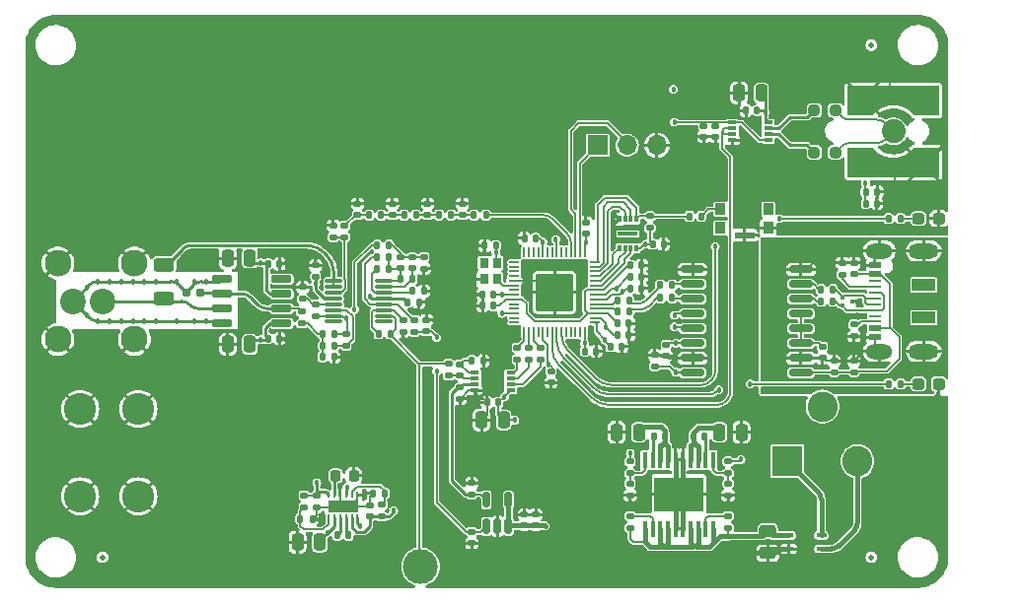
<source format=gtl>
G04 #@! TF.GenerationSoftware,KiCad,Pcbnew,7.0.6-7.0.6~ubuntu20.04.1*
G04 #@! TF.CreationDate,2024-01-10T11:24:14-08:00*
G04 #@! TF.ProjectId,harp_lick_detector_capactive,68617270-5f6c-4696-936b-5f6465746563,rev?*
G04 #@! TF.SameCoordinates,PX640a5a0PY7088980*
G04 #@! TF.FileFunction,Copper,L1,Top*
G04 #@! TF.FilePolarity,Positive*
%FSLAX46Y46*%
G04 Gerber Fmt 4.6, Leading zero omitted, Abs format (unit mm)*
G04 Created by KiCad (PCBNEW 7.0.6-7.0.6~ubuntu20.04.1) date 2024-01-10 11:24:14*
%MOMM*%
%LPD*%
G01*
G04 APERTURE LIST*
G04 Aperture macros list*
%AMRoundRect*
0 Rectangle with rounded corners*
0 $1 Rounding radius*
0 $2 $3 $4 $5 $6 $7 $8 $9 X,Y pos of 4 corners*
0 Add a 4 corners polygon primitive as box body*
4,1,4,$2,$3,$4,$5,$6,$7,$8,$9,$2,$3,0*
0 Add four circle primitives for the rounded corners*
1,1,$1+$1,$2,$3*
1,1,$1+$1,$4,$5*
1,1,$1+$1,$6,$7*
1,1,$1+$1,$8,$9*
0 Add four rect primitives between the rounded corners*
20,1,$1+$1,$2,$3,$4,$5,0*
20,1,$1+$1,$4,$5,$6,$7,0*
20,1,$1+$1,$6,$7,$8,$9,0*
20,1,$1+$1,$8,$9,$2,$3,0*%
%AMFreePoly0*
4,1,40,6.515355,1.015355,6.530000,0.980000,6.530000,-1.460000,6.515355,-1.495355,6.480000,-1.510000,4.370000,-1.510000,4.367882,-1.509122,4.365698,-1.509814,4.350485,-1.501916,4.334645,-1.495355,4.333768,-1.493237,4.331734,-1.492182,4.233315,-1.375157,4.010127,-1.166713,3.760982,-0.990847,3.490207,-0.850543,3.202844,-0.748414,2.904254,-0.686367,2.599999,-0.665555,2.295745,-0.686367,
1.997154,-0.748415,1.709792,-0.850543,1.439022,-0.990844,1.189872,-1.166713,0.966684,-1.375157,0.868266,-1.492182,0.866231,-1.493237,0.865355,-1.495355,0.849514,-1.501916,0.834302,-1.509814,0.832117,-1.509122,0.830000,-1.510000,-1.280000,-1.510000,-1.315355,-1.495355,-1.330000,-1.460000,-1.330000,0.980000,-1.315355,1.015355,-1.280000,1.030000,6.480000,1.030000,6.515355,1.015355,
6.515355,1.015355,$1*%
G04 Aperture macros list end*
G04 #@! TA.AperFunction,ComponentPad*
%ADD10C,2.200000*%
G04 #@! TD*
G04 #@! TA.AperFunction,ComponentPad*
%ADD11C,2.300000*%
G04 #@! TD*
G04 #@! TA.AperFunction,SMDPad,CuDef*
%ADD12RoundRect,0.140000X-0.140000X-0.170000X0.140000X-0.170000X0.140000X0.170000X-0.140000X0.170000X0*%
G04 #@! TD*
G04 #@! TA.AperFunction,SMDPad,CuDef*
%ADD13RoundRect,0.135000X0.185000X-0.135000X0.185000X0.135000X-0.185000X0.135000X-0.185000X-0.135000X0*%
G04 #@! TD*
G04 #@! TA.AperFunction,SMDPad,CuDef*
%ADD14RoundRect,0.237500X0.287500X0.237500X-0.287500X0.237500X-0.287500X-0.237500X0.287500X-0.237500X0*%
G04 #@! TD*
G04 #@! TA.AperFunction,SMDPad,CuDef*
%ADD15RoundRect,0.140000X0.140000X0.170000X-0.140000X0.170000X-0.140000X-0.170000X0.140000X-0.170000X0*%
G04 #@! TD*
G04 #@! TA.AperFunction,ComponentPad*
%ADD16R,2.600000X2.600000*%
G04 #@! TD*
G04 #@! TA.AperFunction,ComponentPad*
%ADD17C,2.600000*%
G04 #@! TD*
G04 #@! TA.AperFunction,SMDPad,CuDef*
%ADD18RoundRect,0.140000X0.170000X-0.140000X0.170000X0.140000X-0.170000X0.140000X-0.170000X-0.140000X0*%
G04 #@! TD*
G04 #@! TA.AperFunction,SMDPad,CuDef*
%ADD19RoundRect,0.140000X-0.170000X0.140000X-0.170000X-0.140000X0.170000X-0.140000X0.170000X0.140000X0*%
G04 #@! TD*
G04 #@! TA.AperFunction,SMDPad,CuDef*
%ADD20RoundRect,0.250000X-0.475000X0.250000X-0.475000X-0.250000X0.475000X-0.250000X0.475000X0.250000X0*%
G04 #@! TD*
G04 #@! TA.AperFunction,SMDPad,CuDef*
%ADD21RoundRect,0.135000X0.135000X0.185000X-0.135000X0.185000X-0.135000X-0.185000X0.135000X-0.185000X0*%
G04 #@! TD*
G04 #@! TA.AperFunction,SMDPad,CuDef*
%ADD22RoundRect,0.135000X-0.185000X0.135000X-0.185000X-0.135000X0.185000X-0.135000X0.185000X0.135000X0*%
G04 #@! TD*
G04 #@! TA.AperFunction,SMDPad,CuDef*
%ADD23RoundRect,0.135000X-0.135000X-0.185000X0.135000X-0.185000X0.135000X0.185000X-0.135000X0.185000X0*%
G04 #@! TD*
G04 #@! TA.AperFunction,SMDPad,CuDef*
%ADD24R,0.300000X0.300000*%
G04 #@! TD*
G04 #@! TA.AperFunction,SMDPad,CuDef*
%ADD25RoundRect,0.250000X-0.625000X0.312500X-0.625000X-0.312500X0.625000X-0.312500X0.625000X0.312500X0*%
G04 #@! TD*
G04 #@! TA.AperFunction,SMDPad,CuDef*
%ADD26R,0.250000X0.500000*%
G04 #@! TD*
G04 #@! TA.AperFunction,ComponentPad*
%ADD27C,0.600000*%
G04 #@! TD*
G04 #@! TA.AperFunction,SMDPad,CuDef*
%ADD28R,2.650000X1.000000*%
G04 #@! TD*
G04 #@! TA.AperFunction,SMDPad,CuDef*
%ADD29RoundRect,0.250000X-0.250000X-0.475000X0.250000X-0.475000X0.250000X0.475000X-0.250000X0.475000X0*%
G04 #@! TD*
G04 #@! TA.AperFunction,SMDPad,CuDef*
%ADD30RoundRect,0.250000X0.250000X0.475000X-0.250000X0.475000X-0.250000X-0.475000X0.250000X-0.475000X0*%
G04 #@! TD*
G04 #@! TA.AperFunction,SMDPad,CuDef*
%ADD31RoundRect,0.150000X-0.725000X-0.150000X0.725000X-0.150000X0.725000X0.150000X-0.725000X0.150000X0*%
G04 #@! TD*
G04 #@! TA.AperFunction,SMDPad,CuDef*
%ADD32R,0.800000X0.300000*%
G04 #@! TD*
G04 #@! TA.AperFunction,SMDPad,CuDef*
%ADD33RoundRect,0.050000X-0.050000X0.387500X-0.050000X-0.387500X0.050000X-0.387500X0.050000X0.387500X0*%
G04 #@! TD*
G04 #@! TA.AperFunction,SMDPad,CuDef*
%ADD34RoundRect,0.050000X-0.387500X0.050000X-0.387500X-0.050000X0.387500X-0.050000X0.387500X0.050000X0*%
G04 #@! TD*
G04 #@! TA.AperFunction,SMDPad,CuDef*
%ADD35RoundRect,0.144000X-1.456000X1.456000X-1.456000X-1.456000X1.456000X-1.456000X1.456000X1.456000X0*%
G04 #@! TD*
G04 #@! TA.AperFunction,SMDPad,CuDef*
%ADD36RoundRect,0.237500X-0.250000X-0.237500X0.250000X-0.237500X0.250000X0.237500X-0.250000X0.237500X0*%
G04 #@! TD*
G04 #@! TA.AperFunction,SMDPad,CuDef*
%ADD37R,2.000000X1.000000*%
G04 #@! TD*
G04 #@! TA.AperFunction,SMDPad,CuDef*
%ADD38R,1.000000X0.520000*%
G04 #@! TD*
G04 #@! TA.AperFunction,SMDPad,CuDef*
%ADD39R,1.000000X0.270000*%
G04 #@! TD*
G04 #@! TA.AperFunction,ComponentPad*
%ADD40O,2.300000X1.300000*%
G04 #@! TD*
G04 #@! TA.AperFunction,ComponentPad*
%ADD41O,2.600000X1.300000*%
G04 #@! TD*
G04 #@! TA.AperFunction,SMDPad,CuDef*
%ADD42R,0.900000X1.000000*%
G04 #@! TD*
G04 #@! TA.AperFunction,SMDPad,CuDef*
%ADD43R,1.700000X0.550000*%
G04 #@! TD*
G04 #@! TA.AperFunction,SMDPad,CuDef*
%ADD44RoundRect,0.075000X-0.650000X-0.075000X0.650000X-0.075000X0.650000X0.075000X-0.650000X0.075000X0*%
G04 #@! TD*
G04 #@! TA.AperFunction,SMDPad,CuDef*
%ADD45R,0.800000X0.900000*%
G04 #@! TD*
G04 #@! TA.AperFunction,SMDPad,CuDef*
%ADD46RoundRect,0.147500X-0.172500X0.147500X-0.172500X-0.147500X0.172500X-0.147500X0.172500X0.147500X0*%
G04 #@! TD*
G04 #@! TA.AperFunction,SMDPad,CuDef*
%ADD47C,0.500000*%
G04 #@! TD*
G04 #@! TA.AperFunction,SMDPad,CuDef*
%ADD48RoundRect,0.150000X0.875000X0.150000X-0.875000X0.150000X-0.875000X-0.150000X0.875000X-0.150000X0*%
G04 #@! TD*
G04 #@! TA.AperFunction,SMDPad,CuDef*
%ADD49C,2.050000*%
G04 #@! TD*
G04 #@! TA.AperFunction,SMDPad,CuDef*
%ADD50FreePoly0,180.000000*%
G04 #@! TD*
G04 #@! TA.AperFunction,SMDPad,CuDef*
%ADD51FreePoly0,0.000000*%
G04 #@! TD*
G04 #@! TA.AperFunction,SMDPad,CuDef*
%ADD52RoundRect,0.147500X0.147500X0.172500X-0.147500X0.172500X-0.147500X-0.172500X0.147500X-0.172500X0*%
G04 #@! TD*
G04 #@! TA.AperFunction,SMDPad,CuDef*
%ADD53R,0.450000X1.450000*%
G04 #@! TD*
G04 #@! TA.AperFunction,SMDPad,CuDef*
%ADD54R,4.200000X3.000000*%
G04 #@! TD*
G04 #@! TA.AperFunction,SMDPad,CuDef*
%ADD55RoundRect,0.160000X-0.197500X-0.160000X0.197500X-0.160000X0.197500X0.160000X-0.197500X0.160000X0*%
G04 #@! TD*
G04 #@! TA.AperFunction,ComponentPad*
%ADD56C,2.750000*%
G04 #@! TD*
G04 #@! TA.AperFunction,SMDPad,CuDef*
%ADD57RoundRect,0.225000X-0.225000X-0.250000X0.225000X-0.250000X0.225000X0.250000X-0.225000X0.250000X0*%
G04 #@! TD*
G04 #@! TA.AperFunction,ComponentPad*
%ADD58R,1.700000X1.700000*%
G04 #@! TD*
G04 #@! TA.AperFunction,ComponentPad*
%ADD59O,1.700000X1.700000*%
G04 #@! TD*
G04 #@! TA.AperFunction,SMDPad,CuDef*
%ADD60R,0.300000X0.600000*%
G04 #@! TD*
G04 #@! TA.AperFunction,SMDPad,CuDef*
%ADD61R,1.700000X0.300000*%
G04 #@! TD*
G04 #@! TA.AperFunction,SMDPad,CuDef*
%ADD62RoundRect,0.100000X0.350000X0.100000X-0.350000X0.100000X-0.350000X-0.100000X0.350000X-0.100000X0*%
G04 #@! TD*
G04 #@! TA.AperFunction,SMDPad,CuDef*
%ADD63RoundRect,0.150000X0.150000X-0.512500X0.150000X0.512500X-0.150000X0.512500X-0.150000X-0.512500X0*%
G04 #@! TD*
G04 #@! TA.AperFunction,ComponentPad*
%ADD64C,3.000000*%
G04 #@! TD*
G04 #@! TA.AperFunction,ViaPad*
%ADD65C,0.457200*%
G04 #@! TD*
G04 #@! TA.AperFunction,Conductor*
%ADD66C,0.152400*%
G04 #@! TD*
G04 #@! TA.AperFunction,Conductor*
%ADD67C,0.400000*%
G04 #@! TD*
G04 #@! TA.AperFunction,Conductor*
%ADD68C,0.250000*%
G04 #@! TD*
G04 #@! TA.AperFunction,Conductor*
%ADD69C,0.254000*%
G04 #@! TD*
G04 #@! TA.AperFunction,Conductor*
%ADD70C,0.200000*%
G04 #@! TD*
G04 APERTURE END LIST*
D10*
G04 #@! TO.P,J3,1,In*
G04 #@! TO.N,/Lick Detection Analog Front End/triax_core*
X7000000Y25000000D03*
G04 #@! TO.P,J3,2,Guard*
G04 #@! TO.N,/Lick Detection Analog Front End/triax_inner_shield*
X4460000Y25000000D03*
D11*
G04 #@! TO.P,J3,3,Shield*
G04 #@! TO.N,GND*
X3190000Y21723400D03*
X9743200Y21723400D03*
X3190000Y28276600D03*
X9743200Y28276600D03*
G04 #@! TD*
D12*
G04 #@! TO.P,C6,1*
G04 #@! TO.N,GND*
X39620000Y24600000D03*
G04 #@! TO.P,C6,2*
G04 #@! TO.N,+1V1*
X40580000Y24600000D03*
G04 #@! TD*
G04 #@! TO.P,C30,1*
G04 #@! TO.N,Net-(C30-Pad1)*
X25920000Y22200000D03*
G04 #@! TO.P,C30,2*
G04 #@! TO.N,Net-(C30-Pad2)*
X26880000Y22200000D03*
G04 #@! TD*
D13*
G04 #@! TO.P,R28,1*
G04 #@! TO.N,Net-(U13-SDO)*
X43600000Y19990000D03*
G04 #@! TO.P,R28,2*
G04 #@! TO.N,/Harp Core RP2040 + Isolated USB/PIO_POCI*
X43600000Y21010000D03*
G04 #@! TD*
G04 #@! TO.P,R24,1*
G04 #@! TO.N,GND*
X34600000Y27790000D03*
G04 #@! TO.P,R24,2*
G04 #@! TO.N,Net-(C33-Pad1)*
X34600000Y28810000D03*
G04 #@! TD*
D14*
G04 #@! TO.P,D1,1,K*
G04 #@! TO.N,GND*
X78775000Y17900000D03*
G04 #@! TO.P,D1,2,A*
G04 #@! TO.N,Net-(D1-A)*
X77025000Y17900000D03*
G04 #@! TD*
D12*
G04 #@! TO.P,C21,1*
G04 #@! TO.N,-2V5*
X21220000Y21800000D03*
G04 #@! TO.P,C21,2*
G04 #@! TO.N,GND*
X22180000Y21800000D03*
G04 #@! TD*
D15*
G04 #@! TO.P,C19,1*
G04 #@! TO.N,GND*
X49380000Y20700000D03*
G04 #@! TO.P,C19,2*
G04 #@! TO.N,+3V3*
X48420000Y20700000D03*
G04 #@! TD*
D13*
G04 #@! TO.P,R40,1*
G04 #@! TO.N,GND*
X60700000Y8327500D03*
G04 #@! TO.P,R40,2*
G04 #@! TO.N,Net-(U12-ADJ1)*
X60700000Y9347500D03*
G04 #@! TD*
G04 #@! TO.P,R44,1*
G04 #@! TO.N,Net-(U13-~{CS})*
X42600000Y19990000D03*
G04 #@! TO.P,R44,2*
G04 #@! TO.N,/Harp Core RP2040 + Isolated USB/PIO_CS*
X42600000Y21010000D03*
G04 #@! TD*
D12*
G04 #@! TO.P,C9,1*
G04 #@! TO.N,+1V1*
X51220000Y23100000D03*
G04 #@! TO.P,C9,2*
G04 #@! TO.N,GND*
X52180000Y23100000D03*
G04 #@! TD*
D16*
G04 #@! TO.P,J6,1*
G04 #@! TO.N,+12V*
X65800000Y11250000D03*
D17*
G04 #@! TO.P,J6,2*
G04 #@! TO.N,GND2*
X71800000Y11250000D03*
G04 #@! TO.P,J6,3*
G04 #@! TO.N,unconnected-(J6-Pad3)*
X68800000Y15950000D03*
G04 #@! TD*
D18*
G04 #@! TO.P,C27,1*
G04 #@! TO.N,+5V*
X44200000Y5720000D03*
G04 #@! TO.P,C27,2*
G04 #@! TO.N,GND*
X44200000Y6680000D03*
G04 #@! TD*
D19*
G04 #@! TO.P,C38,1*
G04 #@! TO.N,GND*
X34800000Y23380000D03*
G04 #@! TO.P,C38,2*
G04 #@! TO.N,VREF_1V25*
X34800000Y22420000D03*
G04 #@! TD*
D20*
G04 #@! TO.P,C45,1*
G04 #@! TO.N,IN1*
X64100000Y5250000D03*
G04 #@! TO.P,C45,2*
G04 #@! TO.N,GND*
X64100000Y3350000D03*
G04 #@! TD*
D21*
G04 #@! TO.P,R26,1*
G04 #@! TO.N,Net-(U6D--)*
X33610000Y26900000D03*
G04 #@! TO.P,R26,2*
G04 #@! TO.N,Net-(C33-Pad2)*
X32590000Y26900000D03*
G04 #@! TD*
D22*
G04 #@! TO.P,R38,1*
G04 #@! TO.N,+5V*
X60700000Y11247500D03*
G04 #@! TO.P,R38,2*
G04 #@! TO.N,Net-(U12-ADJ1)*
X60700000Y10227500D03*
G04 #@! TD*
G04 #@! TO.P,R21,1*
G04 #@! TO.N,Net-(U6C-+)*
X33800000Y23410000D03*
G04 #@! TO.P,R21,2*
G04 #@! TO.N,VREF_1V25*
X33800000Y22390000D03*
G04 #@! TD*
D12*
G04 #@! TO.P,C13,1*
G04 #@! TO.N,GND*
X43220000Y30400000D03*
G04 #@! TO.P,C13,2*
G04 #@! TO.N,+3V3*
X44180000Y30400000D03*
G04 #@! TD*
D23*
G04 #@! TO.P,R11,1*
G04 #@! TO.N,Net-(U4-USB_DM)*
X51190000Y24100000D03*
G04 #@! TO.P,R11,2*
G04 #@! TO.N,/Harp Core RP2040 + Isolated USB/DD-*
X52210000Y24100000D03*
G04 #@! TD*
D12*
G04 #@! TO.P,C8,1*
G04 #@! TO.N,+3V3*
X72520000Y33400000D03*
G04 #@! TO.P,C8,2*
G04 #@! TO.N,GND*
X73480000Y33400000D03*
G04 #@! TD*
D24*
G04 #@! TO.P,U2,1,D+*
G04 #@! TO.N,/Harp Core RP2040 + Isolated USB/D+*
X70475000Y25350000D03*
G04 #@! TO.P,U2,2,D-*
G04 #@! TO.N,/Harp Core RP2040 + Isolated USB/D-*
X70475000Y24650000D03*
G04 #@! TO.P,U2,3,GND*
G04 #@! TO.N,GND1*
X71325000Y25000000D03*
G04 #@! TD*
D15*
G04 #@! TO.P,C41,1*
G04 #@! TO.N,Net-(U11-C+)*
X28130000Y4900000D03*
G04 #@! TO.P,C41,2*
G04 #@! TO.N,Net-(U11-C-)*
X27170000Y4900000D03*
G04 #@! TD*
D13*
G04 #@! TO.P,R29,1*
G04 #@! TO.N,Net-(U13-SCLK)*
X44600000Y19990000D03*
G04 #@! TO.P,R29,2*
G04 #@! TO.N,/Harp Core RP2040 + Isolated USB/PIO_SCK*
X44600000Y21010000D03*
G04 #@! TD*
D22*
G04 #@! TO.P,R39,1*
G04 #@! TO.N,+3V3*
X52300000Y11247500D03*
G04 #@! TO.P,R39,2*
G04 #@! TO.N,Net-(U12-ADJ2)*
X52300000Y10227500D03*
G04 #@! TD*
D25*
G04 #@! TO.P,R14,1*
G04 #@! TO.N,/100KHz Sine Wave/VSINE*
X12300000Y28150000D03*
G04 #@! TO.P,R14,2*
G04 #@! TO.N,/Lick Detection Analog Front End/triax_core*
X12300000Y25225000D03*
G04 #@! TD*
D19*
G04 #@! TO.P,C28,1*
G04 #@! TO.N,GND*
X38700000Y9380000D03*
G04 #@! TO.P,C28,2*
G04 #@! TO.N,VREF_2V5*
X38700000Y8420000D03*
G04 #@! TD*
D18*
G04 #@! TO.P,C56,1*
G04 #@! TO.N,VBUS*
X71500000Y18920000D03*
G04 #@! TO.P,C56,2*
G04 #@! TO.N,GND1*
X71500000Y19880000D03*
G04 #@! TD*
D26*
G04 #@! TO.P,U11,1,PGOOD*
G04 #@! TO.N,GND*
X28900000Y8350000D03*
G04 #@! TO.P,U11,2,FB+*
G04 #@! TO.N,Net-(U11-FB+)*
X28400000Y8350000D03*
G04 #@! TO.P,U11,3,VIN*
G04 #@! TO.N,+5V*
X27900000Y8350000D03*
G04 #@! TO.P,U11,4,GND*
G04 #@! TO.N,GND*
X27400000Y8350000D03*
G04 #@! TO.P,U11,5,CP*
G04 #@! TO.N,Net-(U11-CP)*
X26900000Y8350000D03*
G04 #@! TO.P,U11,6,OUT-*
G04 #@! TO.N,-2V5*
X26400000Y8350000D03*
G04 #@! TO.P,U11,7,FB-*
G04 #@! TO.N,Net-(U11-FB-)*
X26400000Y6450000D03*
G04 #@! TO.P,U11,8,EN-*
G04 #@! TO.N,+5V*
X26900000Y6450000D03*
G04 #@! TO.P,U11,9,C-*
G04 #@! TO.N,Net-(U11-C-)*
X27400000Y6450000D03*
G04 #@! TO.P,U11,10,C+*
G04 #@! TO.N,Net-(U11-C+)*
X27900000Y6450000D03*
G04 #@! TO.P,U11,11,OUT+*
G04 #@! TO.N,+2V5*
X28400000Y6450000D03*
G04 #@! TO.P,U11,12,EN+*
G04 #@! TO.N,+5V*
X28900000Y6450000D03*
D27*
G04 #@! TO.P,U11,13,PAD*
G04 #@! TO.N,GND*
X28650000Y7400000D03*
X27650000Y7400000D03*
D28*
X27650000Y7400000D03*
D27*
X26650000Y7400000D03*
G04 #@! TD*
D29*
G04 #@! TO.P,C22,1*
G04 #@! TO.N,GND*
X17750000Y28700000D03*
G04 #@! TO.P,C22,2*
G04 #@! TO.N,+2V5*
X19650000Y28700000D03*
G04 #@! TD*
D30*
G04 #@! TO.P,C40,1*
G04 #@! TO.N,+5V*
X25650000Y4300000D03*
G04 #@! TO.P,C40,2*
G04 #@! TO.N,GND*
X23750000Y4300000D03*
G04 #@! TD*
D18*
G04 #@! TO.P,C54,1*
G04 #@! TO.N,GND*
X59600000Y39120000D03*
G04 #@! TO.P,C54,2*
G04 #@! TO.N,+3V3*
X59600000Y40080000D03*
G04 #@! TD*
D13*
G04 #@! TO.P,R3,1*
G04 #@! TO.N,Net-(J5-CC2)*
X70500000Y27290000D03*
G04 #@! TO.P,R3,2*
G04 #@! TO.N,GND1*
X70500000Y28310000D03*
G04 #@! TD*
D19*
G04 #@! TO.P,C24,1*
G04 #@! TO.N,GND*
X25300000Y28080000D03*
G04 #@! TO.P,C24,2*
G04 #@! TO.N,+2V5*
X25300000Y27120000D03*
G04 #@! TD*
D31*
G04 #@! TO.P,U7,1,NC*
G04 #@! TO.N,/Lick Detection Analog Front End/triax_inner_shield*
X17225000Y26905000D03*
G04 #@! TO.P,U7,2,-*
G04 #@! TO.N,Net-(U7--)*
X17225000Y25635000D03*
G04 #@! TO.P,U7,3,+*
G04 #@! TO.N,/Lick Detection Analog Front End/triax_core*
X17225000Y24365000D03*
G04 #@! TO.P,U7,4,NC*
G04 #@! TO.N,/Lick Detection Analog Front End/triax_inner_shield*
X17225000Y23095000D03*
G04 #@! TO.P,U7,5,V-*
G04 #@! TO.N,-2V5*
X22375000Y23095000D03*
G04 #@! TO.P,U7,6*
G04 #@! TO.N,Net-(U7--)*
X22375000Y24365000D03*
G04 #@! TO.P,U7,7,V+*
G04 #@! TO.N,+2V5*
X22375000Y25635000D03*
G04 #@! TO.P,U7,8,~{SHDN}*
G04 #@! TO.N,unconnected-(U7-~{SHDN}-Pad8)*
X22375000Y26905000D03*
G04 #@! TD*
D32*
G04 #@! TO.P,U1,1,VCCA*
G04 #@! TO.N,+3V3*
X61050000Y40350000D03*
G04 #@! TO.P,U1,2,1A*
G04 #@! TO.N,/Harp Core RP2040 + Isolated USB/TTL_OUT*
X61050000Y39850000D03*
G04 #@! TO.P,U1,3,2A*
X61050000Y39350000D03*
G04 #@! TO.P,U1,4,GND*
G04 #@! TO.N,GND*
X61050000Y38850000D03*
G04 #@! TO.P,U1,5,DIR*
G04 #@! TO.N,+3V3*
X64150000Y38850000D03*
G04 #@! TO.P,U1,6,2B*
G04 #@! TO.N,Net-(U1-2B)*
X64150000Y39350000D03*
G04 #@! TO.P,U1,7,1B*
G04 #@! TO.N,Net-(U1-1B)*
X64150000Y39850000D03*
G04 #@! TO.P,U1,8,VCCB*
G04 #@! TO.N,+5V*
X64150000Y40350000D03*
G04 #@! TD*
D21*
G04 #@! TO.P,R47,1*
G04 #@! TO.N,GND*
X34610000Y25900000D03*
G04 #@! TO.P,R47,2*
G04 #@! TO.N,Net-(U6D-+)*
X33590000Y25900000D03*
G04 #@! TD*
D22*
G04 #@! TO.P,R46,1*
G04 #@! TO.N,GND*
X24200000Y26210000D03*
G04 #@! TO.P,R46,2*
G04 #@! TO.N,Net-(U6B-+)*
X24200000Y25190000D03*
G04 #@! TD*
D33*
G04 #@! TO.P,U4,1,IOVDD*
G04 #@! TO.N,+3V3*
X48400000Y29200000D03*
G04 #@! TO.P,U4,2,GPIO0*
G04 #@! TO.N,/Harp Core RP2040 + Isolated USB/UART0_TXD*
X48000000Y29200000D03*
G04 #@! TO.P,U4,3,GPIO1*
G04 #@! TO.N,/Harp Core RP2040 + Isolated USB/UART0_RXD*
X47600000Y29200000D03*
G04 #@! TO.P,U4,4,GPIO2*
G04 #@! TO.N,/100KHz Sine Wave/100KHZ_SQ_WAVE_IN*
X47200000Y29200000D03*
G04 #@! TO.P,U4,5,GPIO3*
G04 #@! TO.N,unconnected-(U4-GPIO3-Pad5)*
X46800000Y29200000D03*
G04 #@! TO.P,U4,6,GPIO4*
G04 #@! TO.N,unconnected-(U4-GPIO4-Pad6)*
X46400000Y29200000D03*
G04 #@! TO.P,U4,7,GPIO5*
G04 #@! TO.N,/Harp Core RP2040 + Isolated USB/HARP_CLK_SYNC*
X46000000Y29200000D03*
G04 #@! TO.P,U4,8,GPIO6*
G04 #@! TO.N,unconnected-(U4-GPIO6-Pad8)*
X45600000Y29200000D03*
G04 #@! TO.P,U4,9,GPIO7*
G04 #@! TO.N,unconnected-(U4-GPIO7-Pad9)*
X45200000Y29200000D03*
G04 #@! TO.P,U4,10,IOVDD*
G04 #@! TO.N,+3V3*
X44800000Y29200000D03*
G04 #@! TO.P,U4,11,GPIO8*
G04 #@! TO.N,unconnected-(U4-GPIO8-Pad11)*
X44400000Y29200000D03*
G04 #@! TO.P,U4,12,GPIO9*
G04 #@! TO.N,unconnected-(U4-GPIO9-Pad12)*
X44000000Y29200000D03*
G04 #@! TO.P,U4,13,GPIO10*
G04 #@! TO.N,unconnected-(U4-GPIO10-Pad13)*
X43600000Y29200000D03*
G04 #@! TO.P,U4,14,GPIO11*
G04 #@! TO.N,unconnected-(U4-GPIO11-Pad14)*
X43200000Y29200000D03*
D34*
G04 #@! TO.P,U4,15,GPIO12*
G04 #@! TO.N,unconnected-(U4-GPIO12-Pad15)*
X42362500Y28362500D03*
G04 #@! TO.P,U4,16,GPIO13*
G04 #@! TO.N,unconnected-(U4-GPIO13-Pad16)*
X42362500Y27962500D03*
G04 #@! TO.P,U4,17,GPIO14*
G04 #@! TO.N,unconnected-(U4-GPIO14-Pad17)*
X42362500Y27562500D03*
G04 #@! TO.P,U4,18,GPIO15*
G04 #@! TO.N,unconnected-(U4-GPIO15-Pad18)*
X42362500Y27162500D03*
G04 #@! TO.P,U4,19,TESTEN*
G04 #@! TO.N,GND*
X42362500Y26762500D03*
G04 #@! TO.P,U4,20,XIN*
G04 #@! TO.N,Net-(U4-XIN)*
X42362500Y26362500D03*
G04 #@! TO.P,U4,21,XOUT*
G04 #@! TO.N,unconnected-(U4-XOUT-Pad21)*
X42362500Y25962500D03*
G04 #@! TO.P,U4,22,IOVDD*
G04 #@! TO.N,+3V3*
X42362500Y25562500D03*
G04 #@! TO.P,U4,23,DVDD*
G04 #@! TO.N,+1V1*
X42362500Y25162500D03*
G04 #@! TO.P,U4,24,SWCLK*
G04 #@! TO.N,unconnected-(U4-SWCLK-Pad24)*
X42362500Y24762500D03*
G04 #@! TO.P,U4,25,SWD*
G04 #@! TO.N,unconnected-(U4-SWD-Pad25)*
X42362500Y24362500D03*
G04 #@! TO.P,U4,26,RUN*
G04 #@! TO.N,+3V3*
X42362500Y23962500D03*
G04 #@! TO.P,U4,27,GPIO16*
G04 #@! TO.N,unconnected-(U4-GPIO16-Pad27)*
X42362500Y23562500D03*
G04 #@! TO.P,U4,28,GPIO17*
G04 #@! TO.N,unconnected-(U4-GPIO17-Pad28)*
X42362500Y23162500D03*
D33*
G04 #@! TO.P,U4,29,GPIO18*
G04 #@! TO.N,/Harp Core RP2040 + Isolated USB/PIO_CS*
X43200000Y22325000D03*
G04 #@! TO.P,U4,30,GPIO19*
G04 #@! TO.N,/Harp Core RP2040 + Isolated USB/PIO_POCI*
X43600000Y22325000D03*
G04 #@! TO.P,U4,31,GPIO20*
G04 #@! TO.N,/Harp Core RP2040 + Isolated USB/PIO_SCK*
X44000000Y22325000D03*
G04 #@! TO.P,U4,32,GPIO21*
G04 #@! TO.N,unconnected-(U4-GPIO21-Pad32)*
X44400000Y22325000D03*
G04 #@! TO.P,U4,33,IOVDD*
G04 #@! TO.N,+3V3*
X44800000Y22325000D03*
G04 #@! TO.P,U4,34,GPIO22*
G04 #@! TO.N,unconnected-(U4-GPIO22-Pad34)*
X45200000Y22325000D03*
G04 #@! TO.P,U4,35,GPIO23*
G04 #@! TO.N,/Harp Core RP2040 + Isolated USB/TTL_OUT*
X45600000Y22325000D03*
G04 #@! TO.P,U4,36,GPIO24*
G04 #@! TO.N,Net-(U4-GPIO24)*
X46000000Y22325000D03*
G04 #@! TO.P,U4,37,GPIO25*
G04 #@! TO.N,Net-(U4-GPIO25)*
X46400000Y22325000D03*
G04 #@! TO.P,U4,38,GPIO26_ADC0*
G04 #@! TO.N,unconnected-(U4-GPIO26_ADC0-Pad38)*
X46800000Y22325000D03*
G04 #@! TO.P,U4,39,GPIO27_ADC1*
G04 #@! TO.N,unconnected-(U4-GPIO27_ADC1-Pad39)*
X47200000Y22325000D03*
G04 #@! TO.P,U4,40,GPIO28_ADC2*
G04 #@! TO.N,unconnected-(U4-GPIO28_ADC2-Pad40)*
X47600000Y22325000D03*
G04 #@! TO.P,U4,41,GPIO29_ADC3*
G04 #@! TO.N,unconnected-(U4-GPIO29_ADC3-Pad41)*
X48000000Y22325000D03*
G04 #@! TO.P,U4,42,IOVDD*
G04 #@! TO.N,+3V3*
X48400000Y22325000D03*
D34*
G04 #@! TO.P,U4,43,ADC_AVDD*
X49237500Y23162500D03*
G04 #@! TO.P,U4,44,VREG_IN*
X49237500Y23562500D03*
G04 #@! TO.P,U4,45,VREG_VOUT*
G04 #@! TO.N,+1V1*
X49237500Y23962500D03*
G04 #@! TO.P,U4,46,USB_DM*
G04 #@! TO.N,Net-(U4-USB_DM)*
X49237500Y24362500D03*
G04 #@! TO.P,U4,47,USB_DP*
G04 #@! TO.N,Net-(U4-USB_DP)*
X49237500Y24762500D03*
G04 #@! TO.P,U4,48,USB_VDD*
G04 #@! TO.N,+3V3*
X49237500Y25162500D03*
G04 #@! TO.P,U4,49,IOVDD*
X49237500Y25562500D03*
G04 #@! TO.P,U4,50,DVDD*
G04 #@! TO.N,+1V1*
X49237500Y25962500D03*
G04 #@! TO.P,U4,51,QSPI_SD3*
G04 #@! TO.N,/Harp Core RP2040 + Isolated USB/QSPI_D3*
X49237500Y26362500D03*
G04 #@! TO.P,U4,52,QSPI_SCLK*
G04 #@! TO.N,/Harp Core RP2040 + Isolated USB/QSPI_CLK*
X49237500Y26762500D03*
G04 #@! TO.P,U4,53,QSPI_SD0*
G04 #@! TO.N,/Harp Core RP2040 + Isolated USB/QSPI_D0*
X49237500Y27162500D03*
G04 #@! TO.P,U4,54,QSPI_SD2*
G04 #@! TO.N,/Harp Core RP2040 + Isolated USB/QSPI_D2*
X49237500Y27562500D03*
G04 #@! TO.P,U4,55,QSPI_SD1*
G04 #@! TO.N,/Harp Core RP2040 + Isolated USB/QSPI_D1*
X49237500Y27962500D03*
G04 #@! TO.P,U4,56,QSPI_SS*
G04 #@! TO.N,/Harp Core RP2040 + Isolated USB/QSPI_CS*
X49237500Y28362500D03*
D27*
G04 #@! TO.P,U4,57,GND*
G04 #@! TO.N,GND*
X47075000Y27037500D03*
X45800000Y27037500D03*
X44525000Y27037500D03*
X47075000Y25762500D03*
X45800000Y25762500D03*
D35*
X45800000Y25762500D03*
D27*
X44525000Y25762500D03*
X47075000Y24487500D03*
X45800000Y24487500D03*
X44525000Y24487500D03*
G04 #@! TD*
D18*
G04 #@! TO.P,C3,1*
G04 #@! TO.N,GND*
X55400000Y20320000D03*
G04 #@! TO.P,C3,2*
G04 #@! TO.N,+3V3*
X55400000Y21280000D03*
G04 #@! TD*
D36*
G04 #@! TO.P,R30,1*
G04 #@! TO.N,Net-(U1-1B)*
X68087500Y41400000D03*
G04 #@! TO.P,R30,2*
G04 #@! TO.N,Net-(J7-In)*
X69912500Y41400000D03*
G04 #@! TD*
D37*
G04 #@! TO.P,J5,*
G04 #@! TO.N,*
X77500000Y23600000D03*
X77500000Y26400000D03*
D38*
G04 #@! TO.P,J5,A1,GND*
G04 #@! TO.N,GND1*
X73300000Y21900000D03*
G04 #@! TO.P,J5,A4,VBUS*
G04 #@! TO.N,VBUS*
X73300000Y22650000D03*
D39*
G04 #@! TO.P,J5,A5,CC1*
G04 #@! TO.N,Net-(J5-CC1)*
X73300000Y23250000D03*
G04 #@! TO.P,J5,A6,D+*
G04 #@! TO.N,/Harp Core RP2040 + Isolated USB/D+*
X73300000Y24750000D03*
G04 #@! TO.P,J5,A7,D-*
G04 #@! TO.N,/Harp Core RP2040 + Isolated USB/D-*
X73300000Y25750000D03*
G04 #@! TO.P,J5,A8,SBU1*
G04 #@! TO.N,unconnected-(J5-SBU1-PadA8)*
X73300000Y26750000D03*
D38*
G04 #@! TO.P,J5,A9,VBUS*
G04 #@! TO.N,VBUS*
X73300000Y27350000D03*
G04 #@! TO.P,J5,A12,GND*
G04 #@! TO.N,GND1*
X73300000Y28100000D03*
G04 #@! TO.P,J5,B1,GND*
X73300000Y28100000D03*
G04 #@! TO.P,J5,B4,VBUS*
G04 #@! TO.N,VBUS*
X73300000Y27350000D03*
D39*
G04 #@! TO.P,J5,B5,CC2*
G04 #@! TO.N,Net-(J5-CC2)*
X73300000Y26250000D03*
G04 #@! TO.P,J5,B6,D+*
G04 #@! TO.N,/Harp Core RP2040 + Isolated USB/D+*
X73300000Y25250000D03*
G04 #@! TO.P,J5,B7,D-*
G04 #@! TO.N,/Harp Core RP2040 + Isolated USB/D-*
X73300000Y24250000D03*
G04 #@! TO.P,J5,B8,SBU2*
G04 #@! TO.N,unconnected-(J5-SBU2-PadB8)*
X73300000Y23750000D03*
D38*
G04 #@! TO.P,J5,B9,VBUS*
G04 #@! TO.N,VBUS*
X73300000Y22650000D03*
G04 #@! TO.P,J5,B12,GND*
G04 #@! TO.N,GND1*
X73300000Y21900000D03*
D40*
G04 #@! TO.P,J5,S1,SHIELD*
X73675000Y20680000D03*
D41*
X77500000Y20680000D03*
D40*
X73675000Y29320000D03*
D41*
X77500000Y29320000D03*
G04 #@! TD*
D21*
G04 #@! TO.P,R22,1*
G04 #@! TO.N,Net-(R22-Pad1)*
X31710000Y22200000D03*
G04 #@! TO.P,R22,2*
G04 #@! TO.N,Net-(U6C--)*
X30690000Y22200000D03*
G04 #@! TD*
D30*
G04 #@! TO.P,C23,1*
G04 #@! TO.N,-2V5*
X19650000Y21300000D03*
G04 #@! TO.P,C23,2*
G04 #@! TO.N,GND*
X17750000Y21300000D03*
G04 #@! TD*
D21*
G04 #@! TO.P,R7,1*
G04 #@! TO.N,Net-(U3-DD-)*
X55910000Y25300000D03*
G04 #@! TO.P,R7,2*
G04 #@! TO.N,/Harp Core RP2040 + Isolated USB/DD-*
X54890000Y25300000D03*
G04 #@! TD*
D42*
G04 #@! TO.P,SW1,1*
G04 #@! TO.N,unconnected-(SW1-Pad1)*
X60050000Y31300000D03*
G04 #@! TO.P,SW1,2*
G04 #@! TO.N,/Harp Core RP2040 + Isolated USB/USB_Boot*
X60050000Y32900000D03*
G04 #@! TO.P,SW1,3*
G04 #@! TO.N,unconnected-(SW1-Pad3)*
X64150000Y32900000D03*
G04 #@! TO.P,SW1,4*
G04 #@! TO.N,GND*
X64150000Y31300000D03*
D43*
G04 #@! TO.P,SW1,SH*
X62100000Y30675000D03*
G04 #@! TD*
D18*
G04 #@! TO.P,C2,1*
G04 #@! TO.N,GND1*
X68800000Y20120000D03*
G04 #@! TO.P,C2,2*
G04 #@! TO.N,/Harp Core RP2040 + Isolated USB/VDD1*
X68800000Y21080000D03*
G04 #@! TD*
D21*
G04 #@! TO.P,R17,1*
G04 #@! TO.N,Net-(C36-Pad1)*
X33910000Y32400000D03*
G04 #@! TO.P,R17,2*
G04 #@! TO.N,Net-(C57-Pad1)*
X32890000Y32400000D03*
G04 #@! TD*
D44*
G04 #@! TO.P,U6,1*
G04 #@! TO.N,/100KHz Sine Wave/VSINE*
X26850000Y26750000D03*
G04 #@! TO.P,U6,2,-*
X26850000Y26250000D03*
G04 #@! TO.P,U6,3,+*
G04 #@! TO.N,Net-(U6A-+)*
X26850000Y25750000D03*
G04 #@! TO.P,U6,4,V+*
G04 #@! TO.N,+2V5*
X26850000Y25250000D03*
G04 #@! TO.P,U6,5,+*
G04 #@! TO.N,Net-(U6B-+)*
X26850000Y24750000D03*
G04 #@! TO.P,U6,6,-*
G04 #@! TO.N,Net-(U6B--)*
X26850000Y24250000D03*
G04 #@! TO.P,U6,7*
G04 #@! TO.N,Net-(C30-Pad2)*
X26850000Y23750000D03*
G04 #@! TO.P,U6,8,NC*
G04 #@! TO.N,unconnected-(U6E-NC-Pad8)*
X26850000Y23250000D03*
G04 #@! TO.P,U6,9,NC*
G04 #@! TO.N,unconnected-(U6E-NC-Pad9)*
X31150000Y23250000D03*
G04 #@! TO.P,U6,10*
G04 #@! TO.N,Net-(R22-Pad1)*
X31150000Y23750000D03*
G04 #@! TO.P,U6,11,-*
G04 #@! TO.N,Net-(U6C--)*
X31150000Y24250000D03*
G04 #@! TO.P,U6,12,+*
G04 #@! TO.N,Net-(U6C-+)*
X31150000Y24750000D03*
G04 #@! TO.P,U6,13,V-*
G04 #@! TO.N,-2V5*
X31150000Y25250000D03*
G04 #@! TO.P,U6,14,+*
G04 #@! TO.N,Net-(U6D-+)*
X31150000Y25750000D03*
G04 #@! TO.P,U6,15,-*
G04 #@! TO.N,Net-(U6D--)*
X31150000Y26250000D03*
G04 #@! TO.P,U6,16*
G04 #@! TO.N,Net-(C33-Pad2)*
X31150000Y26750000D03*
G04 #@! TD*
D13*
G04 #@! TO.P,R32,1*
G04 #@! TO.N,+2V5*
X31000000Y6490000D03*
G04 #@! TO.P,R32,2*
G04 #@! TO.N,Net-(U11-FB+)*
X31000000Y7510000D03*
G04 #@! TD*
D45*
G04 #@! TO.P,X1,1,Tri-State*
G04 #@! TO.N,unconnected-(X1-Tri-State-Pad1)*
X39750000Y28300000D03*
G04 #@! TO.P,X1,2,GND*
G04 #@! TO.N,GND*
X39750000Y26900000D03*
G04 #@! TO.P,X1,3,OUT*
G04 #@! TO.N,Net-(U4-XIN)*
X40850000Y26900000D03*
G04 #@! TO.P,X1,4,VDD*
G04 #@! TO.N,+3V3*
X40850000Y28300000D03*
G04 #@! TD*
D18*
G04 #@! TO.P,C52,1*
G04 #@! TO.N,Net-(U13-AINP)*
X37700000Y18620000D03*
G04 #@! TO.P,C52,2*
G04 #@! TO.N,Net-(U13-AINM)*
X37700000Y19580000D03*
G04 #@! TD*
D21*
G04 #@! TO.P,R6,1*
G04 #@! TO.N,Net-(U3-DD+)*
X55910000Y26400000D03*
G04 #@! TO.P,R6,2*
G04 #@! TO.N,/Harp Core RP2040 + Isolated USB/DD+*
X54890000Y26400000D03*
G04 #@! TD*
D23*
G04 #@! TO.P,R12,1*
G04 #@! TO.N,Net-(U4-GPIO24)*
X74490000Y17900000D03*
G04 #@! TO.P,R12,2*
G04 #@! TO.N,Net-(D1-A)*
X75510000Y17900000D03*
G04 #@! TD*
D18*
G04 #@! TO.P,C50,1*
G04 #@! TO.N,GND*
X37700000Y16620000D03*
G04 #@! TO.P,C50,2*
G04 #@! TO.N,VREF_2V5*
X37700000Y17580000D03*
G04 #@! TD*
D46*
G04 #@! TO.P,D3,1,A1*
G04 #@! TO.N,GND1*
X71500000Y28285000D03*
G04 #@! TO.P,D3,2,A2*
G04 #@! TO.N,VBUS*
X71500000Y27315000D03*
G04 #@! TD*
D15*
G04 #@! TO.P,C14,1*
G04 #@! TO.N,GND*
X53280000Y26100000D03*
G04 #@! TO.P,C14,2*
G04 #@! TO.N,+3V3*
X52320000Y26100000D03*
G04 #@! TD*
D18*
G04 #@! TO.P,C44,1*
G04 #@! TO.N,GND*
X25350000Y7320000D03*
G04 #@! TO.P,C44,2*
G04 #@! TO.N,-2V5*
X25350000Y8280000D03*
G04 #@! TD*
D22*
G04 #@! TO.P,R52,1*
G04 #@! TO.N,Net-(U6C--)*
X32800000Y23410000D03*
G04 #@! TO.P,R52,2*
G04 #@! TO.N,GND*
X32800000Y22390000D03*
G04 #@! TD*
D21*
G04 #@! TO.P,R4,1*
G04 #@! TO.N,/Harp Core RP2040 + Isolated USB/D+*
X69710000Y26000000D03*
G04 #@! TO.P,R4,2*
G04 #@! TO.N,Net-(U3-UD+)*
X68690000Y26000000D03*
G04 #@! TD*
D14*
G04 #@! TO.P,D2,1,K*
G04 #@! TO.N,GND*
X78775000Y32100000D03*
G04 #@! TO.P,D2,2,A*
G04 #@! TO.N,Net-(D2-A)*
X77025000Y32100000D03*
G04 #@! TD*
D15*
G04 #@! TO.P,C18,1*
G04 #@! TO.N,GND*
X53280000Y27100000D03*
G04 #@! TO.P,C18,2*
G04 #@! TO.N,+3V3*
X52320000Y27100000D03*
G04 #@! TD*
D12*
G04 #@! TO.P,C10,1*
G04 #@! TO.N,+3V3*
X51220000Y22100000D03*
G04 #@! TO.P,C10,2*
G04 #@! TO.N,GND*
X52180000Y22100000D03*
G04 #@! TD*
D22*
G04 #@! TO.P,R27,1*
G04 #@! TO.N,Net-(U6B-+)*
X25300000Y24710000D03*
G04 #@! TO.P,R27,2*
G04 #@! TO.N,Net-(C30-Pad2)*
X25300000Y23690000D03*
G04 #@! TD*
G04 #@! TO.P,R18,1*
G04 #@! TO.N,Net-(U7--)*
X24100000Y24110000D03*
G04 #@! TO.P,R18,2*
G04 #@! TO.N,Net-(C30-Pad1)*
X24100000Y23090000D03*
G04 #@! TD*
D21*
G04 #@! TO.P,R5,1*
G04 #@! TO.N,/Harp Core RP2040 + Isolated USB/D-*
X69710000Y25000000D03*
G04 #@! TO.P,R5,2*
G04 #@! TO.N,Net-(U3-UD-)*
X68690000Y25000000D03*
G04 #@! TD*
D18*
G04 #@! TO.P,C59,1*
G04 #@! TO.N,GND*
X38700000Y4220000D03*
G04 #@! TO.P,C59,2*
G04 #@! TO.N,VREF_1V25*
X38700000Y5180000D03*
G04 #@! TD*
D21*
G04 #@! TO.P,R16,1*
G04 #@! TO.N,Net-(C35-Pad1)*
X36910000Y32400000D03*
G04 #@! TO.P,R16,2*
G04 #@! TO.N,Net-(C36-Pad1)*
X35890000Y32400000D03*
G04 #@! TD*
D30*
G04 #@! TO.P,C48,1*
G04 #@! TO.N,+3V3*
X53050000Y13737500D03*
G04 #@! TO.P,C48,2*
G04 #@! TO.N,GND*
X51150000Y13737500D03*
G04 #@! TD*
D23*
G04 #@! TO.P,R23,1*
G04 #@! TO.N,Net-(C30-Pad2)*
X30590000Y29800000D03*
G04 #@! TO.P,R23,2*
G04 #@! TO.N,Net-(C33-Pad1)*
X31610000Y29800000D03*
G04 #@! TD*
D12*
G04 #@! TO.P,C51,1*
G04 #@! TO.N,GND*
X40020000Y16300000D03*
G04 #@! TO.P,C51,2*
G04 #@! TO.N,+3V3*
X40980000Y16300000D03*
G04 #@! TD*
D19*
G04 #@! TO.P,C37,1*
G04 #@! TO.N,GND1*
X69800000Y19880000D03*
G04 #@! TO.P,C37,2*
G04 #@! TO.N,VBUS*
X69800000Y18920000D03*
G04 #@! TD*
D22*
G04 #@! TO.P,R9,1*
G04 #@! TO.N,/Harp Core RP2040 + Isolated USB/QSPI_CS*
X54000000Y32310000D03*
G04 #@! TO.P,R9,2*
G04 #@! TO.N,+3V3*
X54000000Y31290000D03*
G04 #@! TD*
D47*
G04 #@! TO.P,FID2,*
G04 #@! TO.N,*
X73000000Y3000000D03*
G04 #@! TD*
D15*
G04 #@! TO.P,C1,1*
G04 #@! TO.N,GND*
X55180000Y29900000D03*
G04 #@! TO.P,C1,2*
G04 #@! TO.N,+3V3*
X54220000Y29900000D03*
G04 #@! TD*
D12*
G04 #@! TO.P,C31,1*
G04 #@! TO.N,Net-(C30-Pad1)*
X25920000Y21200000D03*
G04 #@! TO.P,C31,2*
G04 #@! TO.N,Net-(U6B--)*
X26880000Y21200000D03*
G04 #@! TD*
D18*
G04 #@! TO.P,C35,1*
G04 #@! TO.N,Net-(C35-Pad1)*
X37900000Y32420000D03*
G04 #@! TO.P,C35,2*
G04 #@! TO.N,GND*
X37900000Y33380000D03*
G04 #@! TD*
D30*
G04 #@! TO.P,C11,1*
G04 #@! TO.N,+3V3*
X41450000Y14800000D03*
G04 #@! TO.P,C11,2*
G04 #@! TO.N,GND*
X39550000Y14800000D03*
G04 #@! TD*
G04 #@! TO.P,C39,1*
G04 #@! TO.N,+5V*
X63550000Y42900000D03*
G04 #@! TO.P,C39,2*
G04 #@! TO.N,GND*
X61650000Y42900000D03*
G04 #@! TD*
D13*
G04 #@! TO.P,R41,1*
G04 #@! TO.N,GND*
X52300000Y8327500D03*
G04 #@! TO.P,R41,2*
G04 #@! TO.N,Net-(U12-ADJ2)*
X52300000Y9347500D03*
G04 #@! TD*
D19*
G04 #@! TO.P,C12,1*
G04 #@! TO.N,GND*
X48500000Y31780000D03*
G04 #@! TO.P,C12,2*
G04 #@! TO.N,+3V3*
X48500000Y30820000D03*
G04 #@! TD*
D12*
G04 #@! TO.P,C15,1*
G04 #@! TO.N,GND*
X39620000Y25600000D03*
G04 #@! TO.P,C15,2*
G04 #@! TO.N,+3V3*
X40580000Y25600000D03*
G04 #@! TD*
D48*
G04 #@! TO.P,U3,1,VBUS1*
G04 #@! TO.N,VBUS*
X66950000Y18855000D03*
G04 #@! TO.P,U3,2,GND1*
G04 #@! TO.N,GND1*
X66950000Y20125000D03*
G04 #@! TO.P,U3,3,VDD1*
G04 #@! TO.N,/Harp Core RP2040 + Isolated USB/VDD1*
X66950000Y21395000D03*
G04 #@! TO.P,U3,4,PDEN*
X66950000Y22665000D03*
G04 #@! TO.P,U3,5,SPU*
X66950000Y23935000D03*
G04 #@! TO.P,U3,6,UD-*
G04 #@! TO.N,Net-(U3-UD-)*
X66950000Y25205000D03*
G04 #@! TO.P,U3,7,UD+*
G04 #@! TO.N,Net-(U3-UD+)*
X66950000Y26475000D03*
G04 #@! TO.P,U3,8,GND1*
G04 #@! TO.N,GND1*
X66950000Y27745000D03*
G04 #@! TO.P,U3,9,GND2*
G04 #@! TO.N,GND*
X57650000Y27745000D03*
G04 #@! TO.P,U3,10,DD+*
G04 #@! TO.N,Net-(U3-DD+)*
X57650000Y26475000D03*
G04 #@! TO.P,U3,11,DD-*
G04 #@! TO.N,Net-(U3-DD-)*
X57650000Y25205000D03*
G04 #@! TO.P,U3,12,PIN*
G04 #@! TO.N,+3V3*
X57650000Y23935000D03*
G04 #@! TO.P,U3,13,SPD*
X57650000Y22665000D03*
G04 #@! TO.P,U3,14,VDD2*
X57650000Y21395000D03*
G04 #@! TO.P,U3,15,GND2*
G04 #@! TO.N,GND*
X57650000Y20125000D03*
G04 #@! TO.P,U3,16,VBUS2*
G04 #@! TO.N,+3V3*
X57650000Y18855000D03*
G04 #@! TD*
D12*
G04 #@! TO.P,C46,1*
G04 #@! TO.N,+5V*
X57720000Y13337500D03*
G04 #@! TO.P,C46,2*
G04 #@! TO.N,Net-(U12-BYP1)*
X58680000Y13337500D03*
G04 #@! TD*
G04 #@! TO.P,C55,1*
G04 #@! TO.N,GND*
X62220000Y41400000D03*
G04 #@! TO.P,C55,2*
G04 #@! TO.N,+5V*
X63180000Y41400000D03*
G04 #@! TD*
D18*
G04 #@! TO.P,C57,1*
G04 #@! TO.N,Net-(C57-Pad1)*
X31900000Y32420000D03*
G04 #@! TO.P,C57,2*
G04 #@! TO.N,GND*
X31900000Y33380000D03*
G04 #@! TD*
D19*
G04 #@! TO.P,C26,1*
G04 #@! TO.N,GND*
X43200000Y6680000D03*
G04 #@! TO.P,C26,2*
G04 #@! TO.N,+5V*
X43200000Y5720000D03*
G04 #@! TD*
D15*
G04 #@! TO.P,C47,1*
G04 #@! TO.N,+3V3*
X55280000Y13337500D03*
G04 #@! TO.P,C47,2*
G04 #@! TO.N,Net-(U12-BYP2)*
X54320000Y13337500D03*
G04 #@! TD*
D32*
G04 #@! TO.P,U13,1,DVDD*
G04 #@! TO.N,+3V3*
X42050000Y17350000D03*
G04 #@! TO.P,U13,2,SCLK*
G04 #@! TO.N,Net-(U13-SCLK)*
X42050000Y17850000D03*
G04 #@! TO.P,U13,3,SDO*
G04 #@! TO.N,Net-(U13-SDO)*
X42050000Y18350000D03*
G04 #@! TO.P,U13,4,~{CS}*
G04 #@! TO.N,Net-(U13-~{CS})*
X42050000Y18850000D03*
G04 #@! TO.P,U13,5,AINM*
G04 #@! TO.N,Net-(U13-AINM)*
X38950000Y18850000D03*
G04 #@! TO.P,U13,6,AINP*
G04 #@! TO.N,Net-(U13-AINP)*
X38950000Y18350000D03*
G04 #@! TO.P,U13,7,AVDD*
G04 #@! TO.N,VREF_2V5*
X38950000Y17850000D03*
G04 #@! TO.P,U13,8,GND*
G04 #@! TO.N,GND*
X38950000Y17350000D03*
G04 #@! TD*
D21*
G04 #@! TO.P,R8,1*
G04 #@! TO.N,/100KHz Sine Wave/100KHZ_SQ_WAVE_IN*
X39910000Y32400000D03*
G04 #@! TO.P,R8,2*
G04 #@! TO.N,Net-(C35-Pad1)*
X38890000Y32400000D03*
G04 #@! TD*
D49*
G04 #@! TO.P,J7,1,In*
G04 #@! TO.N,Net-(J7-In)*
X74900000Y39600000D03*
D50*
G04 #@! TO.P,J7,2,Ext*
G04 #@! TO.N,GND*
X77500000Y36700000D03*
D51*
X72300000Y42500000D03*
G04 #@! TD*
D18*
G04 #@! TO.P,C16,1*
G04 #@! TO.N,GND*
X45500000Y18020000D03*
G04 #@! TO.P,C16,2*
G04 #@! TO.N,+3V3*
X45500000Y18980000D03*
G04 #@! TD*
D13*
G04 #@! TO.P,R37,1*
G04 #@! TO.N,IN1*
X52300000Y5527500D03*
G04 #@! TO.P,R37,2*
G04 #@! TO.N,Net-(U12-PWRGD2)*
X52300000Y6547500D03*
G04 #@! TD*
D23*
G04 #@! TO.P,R10,1*
G04 #@! TO.N,Net-(U4-USB_DP)*
X51190000Y25050000D03*
G04 #@! TO.P,R10,2*
G04 #@! TO.N,/Harp Core RP2040 + Isolated USB/DD+*
X52210000Y25050000D03*
G04 #@! TD*
D19*
G04 #@! TO.P,C34,1*
G04 #@! TO.N,Net-(C33-Pad1)*
X33600000Y28780000D03*
G04 #@! TO.P,C34,2*
G04 #@! TO.N,Net-(U6D--)*
X33600000Y27820000D03*
G04 #@! TD*
D23*
G04 #@! TO.P,R49,1*
G04 #@! TO.N,Net-(U6C-+)*
X30590000Y28800000D03*
G04 #@! TO.P,R49,2*
G04 #@! TO.N,Net-(C33-Pad2)*
X31610000Y28800000D03*
G04 #@! TD*
D15*
G04 #@! TO.P,C17,1*
G04 #@! TO.N,GND*
X51580000Y21100000D03*
G04 #@! TO.P,C17,2*
G04 #@! TO.N,+3V3*
X50620000Y21100000D03*
G04 #@! TD*
D23*
G04 #@! TO.P,R13,1*
G04 #@! TO.N,Net-(U4-GPIO25)*
X74490000Y32100000D03*
G04 #@! TO.P,R13,2*
G04 #@! TO.N,Net-(D2-A)*
X75510000Y32100000D03*
G04 #@! TD*
D52*
G04 #@! TO.P,D4,1,A1*
G04 #@! TO.N,GND*
X73485000Y34400000D03*
G04 #@! TO.P,D4,2,A2*
G04 #@! TO.N,+3V3*
X72515000Y34400000D03*
G04 #@! TD*
D22*
G04 #@! TO.P,R2,1*
G04 #@! TO.N,Net-(J5-CC1)*
X71500000Y23010000D03*
G04 #@! TO.P,R2,2*
G04 #@! TO.N,GND1*
X71500000Y21990000D03*
G04 #@! TD*
D15*
G04 #@! TO.P,C20,1*
G04 #@! TO.N,GND*
X22180000Y28200000D03*
G04 #@! TO.P,C20,2*
G04 #@! TO.N,+2V5*
X21220000Y28200000D03*
G04 #@! TD*
D53*
G04 #@! TO.P,U12,1,ADJ1*
G04 #@! TO.N,Net-(U12-ADJ1)*
X59425000Y11350000D03*
G04 #@! TO.P,U12,2,BYP1*
G04 #@! TO.N,Net-(U12-BYP1)*
X58775000Y11350000D03*
G04 #@! TO.P,U12,3,OUT1*
G04 #@! TO.N,+5V*
X58125000Y11350000D03*
G04 #@! TO.P,U12,4,OUT1*
X57475000Y11350000D03*
G04 #@! TO.P,U12,5,GND*
G04 #@! TO.N,GND*
X56825000Y11350000D03*
G04 #@! TO.P,U12,6,GND*
X56175000Y11350000D03*
G04 #@! TO.P,U12,7,OUT2*
G04 #@! TO.N,+3V3*
X55525000Y11350000D03*
G04 #@! TO.P,U12,8,OUT2*
X54875000Y11350000D03*
G04 #@! TO.P,U12,9,BYP2*
G04 #@! TO.N,Net-(U12-BYP2)*
X54225000Y11350000D03*
G04 #@! TO.P,U12,10,ADJ2*
G04 #@! TO.N,Net-(U12-ADJ2)*
X53575000Y11350000D03*
G04 #@! TO.P,U12,11,~{SHDN2}*
G04 #@! TO.N,IN1*
X53575000Y5450000D03*
G04 #@! TO.P,U12,12,PWRGD2*
G04 #@! TO.N,Net-(U12-PWRGD2)*
X54225000Y5450000D03*
G04 #@! TO.P,U12,13,IN2*
G04 #@! TO.N,IN1*
X54875000Y5450000D03*
G04 #@! TO.P,U12,14,IN2*
X55525000Y5450000D03*
G04 #@! TO.P,U12,15,GND*
G04 #@! TO.N,GND*
X56175000Y5450000D03*
G04 #@! TO.P,U12,16,GND*
X56825000Y5450000D03*
G04 #@! TO.P,U12,17,IN1*
G04 #@! TO.N,IN1*
X57475000Y5450000D03*
G04 #@! TO.P,U12,18,IN1*
X58125000Y5450000D03*
G04 #@! TO.P,U12,19,PWRGD1*
G04 #@! TO.N,Net-(U12-PWRGD1)*
X58775000Y5450000D03*
G04 #@! TO.P,U12,20,~{SHDN1}*
G04 #@! TO.N,IN1*
X59425000Y5450000D03*
D54*
G04 #@! TO.P,U12,21,GND*
G04 #@! TO.N,GND*
X56500000Y8400000D03*
G04 #@! TD*
D55*
G04 #@! TO.P,R15,1*
G04 #@! TO.N,/Lick Detection Analog Front End/triax_inner_shield*
X14200000Y25700000D03*
G04 #@! TO.P,R15,2*
G04 #@! TO.N,Net-(U7--)*
X15395000Y25700000D03*
G04 #@! TD*
D21*
G04 #@! TO.P,R34,1*
G04 #@! TO.N,Net-(U11-FB+)*
X31210000Y8500000D03*
G04 #@! TO.P,R34,2*
G04 #@! TO.N,GND*
X30190000Y8500000D03*
G04 #@! TD*
D19*
G04 #@! TO.P,C53,1*
G04 #@! TO.N,+3V3*
X58600000Y40080000D03*
G04 #@! TO.P,C53,2*
G04 #@! TO.N,GND*
X58600000Y39120000D03*
G04 #@! TD*
D56*
G04 #@! TO.P,H1,1,1*
G04 #@! TO.N,GND*
X10100000Y15750000D03*
X5100000Y15750000D03*
X10100000Y8250000D03*
X5100000Y8250000D03*
G04 #@! TD*
D57*
G04 #@! TO.P,C42,1*
G04 #@! TO.N,Net-(U11-CP)*
X27025000Y10000000D03*
G04 #@! TO.P,C42,2*
G04 #@! TO.N,GND*
X28575000Y10000000D03*
G04 #@! TD*
D23*
G04 #@! TO.P,R35,1*
G04 #@! TO.N,Net-(U11-FB-)*
X23990000Y6300000D03*
G04 #@! TO.P,R35,2*
G04 #@! TO.N,GND*
X25010000Y6300000D03*
G04 #@! TD*
D21*
G04 #@! TO.P,R19,1*
G04 #@! TO.N,GND*
X26910000Y20200000D03*
G04 #@! TO.P,R19,2*
G04 #@! TO.N,Net-(C30-Pad1)*
X25890000Y20200000D03*
G04 #@! TD*
D19*
G04 #@! TO.P,C5,1*
G04 #@! TO.N,GND*
X54400000Y20380000D03*
G04 #@! TO.P,C5,2*
G04 #@! TO.N,+3V3*
X54400000Y19420000D03*
G04 #@! TD*
D13*
G04 #@! TO.P,R20,1*
G04 #@! TO.N,Net-(U6B--)*
X27900000Y21190000D03*
G04 #@! TO.P,R20,2*
G04 #@! TO.N,Net-(C30-Pad2)*
X27900000Y22210000D03*
G04 #@! TD*
D36*
G04 #@! TO.P,R31,1*
G04 #@! TO.N,Net-(U1-2B)*
X68087500Y37800000D03*
G04 #@! TO.P,R31,2*
G04 #@! TO.N,Net-(J7-In)*
X69912500Y37800000D03*
G04 #@! TD*
D13*
G04 #@! TO.P,R36,1*
G04 #@! TO.N,IN1*
X60700000Y5527500D03*
G04 #@! TO.P,R36,2*
G04 #@! TO.N,Net-(U12-PWRGD1)*
X60700000Y6547500D03*
G04 #@! TD*
D19*
G04 #@! TO.P,C43,1*
G04 #@! TO.N,GND*
X29950000Y7480000D03*
G04 #@! TO.P,C43,2*
G04 #@! TO.N,+2V5*
X29950000Y6520000D03*
G04 #@! TD*
D21*
G04 #@! TO.P,R45,1*
G04 #@! TO.N,Net-(C57-Pad1)*
X30910000Y32400000D03*
G04 #@! TO.P,R45,2*
G04 #@! TO.N,Net-(C32-Pad1)*
X29890000Y32400000D03*
G04 #@! TD*
D12*
G04 #@! TO.P,C25,1*
G04 #@! TO.N,-2V5*
X33220000Y24900000D03*
G04 #@! TO.P,C25,2*
G04 #@! TO.N,GND*
X34180000Y24900000D03*
G04 #@! TD*
D29*
G04 #@! TO.P,C49,1*
G04 #@! TO.N,+5V*
X59950000Y13737500D03*
G04 #@! TO.P,C49,2*
G04 #@! TO.N,GND*
X61850000Y13737500D03*
G04 #@! TD*
D13*
G04 #@! TO.P,R43,1*
G04 #@! TO.N,Net-(U13-AINP)*
X36700000Y18590000D03*
G04 #@! TO.P,R43,2*
G04 #@! TO.N,Net-(R22-Pad1)*
X36700000Y19610000D03*
G04 #@! TD*
D58*
G04 #@! TO.P,J2,1,Pin_1*
G04 #@! TO.N,/Harp Core RP2040 + Isolated USB/UART0_TXD*
X49500000Y38400000D03*
D59*
G04 #@! TO.P,J2,2,Pin_2*
G04 #@! TO.N,/Harp Core RP2040 + Isolated USB/UART0_RXD*
X52040000Y38400000D03*
G04 #@! TO.P,J2,3,Pin_3*
G04 #@! TO.N,GND*
X54580000Y38400000D03*
G04 #@! TD*
D13*
G04 #@! TO.P,R25,1*
G04 #@! TO.N,Net-(U6A-+)*
X26800000Y30490000D03*
G04 #@! TO.P,R25,2*
G04 #@! TO.N,GND*
X26800000Y31510000D03*
G04 #@! TD*
D47*
G04 #@! TO.P,FID1,*
G04 #@! TO.N,*
X7000000Y3000000D03*
G04 #@! TD*
D60*
G04 #@! TO.P,U5,1,~{CS}*
G04 #@! TO.N,/Harp Core RP2040 + Isolated USB/QSPI_CS*
X52850000Y32050000D03*
G04 #@! TO.P,U5,2,DO(IO1)*
G04 #@! TO.N,/Harp Core RP2040 + Isolated USB/QSPI_D1*
X52350000Y32050000D03*
G04 #@! TO.P,U5,3,IO2*
G04 #@! TO.N,/Harp Core RP2040 + Isolated USB/QSPI_D2*
X51850000Y32050000D03*
G04 #@! TO.P,U5,4,GND*
G04 #@! TO.N,GND*
X51350000Y32050000D03*
G04 #@! TO.P,U5,5,DI(IO0)*
G04 #@! TO.N,/Harp Core RP2040 + Isolated USB/QSPI_D0*
X51350000Y29550000D03*
G04 #@! TO.P,U5,6,CLK*
G04 #@! TO.N,/Harp Core RP2040 + Isolated USB/QSPI_CLK*
X51850000Y29550000D03*
G04 #@! TO.P,U5,7,IO3*
G04 #@! TO.N,/Harp Core RP2040 + Isolated USB/QSPI_D3*
X52350000Y29550000D03*
G04 #@! TO.P,U5,8,VCC*
G04 #@! TO.N,+3V3*
X52850000Y29550000D03*
D61*
G04 #@! TO.P,U5,9*
G04 #@! TO.N,N/C*
X52100000Y30800000D03*
G04 #@! TD*
D62*
G04 #@! TO.P,L1,1,1*
G04 #@! TO.N,GND2*
X68700000Y3725000D03*
G04 #@! TO.P,L1,2,2*
G04 #@! TO.N,+12V*
X68700000Y4875000D03*
G04 #@! TO.P,L1,3,3*
G04 #@! TO.N,IN1*
X65900000Y4875000D03*
G04 #@! TO.P,L1,4,4*
G04 #@! TO.N,GND*
X65900000Y3725000D03*
G04 #@! TD*
D22*
G04 #@! TO.P,R33,1*
G04 #@! TO.N,-2V5*
X24300000Y8310000D03*
G04 #@! TO.P,R33,2*
G04 #@! TO.N,Net-(U11-FB-)*
X24300000Y7290000D03*
G04 #@! TD*
D18*
G04 #@! TO.P,C36,1*
G04 #@! TO.N,Net-(C36-Pad1)*
X34900000Y32420000D03*
G04 #@! TO.P,C36,2*
G04 #@! TO.N,GND*
X34900000Y33380000D03*
G04 #@! TD*
D23*
G04 #@! TO.P,R48,1*
G04 #@! TO.N,Net-(U6D-+)*
X30590000Y27800000D03*
G04 #@! TO.P,R48,2*
G04 #@! TO.N,Net-(C33-Pad2)*
X31610000Y27800000D03*
G04 #@! TD*
D19*
G04 #@! TO.P,C32,1*
G04 #@! TO.N,Net-(C32-Pad1)*
X27800000Y31480000D03*
G04 #@! TO.P,C32,2*
G04 #@! TO.N,Net-(U6A-+)*
X27800000Y30520000D03*
G04 #@! TD*
D47*
G04 #@! TO.P,FID3,*
G04 #@! TO.N,*
X73000000Y47000000D03*
G04 #@! TD*
D63*
G04 #@! TO.P,U8,1,VBIAS*
G04 #@! TO.N,VREF_1V25*
X39950000Y5662500D03*
G04 #@! TO.P,U8,2,GND*
G04 #@! TO.N,GND*
X40900000Y5662500D03*
G04 #@! TO.P,U8,3,EN*
G04 #@! TO.N,+5V*
X41850000Y5662500D03*
G04 #@! TO.P,U8,4,VIN*
X41850000Y7937500D03*
G04 #@! TO.P,U8,5,VREF*
G04 #@! TO.N,VREF_2V5*
X39950000Y7937500D03*
G04 #@! TD*
D15*
G04 #@! TO.P,C7,1*
G04 #@! TO.N,GND*
X53280000Y28100000D03*
G04 #@! TO.P,C7,2*
G04 #@! TO.N,+1V1*
X52320000Y28100000D03*
G04 #@! TD*
D12*
G04 #@! TO.P,C4,1*
G04 #@! TO.N,GND*
X39820000Y29800000D03*
G04 #@! TO.P,C4,2*
G04 #@! TO.N,+3V3*
X40780000Y29800000D03*
G04 #@! TD*
D19*
G04 #@! TO.P,C33,1*
G04 #@! TO.N,Net-(C33-Pad1)*
X32600000Y28780000D03*
G04 #@! TO.P,C33,2*
G04 #@! TO.N,Net-(C33-Pad2)*
X32600000Y27820000D03*
G04 #@! TD*
D21*
G04 #@! TO.P,R42,1*
G04 #@! TO.N,GND*
X39710000Y19900000D03*
G04 #@! TO.P,R42,2*
G04 #@! TO.N,Net-(U13-AINM)*
X38690000Y19900000D03*
G04 #@! TD*
D64*
G04 #@! TO.P,TP1,1,1*
G04 #@! TO.N,Net-(R22-Pad1)*
X34300000Y2200000D03*
G04 #@! TD*
D21*
G04 #@! TO.P,R1,1*
G04 #@! TO.N,/Harp Core RP2040 + Isolated USB/USB_Boot*
X58410000Y32300000D03*
G04 #@! TO.P,R1,2*
G04 #@! TO.N,/Harp Core RP2040 + Isolated USB/QSPI_CS*
X57390000Y32300000D03*
G04 #@! TD*
D18*
G04 #@! TO.P,C58,1*
G04 #@! TO.N,Net-(C32-Pad1)*
X28900000Y32420000D03*
G04 #@! TO.P,C58,2*
G04 #@! TO.N,GND*
X28900000Y33380000D03*
G04 #@! TD*
D65*
G04 #@! TO.N,GND*
X39400000Y9380000D03*
X74619498Y44000000D03*
X16800000Y21300000D03*
X28600000Y11000000D03*
X39500000Y16800000D03*
X59500000Y38300000D03*
X16800000Y28700000D03*
X39600000Y23900000D03*
X49400000Y21400000D03*
X78700000Y16900000D03*
X39200000Y29800000D03*
X37900000Y34100000D03*
X56200000Y20100000D03*
X39500000Y4200000D03*
X78800000Y31100000D03*
X78100000Y34200000D03*
X35350000Y26050000D03*
X54200000Y28100000D03*
X54200000Y26500000D03*
X65100000Y31300000D03*
X32800000Y21800000D03*
X31900000Y34100000D03*
X50900000Y32600000D03*
X56175000Y6675000D03*
X52300000Y7737500D03*
X22800000Y21700000D03*
X27000000Y19400000D03*
X60700000Y42692500D03*
X62100000Y30000000D03*
X38600000Y14800000D03*
X38900000Y24500000D03*
X56100000Y27900000D03*
X35400000Y27800000D03*
X28900000Y34100000D03*
X62800000Y13700000D03*
X56825000Y6675000D03*
X61500000Y41200000D03*
X38800000Y26900000D03*
X25300000Y28700000D03*
X24200000Y27200000D03*
X26700000Y32200000D03*
X75000000Y35200000D03*
X38900000Y25500000D03*
X29700000Y33500000D03*
X34900000Y34100000D03*
X52900000Y23100000D03*
X40900000Y6700000D03*
X62800000Y3350000D03*
X24600000Y28100000D03*
X35500000Y23380000D03*
X43200000Y7500000D03*
X22700000Y4300000D03*
X39800000Y29200000D03*
X60700000Y7737500D03*
X39600000Y20700000D03*
X73500000Y35100000D03*
X52300000Y21100000D03*
X52900000Y22100000D03*
X38600000Y33500000D03*
X58700000Y38300000D03*
X25700000Y5900000D03*
X48500000Y32600000D03*
X22800000Y28300000D03*
X56825000Y10125000D03*
X37700000Y15900000D03*
X56175000Y10125000D03*
X26100000Y31500000D03*
X44200000Y7500000D03*
X55900000Y29900000D03*
X61000000Y38100000D03*
X35700000Y33500000D03*
X50200000Y13700000D03*
X32700000Y33500000D03*
X35100000Y25000000D03*
X54200000Y27100000D03*
X34600000Y26900000D03*
X42500000Y30300000D03*
G04 #@! TO.N,+3V3*
X48500000Y30100000D03*
X56100000Y23800000D03*
X56100000Y40400000D03*
X51100000Y26100000D03*
X48400000Y21400000D03*
X40780000Y29200000D03*
X41500000Y16800000D03*
X41300000Y23962500D03*
X44800000Y30100000D03*
X56200000Y21400000D03*
X51600000Y25800000D03*
X56100000Y22800000D03*
X50200000Y22800000D03*
X56000000Y43200000D03*
X42400000Y14800000D03*
X50100000Y21700000D03*
X56200000Y18900000D03*
X54875000Y12537500D03*
X52300000Y11937500D03*
X53600000Y29900000D03*
X41300000Y25550000D03*
X55525000Y12537500D03*
X72500000Y35100000D03*
X45300000Y19600000D03*
G04 #@! TO.N,GND1*
X71800000Y24921900D03*
X71800000Y23769500D03*
G04 #@! TO.N,+2V5*
X32000000Y7000000D03*
X20600000Y28300000D03*
X25300000Y26500000D03*
G04 #@! TO.N,-2V5*
X25400000Y9400000D03*
X20600000Y21700000D03*
X30000000Y25400000D03*
G04 #@! TO.N,+5V*
X61800000Y11400000D03*
X26296225Y5103775D03*
X63875000Y41275000D03*
X28000000Y9000000D03*
X57475000Y12537500D03*
X58125000Y12537500D03*
X45000000Y5700000D03*
X29114175Y5700000D03*
G04 #@! TO.N,Net-(C30-Pad2)*
X27900914Y23553214D03*
X28648850Y24301150D03*
G04 #@! TO.N,VREF_1V25*
X35700000Y21900000D03*
X35700000Y19000000D03*
G04 #@! TO.N,/Lick Detection Analog Front End/triax_inner_shield*
X15900000Y26700000D03*
X7600000Y23300000D03*
X13400000Y26700000D03*
X9600000Y26700000D03*
X8600000Y26700000D03*
X10600000Y23300000D03*
X14900000Y26700000D03*
X11600000Y23300000D03*
X11600000Y26700000D03*
X7600000Y26700000D03*
X9600000Y23300000D03*
X6600000Y26700000D03*
X15900000Y23300000D03*
X8600000Y23300000D03*
X5700000Y26200000D03*
X10600000Y26700000D03*
X5700000Y23800000D03*
X13400000Y23300000D03*
X6600000Y23300000D03*
X14900000Y23300000D03*
G04 #@! TO.N,/Harp Core RP2040 + Isolated USB/HARP_CLK_SYNC*
X45900000Y30300000D03*
G04 #@! TO.N,Net-(U4-GPIO24)*
X62600000Y17900000D03*
X59900000Y17400000D03*
G04 #@! TO.N,Net-(U4-GPIO25)*
X59600000Y29700000D03*
X65100000Y32100000D03*
G04 #@! TD*
D66*
G04 #@! TO.N,GND*
X61887500Y13700000D02*
X61850000Y13737500D01*
X25350000Y6640000D02*
X25350000Y7320000D01*
X58600000Y38400000D02*
X58600000Y39120000D01*
X38450000Y17350000D02*
X37720000Y16620000D01*
X39820000Y29800000D02*
X39200000Y29800000D01*
X38600000Y33500000D02*
X38480000Y33380000D01*
X38900000Y24500000D02*
X39000000Y24600000D01*
X26110000Y31510000D02*
X26100000Y31500000D01*
X38800000Y26900000D02*
X39750000Y26900000D01*
X52300000Y8327500D02*
X52300000Y7737500D01*
X39500000Y16800000D02*
X39400000Y16800000D01*
X38480000Y33380000D02*
X37900000Y33380000D01*
D67*
X56175000Y6675000D02*
X56175000Y8075000D01*
D66*
X54200000Y28100000D02*
X53467500Y28100000D01*
D67*
X56175000Y11350000D02*
X56175000Y10125000D01*
D66*
X35100000Y25000000D02*
X35000000Y24900000D01*
X25300000Y6300000D02*
X25010000Y6300000D01*
X39800000Y29200000D02*
X39820000Y29220000D01*
X75000000Y35200000D02*
X75000000Y35700000D01*
X61050000Y38150000D02*
X61000000Y38100000D01*
X25300000Y28700000D02*
X25300000Y28080000D01*
X25700000Y5900000D02*
X25300000Y6300000D01*
D67*
X62800000Y3350000D02*
X64100000Y3350000D01*
D66*
X39400000Y16800000D02*
X38950000Y17250000D01*
X49380000Y20700000D02*
X49400000Y20720000D01*
X26910000Y19490000D02*
X27000000Y19400000D01*
X59600000Y38400000D02*
X59500000Y38300000D01*
X60907500Y42900000D02*
X61650000Y42900000D01*
X73500000Y35100000D02*
X73500000Y33420000D01*
X58700000Y38300000D02*
X58600000Y38400000D01*
X73500000Y33420000D02*
X73480000Y33400000D01*
X42600000Y30400000D02*
X43232500Y30400000D01*
X35500000Y23380000D02*
X34800000Y23380000D01*
X29580000Y33380000D02*
X29700000Y33500000D01*
X54200000Y26500000D02*
X53800000Y26100000D01*
X39520000Y25500000D02*
X39620000Y25600000D01*
X32580000Y33380000D02*
X32700000Y33500000D01*
X62220000Y41400000D02*
X61700000Y41400000D01*
X44800000Y26762500D02*
X42362500Y26762500D01*
X38950000Y17250000D02*
X38950000Y17350000D01*
X56255000Y27745000D02*
X57650000Y27745000D01*
X54200000Y27100000D02*
X53467500Y27100000D01*
X52180000Y22100000D02*
X52900000Y22100000D01*
X22280000Y28300000D02*
X22180000Y28200000D01*
X50900000Y32600000D02*
X50900000Y32500000D01*
X59600000Y39120000D02*
X59600000Y38400000D01*
X40000000Y16300000D02*
X40020000Y16300000D01*
X39820000Y29220000D02*
X39820000Y29800000D01*
X26800000Y31510000D02*
X26110000Y31510000D01*
X39400000Y9380000D02*
X38700000Y9380000D01*
X28900000Y33380000D02*
X29580000Y33380000D01*
X39600000Y14800000D02*
X40000000Y15200000D01*
X78775000Y31125000D02*
X78800000Y31100000D01*
X55400000Y20320000D02*
X55340000Y20380000D01*
X40900000Y6700000D02*
X40900000Y5662500D01*
X32800000Y22390000D02*
X32800000Y21800000D01*
X55620000Y20100000D02*
X55400000Y20320000D01*
X74619498Y43519498D02*
X73600000Y42500000D01*
X30190000Y8500000D02*
X29950000Y8260000D01*
X39550000Y14800000D02*
X38600000Y14800000D01*
X29950000Y8260000D02*
X29950000Y7480000D01*
X16800000Y21300000D02*
X17750000Y21300000D01*
X39500000Y4200000D02*
X39480000Y4220000D01*
X39500000Y16800000D02*
X40000000Y16300000D01*
X17750000Y28700000D02*
X16800000Y28700000D01*
X48500000Y32600000D02*
X48500000Y31867500D01*
D67*
X56825000Y6675000D02*
X56825000Y8075000D01*
X56825000Y11350000D02*
X56825000Y10125000D01*
X56825000Y8075000D02*
X56500000Y8400000D01*
D66*
X50200000Y13700000D02*
X51112500Y13700000D01*
X39620000Y23920000D02*
X39600000Y23900000D01*
X25010000Y6300000D02*
X25350000Y6640000D01*
X28900000Y33380000D02*
X28900000Y34100000D01*
D67*
X56825000Y10125000D02*
X56825000Y8725000D01*
D66*
X22700000Y4300000D02*
X23750000Y4300000D01*
X29950000Y7480000D02*
X29870000Y7400000D01*
X28575000Y10975000D02*
X28575000Y10000000D01*
X22280000Y21700000D02*
X22180000Y21800000D01*
X26800000Y31510000D02*
X26800000Y32100000D01*
X56225000Y20125000D02*
X57650000Y20125000D01*
D67*
X56825000Y8725000D02*
X56500000Y8400000D01*
D66*
X31900000Y33380000D02*
X31900000Y34100000D01*
X37720000Y16620000D02*
X37700000Y16620000D01*
X55180000Y29900000D02*
X55900000Y29900000D01*
X28900000Y7947600D02*
X28352400Y7400000D01*
X56200000Y20100000D02*
X55620000Y20100000D01*
X38950000Y17350000D02*
X38450000Y17350000D01*
X24620000Y28080000D02*
X24600000Y28100000D01*
X28900000Y8350000D02*
X28900000Y7947600D01*
X50900000Y32500000D02*
X51350000Y32050000D01*
X34900000Y33380000D02*
X34900000Y34100000D01*
X39710000Y19900000D02*
X39710000Y20590000D01*
X51112500Y13700000D02*
X51150000Y13737500D01*
X56100000Y27900000D02*
X56255000Y27745000D01*
X62800000Y13700000D02*
X61887500Y13700000D01*
X39620000Y24600000D02*
X39620000Y23920000D01*
X29870000Y7400000D02*
X28650000Y7400000D01*
X44200000Y6680000D02*
X44200000Y7500000D01*
X22800000Y28300000D02*
X22280000Y28300000D01*
D67*
X56175000Y5450000D02*
X56175000Y6675000D01*
D66*
X39000000Y24600000D02*
X39620000Y24600000D01*
X34600000Y27790000D02*
X35390000Y27790000D01*
X60700000Y8327500D02*
X60700000Y7737500D01*
X35000000Y24900000D02*
X34180000Y24900000D01*
X22800000Y21700000D02*
X22280000Y21700000D01*
X35580000Y33380000D02*
X35700000Y33500000D01*
X78775000Y16975000D02*
X78700000Y16900000D01*
X60700000Y42692500D02*
X60907500Y42900000D01*
X25350000Y7320000D02*
X26570000Y7320000D01*
X27400000Y7650000D02*
X27650000Y7400000D01*
X73600000Y42500000D02*
X72300000Y42500000D01*
X37700000Y15900000D02*
X37700000Y16620000D01*
X42500000Y30300000D02*
X42600000Y30400000D01*
X55340000Y20380000D02*
X54400000Y20380000D01*
X31900000Y33380000D02*
X32580000Y33380000D01*
X62100000Y30000000D02*
X62100000Y30675000D01*
X34900000Y33380000D02*
X35580000Y33380000D01*
X78775000Y17900000D02*
X78775000Y16975000D01*
D67*
X65900000Y3725000D02*
X64475000Y3725000D01*
D66*
X61050000Y38850000D02*
X61050000Y38150000D01*
D67*
X56175000Y8075000D02*
X56500000Y8400000D01*
D66*
X27400000Y8350000D02*
X27400000Y7650000D01*
X25300000Y28080000D02*
X24620000Y28080000D01*
X39710000Y20590000D02*
X39600000Y20700000D01*
X40000000Y16280000D02*
X40020000Y16300000D01*
X76000000Y36700000D02*
X77500000Y36700000D01*
X39480000Y4220000D02*
X38700000Y4220000D01*
X37900000Y33380000D02*
X37900000Y34100000D01*
X35350000Y26050000D02*
X35200000Y25900000D01*
X64150000Y31300000D02*
X65100000Y31300000D01*
X34600000Y27790000D02*
X34600000Y26900000D01*
X28352400Y7400000D02*
X27650000Y7400000D01*
X49400000Y20720000D02*
X49400000Y21400000D01*
X26800000Y32100000D02*
X26700000Y32200000D01*
D67*
X56825000Y5450000D02*
X56825000Y6675000D01*
D66*
X35200000Y25900000D02*
X34610000Y25900000D01*
X53800000Y26100000D02*
X53467500Y26100000D01*
X38900000Y25500000D02*
X39520000Y25500000D01*
X56200000Y20100000D02*
X56225000Y20125000D01*
X35390000Y27790000D02*
X35400000Y27800000D01*
X26910000Y20200000D02*
X26910000Y19490000D01*
X75000000Y35700000D02*
X76000000Y36700000D01*
D67*
X56175000Y8725000D02*
X56500000Y8400000D01*
D66*
X39550000Y14800000D02*
X39600000Y14800000D01*
X78775000Y32100000D02*
X78775000Y31125000D01*
X74619498Y44000000D02*
X74619498Y43519498D01*
D67*
X64475000Y3725000D02*
X64100000Y3350000D01*
D66*
X40000000Y15200000D02*
X40000000Y16280000D01*
X52900000Y23100000D02*
X52180000Y23100000D01*
X43200000Y6680000D02*
X43200000Y7500000D01*
X24200000Y27200000D02*
X24200000Y26210000D01*
X61700000Y41400000D02*
X61500000Y41200000D01*
X28600000Y11000000D02*
X28575000Y10975000D01*
X45800000Y25762500D02*
X44800000Y26762500D01*
D67*
X56175000Y10125000D02*
X56175000Y8725000D01*
D66*
X51580000Y21100000D02*
X52300000Y21100000D01*
X26570000Y7320000D02*
X26650000Y7400000D01*
G04 #@! TO.N,+3V3*
X49737500Y23562500D02*
X49237500Y23562500D01*
X56245000Y18855000D02*
X57650000Y18855000D01*
X40980000Y15270000D02*
X41450000Y14800000D01*
X45200000Y21272104D02*
X44800000Y21672104D01*
X56100000Y22800000D02*
X57515000Y22800000D01*
X54420000Y19400000D02*
X54400000Y19420000D01*
X56200000Y18900000D02*
X56245000Y18855000D01*
X56100000Y23800000D02*
X56235000Y23935000D01*
X48420000Y20700000D02*
X48400000Y20720000D01*
X50100000Y21700000D02*
X50100000Y21620000D01*
X50200000Y22800000D02*
X50900000Y22100000D01*
X50200000Y22800000D02*
X50200000Y23100000D01*
X64150000Y38850000D02*
X63392800Y38850000D01*
X40780000Y28370000D02*
X40850000Y28300000D01*
X48400000Y30000000D02*
X48400000Y29200000D01*
X50200000Y23100000D02*
X49737500Y23562500D01*
X40780000Y29200000D02*
X40780000Y29800000D01*
X52100000Y27100000D02*
X52332500Y27100000D01*
X48500000Y30820000D02*
X48500000Y30100000D01*
D67*
X54960000Y14237500D02*
X53100000Y14237500D01*
D66*
X61050000Y40350000D02*
X59600000Y40350000D01*
X56205000Y21395000D02*
X57650000Y21395000D01*
X56200000Y21400000D02*
X55520000Y21400000D01*
X41312500Y25562500D02*
X42362500Y25562500D01*
X51100000Y26100000D02*
X52100000Y27100000D01*
X40780000Y29200000D02*
X40780000Y28370000D01*
X51700000Y25800000D02*
X52000000Y26100000D01*
X50700000Y26100000D02*
X50162500Y25562500D01*
X49400000Y23000000D02*
X49237500Y23162500D01*
X54220000Y29900000D02*
X53500000Y29900000D01*
X53500000Y29900000D02*
X53150000Y29550000D01*
X50100000Y21700000D02*
X49400000Y22400000D01*
X72500000Y33420000D02*
X72520000Y33400000D01*
X51600000Y25800000D02*
X51400000Y25600000D01*
X59100000Y40350000D02*
X56150000Y40350000D01*
X56235000Y23935000D02*
X57650000Y23935000D01*
X56200000Y18900000D02*
X55700000Y19400000D01*
X58870000Y40350000D02*
X59100000Y40350000D01*
D67*
X54875000Y12537500D02*
X54900000Y12537500D01*
X54900000Y12537500D02*
X55280000Y12917500D01*
D66*
X57515000Y22800000D02*
X57650000Y22665000D01*
X72500000Y35100000D02*
X72500000Y33420000D01*
X48500000Y30100000D02*
X48400000Y30000000D01*
X59600000Y40080000D02*
X59600000Y40350000D01*
X52000000Y26100000D02*
X52332500Y26100000D01*
D67*
X55280000Y12782500D02*
X55280000Y13337500D01*
D66*
X44800000Y21672104D02*
X44800000Y22325000D01*
D67*
X55280000Y12917500D02*
X55280000Y13337500D01*
X55280000Y13917500D02*
X54960000Y14237500D01*
D66*
X61892800Y40350000D02*
X61050000Y40350000D01*
D67*
X55280000Y13337500D02*
X55280000Y13917500D01*
D66*
X45300000Y19600000D02*
X45200000Y19700000D01*
X40630000Y25550000D02*
X40580000Y25600000D01*
X50100000Y21620000D02*
X50620000Y21100000D01*
X48400000Y20720000D02*
X48400000Y21400000D01*
X45200000Y19700000D02*
X45200000Y21272104D01*
X51600000Y25800000D02*
X51700000Y25800000D01*
X54000000Y30120000D02*
X54220000Y29900000D01*
X41450000Y14800000D02*
X42400000Y14800000D01*
D67*
X55525000Y11350000D02*
X55525000Y12537500D01*
D66*
X55700000Y19400000D02*
X54420000Y19400000D01*
X41300000Y25550000D02*
X41312500Y25562500D01*
X59600000Y40350000D02*
X59100000Y40350000D01*
X52300000Y11247500D02*
X52300000Y11937500D01*
X44800000Y30100000D02*
X44800000Y29200000D01*
X58600000Y40080000D02*
X58870000Y40350000D01*
X44800000Y30100000D02*
X44500000Y30400000D01*
X54000000Y31290000D02*
X54000000Y30120000D01*
X51400000Y25600000D02*
X50700000Y25600000D01*
D67*
X54875000Y11350000D02*
X54875000Y12537500D01*
D66*
X50900000Y22100000D02*
X51220000Y22100000D01*
D67*
X53100000Y14237500D02*
X53050000Y14187500D01*
D66*
X41500000Y16800000D02*
X41480000Y16800000D01*
D67*
X55525000Y12537500D02*
X55280000Y12782500D01*
D66*
X41300000Y25550000D02*
X40630000Y25550000D01*
X44500000Y30400000D02*
X44180000Y30400000D01*
X48400000Y21400000D02*
X48400000Y22325000D01*
X53150000Y29550000D02*
X52850000Y29550000D01*
X45600000Y19300000D02*
X45600000Y19167500D01*
X50162500Y25562500D02*
X49237500Y25562500D01*
X51100000Y26100000D02*
X50700000Y26100000D01*
X55520000Y21400000D02*
X55400000Y21280000D01*
X56150000Y40350000D02*
X56100000Y40400000D01*
X63392800Y38850000D02*
X61892800Y40350000D01*
X40980000Y16300000D02*
X40980000Y15270000D01*
X45300000Y19600000D02*
X45600000Y19300000D01*
X56200000Y21400000D02*
X56205000Y21395000D01*
X49400000Y22400000D02*
X49400000Y23000000D01*
D67*
X53050000Y14187500D02*
X53050000Y13737500D01*
D66*
X41500000Y16800000D02*
X42050000Y17350000D01*
X50700000Y25600000D02*
X50262500Y25162500D01*
X41480000Y16800000D02*
X40980000Y16300000D01*
X41300000Y23962500D02*
X42362500Y23962500D01*
X50262500Y25162500D02*
X49237500Y25162500D01*
G04 #@! TO.N,GND1*
X72022500Y21990000D02*
X71500000Y21990000D01*
X65400000Y27400000D02*
X65400000Y20500000D01*
X73300000Y21055000D02*
X73675000Y20680000D01*
X73300000Y28100000D02*
X73115000Y28285000D01*
X71500000Y19880000D02*
X72300000Y20680000D01*
X72300000Y20680000D02*
X73675000Y20680000D01*
X71500000Y19880000D02*
X69800000Y19880000D01*
X71500000Y28285000D02*
X71400000Y28185000D01*
X73300000Y28100000D02*
X73300000Y28945000D01*
X65745000Y27745000D02*
X65400000Y27400000D01*
X68795000Y20125000D02*
X66950000Y20125000D01*
X67445000Y27745000D02*
X66950000Y27745000D01*
X65775000Y20125000D02*
X66950000Y20125000D01*
X68800000Y20120000D02*
X68795000Y20125000D01*
X71400000Y28185000D02*
X71400000Y28100000D01*
X71721900Y25000000D02*
X71800000Y24921900D01*
X70500000Y28310000D02*
X68010000Y28310000D01*
X68010000Y28310000D02*
X67445000Y27745000D01*
X69040000Y19880000D02*
X68800000Y20120000D01*
X73300000Y21900000D02*
X73300000Y21055000D01*
X69800000Y19880000D02*
X69040000Y19880000D01*
X73300000Y21900000D02*
X72112500Y21900000D01*
X71325000Y25000000D02*
X71721900Y25000000D01*
X66950000Y27745000D02*
X65745000Y27745000D01*
X73300000Y28945000D02*
X73675000Y29320000D01*
X65400000Y20500000D02*
X65775000Y20125000D01*
X72112500Y21900000D02*
X72022500Y21990000D01*
G04 #@! TO.N,/Harp Core RP2040 + Isolated USB/VDD1*
X68485000Y21395000D02*
X66950000Y21395000D01*
X66950000Y21395000D02*
X66950000Y22665000D01*
X68800000Y21080000D02*
X68485000Y21395000D01*
X66950000Y23935000D02*
X66950000Y22665000D01*
G04 #@! TO.N,+1V1*
X43400000Y24000000D02*
X43400000Y24800000D01*
X48562500Y25962500D02*
X48400000Y25800000D01*
X41050000Y24600000D02*
X40580000Y24600000D01*
X48400000Y25800000D02*
X48400000Y24200000D01*
X52175000Y28100000D02*
X50037500Y25962500D01*
X47975000Y23300000D02*
X44100000Y23300000D01*
X49237500Y25962500D02*
X48562500Y25962500D01*
X43400000Y24800000D02*
X43037500Y25162500D01*
X48400000Y24200000D02*
X48637500Y23962500D01*
X41612500Y25162500D02*
X41050000Y24600000D01*
X48637500Y23962500D02*
X47975000Y23300000D01*
X50357500Y23962500D02*
X51220000Y23100000D01*
X42362500Y25162500D02*
X41612500Y25162500D01*
X52332500Y28100000D02*
X52175000Y28100000D01*
X50037500Y25962500D02*
X49237500Y25962500D01*
X43037500Y25162500D02*
X42362500Y25162500D01*
X48637500Y23962500D02*
X49237500Y23962500D01*
X44100000Y23300000D02*
X43400000Y24000000D01*
X49237500Y23962500D02*
X50357500Y23962500D01*
D68*
G04 #@! TO.N,+2V5*
X29950000Y5650000D02*
X29494000Y5194000D01*
X26050000Y25250000D02*
X26850000Y25250000D01*
X29950000Y6520000D02*
X29950000Y5650000D01*
X21120000Y28300000D02*
X21220000Y28200000D01*
X25300000Y26000000D02*
X26050000Y25250000D01*
X29980000Y6490000D02*
X29950000Y6520000D01*
X22375000Y25635000D02*
X21402500Y25635000D01*
X29494000Y5194000D02*
X28805291Y5194000D01*
X21100000Y25937500D02*
X21100000Y28080000D01*
X32000000Y7000000D02*
X32000000Y6900000D01*
X31590000Y6490000D02*
X31000000Y6490000D01*
X25300000Y26500000D02*
X25300000Y26000000D01*
X32000000Y6900000D02*
X31590000Y6490000D01*
X25300000Y26500000D02*
X25300000Y27120000D01*
X28805291Y5194000D02*
X28400000Y5599291D01*
X21100000Y28080000D02*
X21220000Y28200000D01*
X20050000Y28300000D02*
X19650000Y28700000D01*
X20600000Y28300000D02*
X20050000Y28300000D01*
X28400000Y5599291D02*
X28400000Y6450000D01*
X21402500Y25635000D02*
X21100000Y25937500D01*
X31000000Y6490000D02*
X29980000Y6490000D01*
X20600000Y28300000D02*
X21120000Y28300000D01*
G04 #@! TO.N,-2V5*
X26150000Y8600000D02*
X25670000Y8600000D01*
X21000000Y22700000D02*
X21395000Y23095000D01*
X32870000Y25250000D02*
X33220000Y24900000D01*
X30000000Y25400000D02*
X30150000Y25250000D01*
D66*
X24330000Y8280000D02*
X25350000Y8280000D01*
D68*
X25400000Y9400000D02*
X25400000Y8330000D01*
X20050000Y21700000D02*
X19650000Y21300000D01*
X21000000Y22020000D02*
X21000000Y22700000D01*
X21220000Y21800000D02*
X21000000Y22020000D01*
X20600000Y21700000D02*
X21120000Y21700000D01*
X21120000Y21700000D02*
X21220000Y21800000D01*
X31150000Y25250000D02*
X32870000Y25250000D01*
X25400000Y8330000D02*
X25350000Y8280000D01*
D66*
X24300000Y8310000D02*
X24330000Y8280000D01*
D68*
X25670000Y8600000D02*
X25350000Y8280000D01*
X30150000Y25250000D02*
X31150000Y25250000D01*
X26400000Y8350000D02*
X26150000Y8600000D01*
X20600000Y21700000D02*
X20050000Y21700000D01*
X21395000Y23095000D02*
X22375000Y23095000D01*
D67*
G04 #@! TO.N,+5V*
X44200000Y5720000D02*
X44980000Y5720000D01*
X58125000Y11350000D02*
X58125000Y12537500D01*
X57700000Y13437500D02*
X57700000Y12937500D01*
X57700000Y12937500D02*
X58100000Y12537500D01*
D68*
X63750000Y41400000D02*
X63180000Y41400000D01*
D67*
X59550000Y14137500D02*
X58140000Y14137500D01*
D66*
X60700000Y11247500D02*
X61647500Y11247500D01*
D67*
X57475000Y11350000D02*
X57475000Y12537500D01*
D68*
X29114175Y5700000D02*
X28900000Y5914175D01*
D67*
X41907500Y5720000D02*
X41850000Y5662500D01*
D68*
X25650000Y4457550D02*
X25650000Y4300000D01*
D67*
X57700000Y12762500D02*
X57700000Y13437500D01*
X58140000Y14137500D02*
X57720000Y13717500D01*
X58100000Y12537500D02*
X58125000Y12537500D01*
D68*
X63875000Y42575000D02*
X63550000Y42900000D01*
X63875000Y41275000D02*
X63875000Y40625000D01*
X26296225Y5103775D02*
X25650000Y4457550D01*
X28000000Y9000000D02*
X27900000Y8900000D01*
D66*
X61647500Y11247500D02*
X61800000Y11400000D01*
D67*
X43200000Y5720000D02*
X41907500Y5720000D01*
X41850000Y5662500D02*
X41850000Y7937500D01*
D68*
X27900000Y8900000D02*
X27900000Y8350000D01*
X63875000Y41275000D02*
X63750000Y41400000D01*
D67*
X44200000Y5720000D02*
X43200000Y5720000D01*
D68*
X63875000Y41275000D02*
X63875000Y42575000D01*
X63875000Y40625000D02*
X64150000Y40350000D01*
D67*
X59950000Y13737500D02*
X59550000Y14137500D01*
X57720000Y13717500D02*
X57720000Y13337500D01*
X57700000Y13357500D02*
X57700000Y13437500D01*
D68*
X26900000Y5707550D02*
X26900000Y6450000D01*
D67*
X44980000Y5720000D02*
X45000000Y5700000D01*
X57720000Y13337500D02*
X57700000Y13357500D01*
D68*
X28900000Y5914175D02*
X28900000Y6450000D01*
D67*
X57475000Y12537500D02*
X57700000Y12762500D01*
D68*
X26296225Y5103775D02*
X26900000Y5707550D01*
D69*
G04 #@! TO.N,VREF_2V5*
X37700000Y17580000D02*
X37480000Y17580000D01*
X37000000Y17100000D02*
X37000000Y9600000D01*
X38180000Y8420000D02*
X38700000Y8420000D01*
D66*
X38700000Y8420000D02*
X39467500Y8420000D01*
D69*
X38950000Y17850000D02*
X37970000Y17850000D01*
X37970000Y17850000D02*
X37700000Y17580000D01*
X37480000Y17580000D02*
X37000000Y17100000D01*
D66*
X39467500Y8420000D02*
X39950000Y7937500D01*
D69*
X37000000Y9600000D02*
X38180000Y8420000D01*
D66*
G04 #@! TO.N,Net-(C30-Pad1)*
X25890000Y21170000D02*
X25920000Y21200000D01*
X25920000Y21200000D02*
X25920000Y22200000D01*
X24610000Y23090000D02*
X24100000Y23090000D01*
X25890000Y20200000D02*
X25890000Y21170000D01*
X25500000Y22200000D02*
X24610000Y23090000D01*
X25920000Y22200000D02*
X25500000Y22200000D01*
G04 #@! TO.N,Net-(C30-Pad2)*
X28648850Y24301150D02*
X28648850Y28348850D01*
X30100000Y29800000D02*
X30590000Y29800000D01*
X27600000Y23750000D02*
X28000000Y23350000D01*
X28648850Y28348850D02*
X30100000Y29800000D01*
X25300000Y23690000D02*
X25360000Y23750000D01*
X28000000Y22310000D02*
X27900000Y22210000D01*
X26850000Y23750000D02*
X27600000Y23750000D01*
X26890000Y22210000D02*
X26880000Y22200000D01*
X27900000Y22210000D02*
X26890000Y22210000D01*
X25360000Y23750000D02*
X26850000Y23750000D01*
X28000000Y23350000D02*
X28000000Y22310000D01*
G04 #@! TO.N,Net-(U6D--)*
X33600000Y26910000D02*
X33610000Y26900000D01*
X33610000Y26900000D02*
X33600000Y26900000D01*
X32950000Y26250000D02*
X31150000Y26250000D01*
X33600000Y26900000D02*
X32950000Y26250000D01*
X33600000Y27820000D02*
X33600000Y26910000D01*
G04 #@! TO.N,Net-(C33-Pad1)*
X32600000Y28780000D02*
X32600000Y29100000D01*
X33600000Y28780000D02*
X32600000Y28780000D01*
X33630000Y28810000D02*
X33600000Y28780000D01*
X34600000Y28810000D02*
X33630000Y28810000D01*
X31900000Y29800000D02*
X31610000Y29800000D01*
X32600000Y29100000D02*
X31900000Y29800000D01*
G04 #@! TO.N,Net-(C33-Pad2)*
X32580000Y27800000D02*
X32600000Y27820000D01*
X32590000Y26900000D02*
X32440000Y26750000D01*
X32590000Y26900000D02*
X32590000Y27810000D01*
X31610000Y28800000D02*
X31610000Y27800000D01*
X32590000Y27810000D02*
X32600000Y27820000D01*
X32440000Y26750000D02*
X31150000Y26750000D01*
X31610000Y27800000D02*
X32580000Y27800000D01*
D69*
G04 #@! TO.N,/100KHz Sine Wave/VSINE*
X26264213Y28935787D02*
X25985786Y29214214D01*
X13907107Y29504399D02*
X12552708Y28150000D01*
X12552708Y28150000D02*
X12300000Y28150000D01*
X24571573Y29800000D02*
X14614214Y29800000D01*
X13907107Y29507107D02*
X13907107Y29504399D01*
D66*
X26850000Y26750000D02*
X26850000Y26250000D01*
D69*
X26850000Y26750000D02*
X26850000Y27521573D01*
X26849980Y27521573D02*
G75*
G03*
X26264212Y28935786I-1999980J27D01*
G01*
X14614214Y29799990D02*
G75*
G03*
X13907107Y29507107I-14J-999990D01*
G01*
X25985800Y29214228D02*
G75*
G03*
X24571573Y29800000I-1414200J-1414228D01*
G01*
D66*
G04 #@! TO.N,Net-(C35-Pad1)*
X37920000Y32400000D02*
X37900000Y32420000D01*
X38890000Y32400000D02*
X37920000Y32400000D01*
X37900000Y32420000D02*
X36930000Y32420000D01*
X36930000Y32420000D02*
X36910000Y32400000D01*
D68*
G04 #@! TO.N,Net-(U11-C+)*
X27900000Y5130000D02*
X28130000Y4900000D01*
X27900000Y6450000D02*
X27900000Y5130000D01*
G04 #@! TO.N,Net-(U11-C-)*
X27400000Y6450000D02*
X27400000Y5130000D01*
X27400000Y5130000D02*
X27170000Y4900000D01*
G04 #@! TO.N,Net-(U11-CP)*
X26900000Y9875000D02*
X26900000Y8350000D01*
X27025000Y10000000D02*
X26900000Y9875000D01*
D67*
G04 #@! TO.N,IN1*
X53575000Y4325000D02*
X54000000Y3900000D01*
X59425000Y4225000D02*
X59425000Y4275000D01*
X64100000Y5250000D02*
X63650000Y4800000D01*
X63650000Y4800000D02*
X60712500Y4800000D01*
D66*
X60700000Y5527500D02*
X60700000Y4787500D01*
D67*
X55150000Y3900000D02*
X57650000Y3900000D01*
X55525000Y4175000D02*
X55300000Y3950000D01*
X57700000Y3950000D02*
X57475000Y4175000D01*
X55300000Y3950000D02*
X55100000Y3950000D01*
X59987500Y4787500D02*
X59425000Y4225000D01*
D66*
X52557500Y4325000D02*
X52300000Y4582500D01*
D67*
X57475000Y4175000D02*
X57475000Y5450000D01*
X57650000Y3900000D02*
X57700000Y3950000D01*
X65900000Y4875000D02*
X64475000Y4875000D01*
X54875000Y4175000D02*
X54875000Y5450000D01*
X58125000Y5450000D02*
X58125000Y4175000D01*
X64475000Y4875000D02*
X64100000Y5250000D01*
X59425000Y4225000D02*
X59100000Y3900000D01*
X60712500Y4800000D02*
X60700000Y4787500D01*
X59425000Y5450000D02*
X59425000Y4275000D01*
X53575000Y5450000D02*
X53575000Y4325000D01*
X57950000Y3900000D02*
X57900000Y3950000D01*
X59100000Y3900000D02*
X57950000Y3900000D01*
X55100000Y3950000D02*
X54875000Y4175000D01*
X60700000Y4787500D02*
X59987500Y4787500D01*
X54000000Y3900000D02*
X55150000Y3900000D01*
X55525000Y5450000D02*
X55525000Y4175000D01*
D66*
X52300000Y4582500D02*
X52300000Y5527500D01*
X53575000Y4325000D02*
X52557500Y4325000D01*
D67*
X58125000Y4175000D02*
X57900000Y3950000D01*
X57900000Y3950000D02*
X57700000Y3950000D01*
X55100000Y3950000D02*
X55150000Y3900000D01*
D69*
G04 #@! TO.N,Net-(U12-BYP1)*
X58775000Y11350000D02*
X58775000Y13242500D01*
X58775000Y13242500D02*
X58680000Y13337500D01*
G04 #@! TO.N,Net-(U12-BYP2)*
X54225000Y13242500D02*
X54320000Y13337500D01*
X54225000Y11350000D02*
X54225000Y13242500D01*
D66*
G04 #@! TO.N,Net-(D1-A)*
X77025000Y17900000D02*
X75510000Y17900000D01*
G04 #@! TO.N,Net-(D2-A)*
X77025000Y32100000D02*
X75510000Y32100000D01*
D68*
G04 #@! TO.N,/Lick Detection Analog Front End/triax_core*
X14542107Y24657893D02*
X14492893Y24707107D01*
X13785786Y25000000D02*
X12500000Y25000000D01*
X12500000Y25000000D02*
X7000000Y25000000D01*
X17225000Y24365000D02*
X15249214Y24365000D01*
X14542100Y24657886D02*
G75*
G03*
X15249214Y24365000I707100J707114D01*
G01*
X14492900Y24707114D02*
G75*
G03*
X13785786Y25000000I-707100J-707114D01*
G01*
D66*
G04 #@! TO.N,Net-(C36-Pad1)*
X35890000Y32400000D02*
X34920000Y32400000D01*
X34900000Y32420000D02*
X33930000Y32420000D01*
X34920000Y32400000D02*
X34900000Y32420000D01*
X33930000Y32420000D02*
X33910000Y32400000D01*
G04 #@! TO.N,VREF_1V25*
X35700000Y7700000D02*
X38220000Y5180000D01*
X39467500Y5180000D02*
X39950000Y5662500D01*
X35700000Y21900000D02*
X35180000Y22420000D01*
X35700000Y19000000D02*
X35700000Y7700000D01*
X38700000Y5180000D02*
X39467500Y5180000D01*
X38220000Y5180000D02*
X38700000Y5180000D01*
X34770000Y22390000D02*
X33800000Y22390000D01*
X34800000Y22420000D02*
X34770000Y22390000D01*
X35180000Y22420000D02*
X34800000Y22420000D01*
G04 #@! TO.N,/Harp Core RP2040 + Isolated USB/UART0_TXD*
X49500000Y38400000D02*
X47961400Y36861400D01*
X47961400Y29238600D02*
X48000000Y29200000D01*
X47961400Y36861400D02*
X47961400Y29238600D01*
G04 #@! TO.N,/Harp Core RP2040 + Isolated USB/UART0_RXD*
X47600000Y32500000D02*
X47200000Y32900000D01*
X52040000Y38630000D02*
X52040000Y38400000D01*
X47200000Y32900000D02*
X47200000Y39650000D01*
X50370000Y40300000D02*
X52040000Y38630000D01*
X47600000Y29200000D02*
X47600000Y32500000D01*
X47850000Y40300000D02*
X50370000Y40300000D01*
X47200000Y39650000D02*
X47850000Y40300000D01*
D69*
G04 #@! TO.N,/Lick Detection Analog Front End/triax_inner_shield*
X15514214Y26700000D02*
X17020000Y26700000D01*
X17020000Y23300000D02*
X17225000Y23095000D01*
X17020000Y26700000D02*
X17225000Y26905000D01*
X14200000Y25800000D02*
X14807107Y26407107D01*
X5867107Y26407107D02*
X4460000Y25000000D01*
X12860786Y26700000D02*
X6574214Y26700000D01*
X4460000Y25000000D02*
X5867107Y23592893D01*
X14200000Y25775000D02*
X13567893Y26407107D01*
X6574214Y23300000D02*
X17020000Y23300000D01*
X14200000Y25700000D02*
X14200000Y25800000D01*
X14200000Y25700000D02*
X14200000Y25775000D01*
X6574214Y26699990D02*
G75*
G03*
X5867107Y26407107I-14J-999990D01*
G01*
X15514214Y26699990D02*
G75*
G03*
X14807107Y26407107I-14J-999990D01*
G01*
X13567900Y26407114D02*
G75*
G03*
X12860786Y26700000I-707100J-707114D01*
G01*
X5867100Y23592886D02*
G75*
G03*
X6574214Y23300000I707100J707114D01*
G01*
D66*
G04 #@! TO.N,/Harp Core RP2040 + Isolated USB/HARP_CLK_SYNC*
X45900000Y30300000D02*
X46000000Y30200000D01*
X46000000Y30200000D02*
X46000000Y29200000D01*
G04 #@! TO.N,VBUS*
X74600000Y22702908D02*
X74652908Y22650000D01*
X66950000Y18855000D02*
X67015000Y18920000D01*
X75400000Y21902908D02*
X75400000Y20100000D01*
X71580000Y19000000D02*
X71500000Y18920000D01*
X74300000Y19000000D02*
X71580000Y19000000D01*
X71500000Y18920000D02*
X69800000Y18920000D01*
X74461632Y22650000D02*
X74652908Y22650000D01*
X73300000Y22650000D02*
X74461632Y22650000D01*
X71535000Y27350000D02*
X73300000Y27350000D01*
X74652908Y22650000D02*
X75400000Y21902908D01*
X75400000Y20100000D02*
X74300000Y19000000D01*
X74600000Y26500000D02*
X74600000Y22702908D01*
X67015000Y18920000D02*
X69800000Y18920000D01*
X71500000Y27315000D02*
X71535000Y27350000D01*
X73750000Y27350000D02*
X74600000Y26500000D01*
X73300000Y27350000D02*
X73750000Y27350000D01*
G04 #@! TO.N,Net-(J5-CC1)*
X72150000Y23250000D02*
X71910000Y23010000D01*
X73300000Y23250000D02*
X72150000Y23250000D01*
X71910000Y23010000D02*
X71500000Y23010000D01*
D70*
G04 #@! TO.N,/Harp Core RP2040 + Isolated USB/D+*
X73300000Y25250000D02*
X72550000Y25250000D01*
X72650000Y24750000D02*
X73300000Y24750000D01*
X70475000Y25425000D02*
X69900000Y26000000D01*
X69900000Y26000000D02*
X69710000Y26000000D01*
X72500000Y25200000D02*
X72500000Y24900000D01*
X70475000Y25350000D02*
X70475000Y25425000D01*
X70625000Y25500000D02*
X70475000Y25350000D01*
X72550000Y25250000D02*
X72500000Y25200000D01*
X72500000Y24900000D02*
X72650000Y24750000D01*
X72300000Y25500000D02*
X70625000Y25500000D01*
X72550000Y25250000D02*
X72300000Y25500000D01*
G04 #@! TO.N,/Harp Core RP2040 + Isolated USB/D-*
X69900000Y25000000D02*
X69710000Y25000000D01*
X70850000Y24250000D02*
X70475000Y24625000D01*
X70250000Y24650000D02*
X69900000Y25000000D01*
X73802400Y25750000D02*
X73300000Y25750000D01*
X74052400Y25500000D02*
X73802400Y25750000D01*
X74052400Y24362600D02*
X74052400Y25500000D01*
X70475000Y24650000D02*
X70250000Y24650000D01*
X73939800Y24250000D02*
X74052400Y24362600D01*
X70475000Y24625000D02*
X70475000Y24650000D01*
X73300000Y24250000D02*
X73939800Y24250000D01*
X73300000Y24250000D02*
X70850000Y24250000D01*
D66*
G04 #@! TO.N,Net-(J5-CC2)*
X71150000Y26250000D02*
X70500000Y26900000D01*
X73300000Y26250000D02*
X71150000Y26250000D01*
X70500000Y26900000D02*
X70500000Y27290000D01*
D67*
G04 #@! TO.N,+12V*
X68407107Y8642893D02*
X65800000Y11250000D01*
X68700000Y4875000D02*
X68700000Y7935786D01*
X68699961Y7935786D02*
G75*
G03*
X68407107Y8642893I-1000061J14D01*
G01*
G04 #@! TO.N,GND2*
X71800000Y6014214D02*
X71800000Y11250000D01*
X70217893Y4017893D02*
X71507107Y5307107D01*
X68700000Y3725000D02*
X69510786Y3725000D01*
X71507114Y5307100D02*
G75*
G03*
X71800000Y6014214I-707114J707100D01*
G01*
X69510786Y3725010D02*
G75*
G03*
X70217893Y4017893I14J999990D01*
G01*
D70*
G04 #@! TO.N,Net-(J7-In)*
X73485786Y38600000D02*
X71126714Y38600000D01*
X74192893Y40307107D02*
X74900000Y39600000D01*
X74900000Y39600000D02*
X74192893Y38892893D01*
X69912500Y41400000D02*
X70419607Y40892893D01*
X70419607Y38307107D02*
X69912500Y37800000D01*
X71126714Y40600000D02*
X73485786Y40600000D01*
X73485786Y38600010D02*
G75*
G03*
X74192893Y38892893I14J999990D01*
G01*
X70419600Y40892886D02*
G75*
G03*
X71126714Y40600000I707100J707114D01*
G01*
X74192900Y40307114D02*
G75*
G03*
X73485786Y40600000I-707100J-707114D01*
G01*
X71126714Y38599990D02*
G75*
G03*
X70419607Y38307107I-14J-999990D01*
G01*
D66*
G04 #@! TO.N,/Harp Core RP2040 + Isolated USB/USB_Boot*
X59010000Y32900000D02*
X58410000Y32300000D01*
X60050000Y32900000D02*
X59010000Y32900000D01*
G04 #@! TO.N,/Harp Core RP2040 + Isolated USB/QSPI_CS*
X49500000Y28481250D02*
X49500000Y33300000D01*
X49500000Y33300000D02*
X50100000Y33900000D01*
X49237500Y28362500D02*
X49381250Y28362500D01*
X52850000Y33050000D02*
X52850000Y32050000D01*
X52000000Y33900000D02*
X52850000Y33050000D01*
X50100000Y33900000D02*
X52000000Y33900000D01*
X49381250Y28362500D02*
X49500000Y28481250D01*
X53110000Y32310000D02*
X52850000Y32050000D01*
X54000000Y32310000D02*
X54010000Y32300000D01*
X54010000Y32300000D02*
X57390000Y32300000D01*
X54000000Y32310000D02*
X53110000Y32310000D01*
G04 #@! TO.N,Net-(U3-UD+)*
X68025000Y26475000D02*
X66950000Y26475000D01*
X68690000Y26000000D02*
X68500000Y26000000D01*
X68500000Y26000000D02*
X68025000Y26475000D01*
G04 #@! TO.N,Net-(U3-UD-)*
X68690000Y25000000D02*
X68300000Y25000000D01*
X68300000Y25000000D02*
X68095000Y25205000D01*
X68095000Y25205000D02*
X66950000Y25205000D01*
G04 #@! TO.N,Net-(U3-DD+)*
X55910000Y26400000D02*
X55985000Y26475000D01*
X55985000Y26475000D02*
X57650000Y26475000D01*
D70*
G04 #@! TO.N,/Harp Core RP2040 + Isolated USB/DD+*
X52460000Y24800000D02*
X52210000Y25050000D01*
X54890000Y26290000D02*
X53692893Y25092893D01*
X52985786Y24800000D02*
X52460000Y24800000D01*
X54890000Y26400000D02*
X54890000Y26290000D01*
X52985786Y24800010D02*
G75*
G03*
X53692893Y25092893I14J999990D01*
G01*
D66*
G04 #@! TO.N,Net-(U3-DD-)*
X57650000Y25205000D02*
X56005000Y25205000D01*
X56005000Y25205000D02*
X55910000Y25300000D01*
D70*
G04 #@! TO.N,/Harp Core RP2040 + Isolated USB/DD-*
X52210000Y24100000D02*
X52410000Y24300000D01*
X53892893Y24592893D02*
X54600000Y25300000D01*
X52410000Y24300000D02*
X53185786Y24300000D01*
X54600000Y25300000D02*
X54890000Y25300000D01*
X53185786Y24300010D02*
G75*
G03*
X53892893Y24592893I14J999990D01*
G01*
D66*
G04 #@! TO.N,Net-(U4-USB_DP)*
X50815000Y24762500D02*
X51102500Y25050000D01*
X49237500Y24762500D02*
X50815000Y24762500D01*
G04 #@! TO.N,Net-(U4-USB_DM)*
X49637500Y24362500D02*
X50840000Y24362500D01*
X50840000Y24362500D02*
X51102500Y24100000D01*
G04 #@! TO.N,Net-(U4-GPIO24)*
X46000000Y21528427D02*
X46000000Y22325000D01*
X49114213Y17585787D02*
X46585786Y20114214D01*
X59085786Y17000000D02*
X50528427Y17000000D01*
X62600000Y17900000D02*
X74490000Y17900000D01*
X59900000Y17400000D02*
X59792893Y17292893D01*
X49114199Y17585773D02*
G75*
G03*
X50528427Y17000000I1414201J1414227D01*
G01*
X59085786Y17000010D02*
G75*
G03*
X59792893Y17292893I14J999990D01*
G01*
X46000020Y21528427D02*
G75*
G03*
X46585787Y20114215I1999980J-27D01*
G01*
G04 #@! TO.N,Net-(U4-GPIO25)*
X49314213Y18385787D02*
X46985786Y20714214D01*
X59307107Y18307107D02*
X59092893Y18092893D01*
X58385786Y17800000D02*
X50728427Y17800000D01*
X46400000Y22128427D02*
X46400000Y22325000D01*
X59600000Y29700000D02*
X59600000Y19014214D01*
X65100000Y32100000D02*
X74490000Y32100000D01*
X59307114Y18307100D02*
G75*
G03*
X59600000Y19014214I-707114J707100D01*
G01*
X58385786Y17800010D02*
G75*
G03*
X59092893Y18092893I14J999990D01*
G01*
X46400020Y22128427D02*
G75*
G03*
X46985787Y20714215I1999980J-27D01*
G01*
X49314199Y18385773D02*
G75*
G03*
X50728427Y17800000I1414201J1414227D01*
G01*
G04 #@! TO.N,Net-(U7--)*
X17160000Y25700000D02*
X17225000Y25635000D01*
X22375000Y24365000D02*
X22340000Y24400000D01*
D69*
X20349607Y24692893D02*
X19700393Y25342107D01*
D66*
X22375000Y24365000D02*
X23845000Y24365000D01*
D69*
X22340000Y24400000D02*
X21056714Y24400000D01*
X15395000Y25700000D02*
X17160000Y25700000D01*
D66*
X23845000Y24365000D02*
X24100000Y24110000D01*
D69*
X18993286Y25635000D02*
X17225000Y25635000D01*
X20349600Y24692886D02*
G75*
G03*
X21056714Y24400000I707100J707114D01*
G01*
X19700400Y25342114D02*
G75*
G03*
X18993286Y25635000I-707100J-707114D01*
G01*
D66*
G04 #@! TO.N,Net-(C57-Pad1)*
X32890000Y32400000D02*
X31920000Y32400000D01*
X31920000Y32400000D02*
X31900000Y32420000D01*
X31900000Y32420000D02*
X30930000Y32420000D01*
X30930000Y32420000D02*
X30910000Y32400000D01*
G04 #@! TO.N,Net-(C32-Pad1)*
X28900000Y32420000D02*
X28740000Y32420000D01*
X28920000Y32400000D02*
X28900000Y32420000D01*
X28740000Y32420000D02*
X27800000Y31480000D01*
X29890000Y32400000D02*
X28920000Y32400000D01*
G04 #@! TO.N,/100KHz Sine Wave/100KHZ_SQ_WAVE_IN*
X47200000Y29200000D02*
X47200000Y30085786D01*
X44885786Y32400000D02*
X39910000Y32400000D01*
X46907107Y30792893D02*
X45592893Y32107107D01*
X47199990Y30085786D02*
G75*
G03*
X46907107Y30792893I-999990J14D01*
G01*
X45592900Y32107114D02*
G75*
G03*
X44885786Y32400000I-707100J-707114D01*
G01*
G04 #@! TO.N,Net-(U13-AINP)*
X37700000Y18620000D02*
X36730000Y18620000D01*
X37700000Y18620000D02*
X37970000Y18350000D01*
X36730000Y18620000D02*
X36700000Y18590000D01*
X37970000Y18350000D02*
X38950000Y18350000D01*
G04 #@! TO.N,Net-(U11-FB+)*
X30800000Y9100000D02*
X28867894Y9100000D01*
X28400000Y8632106D02*
X28400000Y8350000D01*
X31210000Y8500000D02*
X31210000Y7720000D01*
X31210000Y8500000D02*
X31210000Y8690000D01*
X31210000Y7720000D02*
X31000000Y7510000D01*
X28867894Y9100000D02*
X28400000Y8632106D01*
X31210000Y8690000D02*
X30800000Y9100000D01*
G04 #@! TO.N,Net-(U11-FB-)*
X25923289Y5400000D02*
X24300000Y5400000D01*
X26400000Y6450000D02*
X26400000Y5876711D01*
X23990000Y6980000D02*
X23990000Y6300000D01*
X23990000Y5710000D02*
X23990000Y6300000D01*
X24300000Y7290000D02*
X23990000Y6980000D01*
X26400000Y5876711D02*
X25923289Y5400000D01*
X24300000Y5400000D02*
X23990000Y5710000D01*
G04 #@! TO.N,Net-(U12-PWRGD1)*
X58775000Y6327400D02*
X58775000Y5450000D01*
X58995100Y6547500D02*
X58775000Y6327400D01*
X60700000Y6547500D02*
X58995100Y6547500D01*
G04 #@! TO.N,Net-(U12-PWRGD2)*
X54004900Y6547500D02*
X54225000Y6327400D01*
X52300000Y6547500D02*
X54004900Y6547500D01*
X54225000Y6327400D02*
X54225000Y5450000D01*
G04 #@! TO.N,Net-(U12-ADJ1)*
X60700000Y9347500D02*
X60700000Y10227500D01*
X59710000Y10227500D02*
X59425000Y10512500D01*
X60700000Y10227500D02*
X59710000Y10227500D01*
X59425000Y10512500D02*
X59425000Y11350000D01*
G04 #@! TO.N,Net-(U12-ADJ2)*
X53575000Y11350000D02*
X53575000Y10512500D01*
X53575000Y10512500D02*
X53290000Y10227500D01*
X52300000Y10227500D02*
X52300000Y9347500D01*
X53290000Y10227500D02*
X52300000Y10227500D01*
G04 #@! TO.N,/Harp Core RP2040 + Isolated USB/PIO_SCK*
X44000000Y22325000D02*
X44000000Y21610000D01*
X44000000Y21610000D02*
X44600000Y21010000D01*
G04 #@! TO.N,/Harp Core RP2040 + Isolated USB/PIO_POCI*
X43600000Y22325000D02*
X43600000Y21010000D01*
G04 #@! TO.N,/Harp Core RP2040 + Isolated USB/PIO_CS*
X43200000Y22325000D02*
X43200000Y21610000D01*
X43200000Y21610000D02*
X42600000Y21010000D01*
G04 #@! TO.N,Net-(R22-Pad1)*
X34300000Y2200000D02*
X34200000Y2300000D01*
X31950000Y23750000D02*
X32200000Y23500000D01*
X32200000Y22600000D02*
X31800000Y22200000D01*
X34200000Y2300000D02*
X34200000Y19600000D01*
X31150000Y23750000D02*
X31950000Y23750000D01*
X36700000Y19610000D02*
X34210000Y19610000D01*
X31800000Y22200000D02*
X31710000Y22200000D01*
X34200000Y19600000D02*
X31710000Y22090000D01*
X34210000Y19610000D02*
X34200000Y19600000D01*
X32200000Y23500000D02*
X32200000Y22600000D01*
X31710000Y22090000D02*
X31710000Y22200000D01*
G04 #@! TO.N,Net-(U6C--)*
X31960000Y24250000D02*
X31150000Y24250000D01*
X30150000Y22740000D02*
X30690000Y22200000D01*
X32800000Y23410000D02*
X31960000Y24250000D01*
X30150000Y24100000D02*
X30150000Y22740000D01*
X30300000Y24250000D02*
X30150000Y24100000D01*
X31150000Y24250000D02*
X30300000Y24250000D01*
G04 #@! TO.N,Net-(U6B-+)*
X26850000Y24750000D02*
X25340000Y24750000D01*
X24610000Y25190000D02*
X24200000Y25190000D01*
X25340000Y24750000D02*
X25300000Y24710000D01*
X25300000Y24710000D02*
X25090000Y24710000D01*
X25090000Y24710000D02*
X24610000Y25190000D01*
G04 #@! TO.N,Net-(U6D-+)*
X33590000Y25900000D02*
X33440000Y25750000D01*
X30350000Y25750000D02*
X31150000Y25750000D01*
X30590000Y27800000D02*
X30100000Y27310000D01*
X33440000Y25750000D02*
X31150000Y25750000D01*
X30100000Y27310000D02*
X30100000Y26000000D01*
X30100000Y26000000D02*
X30350000Y25750000D01*
G04 #@! TO.N,/Harp Core RP2040 + Isolated USB/TTL_OUT*
X60900000Y37400000D02*
X60900000Y17214214D01*
X45600000Y20928427D02*
X45600000Y22325000D01*
X60350000Y39850000D02*
X60300000Y39800000D01*
X60200000Y39500000D02*
X60200000Y38100000D01*
X60300000Y39600000D02*
X60300000Y39400000D01*
X59785786Y16100000D02*
X50428427Y16100000D01*
X49014213Y16685787D02*
X46185786Y19514214D01*
X60300000Y39600000D02*
X60200000Y39500000D01*
X60350000Y39350000D02*
X61050000Y39350000D01*
X60200000Y38100000D02*
X60900000Y37400000D01*
X60607107Y16507107D02*
X60492893Y16392893D01*
X60300000Y39400000D02*
X60350000Y39350000D01*
X61050000Y39850000D02*
X60350000Y39850000D01*
X60300000Y39800000D02*
X60300000Y39600000D01*
X49014199Y16685773D02*
G75*
G03*
X50428427Y16100000I1414201J1414227D01*
G01*
X59785786Y16100010D02*
G75*
G03*
X60492893Y16392893I14J999990D01*
G01*
X60607114Y16507100D02*
G75*
G03*
X60900000Y17214214I-707114J707100D01*
G01*
X45600020Y20928427D02*
G75*
G03*
X46185787Y19514215I1999980J-27D01*
G01*
G04 #@! TO.N,/Harp Core RP2040 + Isolated USB/QSPI_D3*
X51800000Y28600000D02*
X52350000Y29150000D01*
X49862500Y26362500D02*
X51800000Y28300000D01*
X51800000Y28300000D02*
X51800000Y28600000D01*
X52350000Y29150000D02*
X52350000Y29550000D01*
X49237500Y26362500D02*
X49862500Y26362500D01*
G04 #@! TO.N,/Harp Core RP2040 + Isolated USB/QSPI_CLK*
X49237500Y26762500D02*
X49762156Y26762500D01*
X49762156Y26762500D02*
X51300000Y28300344D01*
X51300000Y28300344D02*
X51300000Y28700000D01*
X51300000Y28700000D02*
X51850000Y29250000D01*
X51850000Y29250000D02*
X51850000Y29550000D01*
G04 #@! TO.N,/Harp Core RP2040 + Isolated USB/QSPI_D0*
X50800000Y28231396D02*
X50800000Y29000000D01*
X50800000Y29000000D02*
X51350000Y29550000D01*
X49237500Y27162500D02*
X49731104Y27162500D01*
X49731104Y27162500D02*
X50800000Y28231396D01*
G04 #@! TO.N,/Harp Core RP2040 + Isolated USB/QSPI_D2*
X50400000Y28262448D02*
X50400000Y32746579D01*
X51400000Y33100000D02*
X51850000Y32650000D01*
X51850000Y32650000D02*
X51850000Y32050000D01*
X49237500Y27562500D02*
X49700052Y27562500D01*
X49700052Y27562500D02*
X50400000Y28262448D01*
X50753421Y33100000D02*
X51400000Y33100000D01*
X50400000Y32746579D02*
X50753421Y33100000D01*
G04 #@! TO.N,/Harp Core RP2040 + Isolated USB/QSPI_D1*
X49237500Y27962500D02*
X49669000Y27962500D01*
X49669000Y27962500D02*
X50000000Y28293500D01*
X51700000Y33500000D02*
X52350000Y32850000D01*
X50000000Y33100000D02*
X50400000Y33500000D01*
X52350000Y32850000D02*
X52350000Y32050000D01*
X50400000Y33500000D02*
X51700000Y33500000D01*
X50000000Y28293500D02*
X50000000Y33100000D01*
G04 #@! TO.N,Net-(U13-AINM)*
X38020000Y19900000D02*
X38690000Y19900000D01*
X37700000Y19580000D02*
X38020000Y19900000D01*
X38430000Y18850000D02*
X37700000Y19580000D01*
X38950000Y18850000D02*
X38430000Y18850000D01*
G04 #@! TO.N,Net-(U6C-+)*
X33690000Y23410000D02*
X33800000Y23410000D01*
X29500000Y25253421D02*
X30003421Y24750000D01*
X31150000Y24750000D02*
X32350000Y24750000D01*
X29500000Y28200000D02*
X29500000Y25253421D01*
X32350000Y24750000D02*
X33690000Y23410000D01*
X30100000Y28800000D02*
X29500000Y28200000D01*
X30590000Y28800000D02*
X30100000Y28800000D01*
X30003421Y24750000D02*
X31150000Y24750000D01*
G04 #@! TO.N,Net-(U13-SDO)*
X42650000Y18350000D02*
X43600000Y19300000D01*
X43600000Y19300000D02*
X43600000Y19990000D01*
X42050000Y18350000D02*
X42650000Y18350000D01*
G04 #@! TO.N,Net-(U13-SCLK)*
X43050000Y17850000D02*
X44600000Y19400000D01*
X44600000Y19400000D02*
X44600000Y19990000D01*
X42050000Y17850000D02*
X43050000Y17850000D01*
G04 #@! TO.N,Net-(U13-~{CS})*
X42350000Y18850000D02*
X42600000Y19100000D01*
X42600000Y19100000D02*
X42600000Y19990000D01*
X42050000Y18850000D02*
X42350000Y18850000D01*
G04 #@! TO.N,Net-(U6B--)*
X26850000Y24250000D02*
X27950000Y24250000D01*
X28500000Y23700000D02*
X28500000Y21790000D01*
X28500000Y21790000D02*
X27900000Y21190000D01*
X27900000Y21190000D02*
X26890000Y21190000D01*
X27950000Y24250000D02*
X28500000Y23700000D01*
X26890000Y21190000D02*
X26880000Y21200000D01*
G04 #@! TO.N,Net-(U6A-+)*
X27800000Y30520000D02*
X26830000Y30520000D01*
X27803600Y26950755D02*
X27800000Y26954355D01*
X26830000Y30520000D02*
X26800000Y30490000D01*
X27800000Y26954355D02*
X27800000Y30520000D01*
X27504355Y25750000D02*
X27803600Y26049245D01*
X27803600Y26049245D02*
X27803600Y26950755D01*
X26850000Y25750000D02*
X27504355Y25750000D01*
D68*
G04 #@! TO.N,Net-(U1-1B)*
X67487500Y40800000D02*
X68087500Y41400000D01*
X66000000Y40800000D02*
X67487500Y40800000D01*
X64150000Y39850000D02*
X65050000Y39850000D01*
X65050000Y39850000D02*
X66000000Y40800000D01*
G04 #@! TO.N,Net-(U1-2B)*
X64150000Y39350000D02*
X65055275Y39350000D01*
X65055275Y39350000D02*
X66005275Y38400000D01*
X67487500Y38400000D02*
X68087500Y37800000D01*
X66005275Y38400000D02*
X67487500Y38400000D01*
D66*
G04 #@! TO.N,Net-(U4-XIN)*
X41387500Y26362500D02*
X40850000Y26900000D01*
X42362500Y26362500D02*
X41387500Y26362500D01*
G04 #@! TD*
G04 #@! TA.AperFunction,Conductor*
G04 #@! TO.N,GND1*
G36*
X72190139Y25227415D02*
G01*
X72235894Y25174611D01*
X72247100Y25123100D01*
X72247100Y24937123D01*
X72244717Y24912931D01*
X72242145Y24900001D01*
X72242145Y24899998D01*
X72261772Y24801325D01*
X72261772Y24801324D01*
X72261773Y24801323D01*
X72298003Y24747100D01*
X72317669Y24717669D01*
X72317672Y24717667D01*
X72320754Y24714585D01*
X72354241Y24653263D01*
X72349260Y24583571D01*
X72307391Y24527636D01*
X72241927Y24503216D01*
X72233076Y24502900D01*
X71780546Y24502900D01*
X71713507Y24522585D01*
X71667752Y24575389D01*
X71657808Y24644547D01*
X71677444Y24695791D01*
X71714263Y24750896D01*
X71714264Y24750897D01*
X71728999Y24824979D01*
X71729000Y24824982D01*
X71729000Y24873000D01*
X71322000Y24873000D01*
X71254961Y24892685D01*
X71209206Y24945489D01*
X71198000Y24997000D01*
X71198000Y25003000D01*
X71217685Y25070039D01*
X71270489Y25115794D01*
X71322000Y25127000D01*
X71728999Y25127000D01*
X71730620Y25128622D01*
X71748684Y25190139D01*
X71801488Y25235894D01*
X71852999Y25247100D01*
X72123100Y25247100D01*
X72190139Y25227415D01*
G37*
G04 #@! TD.AperFunction*
G04 #@! TA.AperFunction,Conductor*
G36*
X79561539Y30480315D02*
G01*
X79607294Y30427511D01*
X79618500Y30376000D01*
X79618500Y18422717D01*
X79598815Y18355678D01*
X79546011Y18309923D01*
X79476853Y18299979D01*
X79413297Y18329004D01*
X79384016Y18366421D01*
X79382278Y18369831D01*
X79294830Y18457279D01*
X79184640Y18513422D01*
X79184641Y18513422D01*
X79093222Y18527900D01*
X78456778Y18527900D01*
X78365358Y18513422D01*
X78255169Y18457279D01*
X78167721Y18369831D01*
X78111578Y18259642D01*
X78097100Y18168223D01*
X78097100Y17631778D01*
X78097099Y17631778D01*
X78111578Y17540359D01*
X78167721Y17430170D01*
X78167722Y17430169D01*
X78167723Y17430168D01*
X78255168Y17342723D01*
X78336998Y17301029D01*
X78387793Y17253057D01*
X78404589Y17185236D01*
X78391189Y17134252D01*
X78357284Y17067707D01*
X78309310Y17016910D01*
X78246798Y17000000D01*
X69858996Y17000000D01*
X69791957Y17019685D01*
X69782834Y17026146D01*
X69643939Y17134252D01*
X69597384Y17170487D01*
X69485980Y17230776D01*
X69385624Y17285087D01*
X69385619Y17285089D01*
X69157890Y17363268D01*
X68999556Y17389690D01*
X68920391Y17402900D01*
X68679609Y17402900D01*
X68620234Y17392992D01*
X68442109Y17363268D01*
X68214380Y17285089D01*
X68214375Y17285087D01*
X68002614Y17170486D01*
X67817166Y17026146D01*
X67752172Y17000504D01*
X67741004Y17000000D01*
X63624000Y17000000D01*
X63556961Y17019685D01*
X63511206Y17072489D01*
X63500000Y17124000D01*
X63500000Y17546900D01*
X63519685Y17613939D01*
X63572489Y17659694D01*
X63624000Y17670900D01*
X73978959Y17670900D01*
X74045998Y17651215D01*
X74091753Y17598411D01*
X74092343Y17597098D01*
X74113369Y17549479D01*
X74189479Y17473369D01*
X74287943Y17429893D01*
X74312016Y17427100D01*
X74312017Y17427100D01*
X74667983Y17427100D01*
X74667984Y17427100D01*
X74692057Y17429893D01*
X74790521Y17473369D01*
X74866631Y17549479D01*
X74886565Y17594627D01*
X74931652Y17648004D01*
X74998438Y17668531D01*
X75065720Y17649693D01*
X75112137Y17597469D01*
X75113434Y17594627D01*
X75133368Y17549481D01*
X75133369Y17549479D01*
X75209479Y17473369D01*
X75307943Y17429893D01*
X75332016Y17427100D01*
X75332017Y17427100D01*
X75687983Y17427100D01*
X75687984Y17427100D01*
X75712057Y17429893D01*
X75810521Y17473369D01*
X75886631Y17549479D01*
X75907607Y17596988D01*
X75952692Y17650362D01*
X76019478Y17670890D01*
X76021041Y17670900D01*
X76234998Y17670900D01*
X76302037Y17651215D01*
X76347792Y17598411D01*
X76357470Y17566300D01*
X76361580Y17540356D01*
X76380771Y17502690D01*
X76417721Y17430170D01*
X76505169Y17342722D01*
X76558205Y17315700D01*
X76615356Y17286580D01*
X76615357Y17286580D01*
X76615359Y17286579D01*
X76615358Y17286579D01*
X76706777Y17272100D01*
X76706778Y17272100D01*
X77343222Y17272100D01*
X77434641Y17286579D01*
X77434642Y17286580D01*
X77434644Y17286580D01*
X77544832Y17342723D01*
X77632277Y17430168D01*
X77688420Y17540356D01*
X77688420Y17540358D01*
X77688421Y17540359D01*
X77702900Y17631778D01*
X77702900Y18168223D01*
X77688421Y18259642D01*
X77632278Y18369831D01*
X77544830Y18457279D01*
X77434640Y18513422D01*
X77434641Y18513422D01*
X77343222Y18527900D01*
X76706778Y18527900D01*
X76615358Y18513422D01*
X76505169Y18457279D01*
X76417721Y18369831D01*
X76382131Y18299979D01*
X76361580Y18259644D01*
X76357471Y18233703D01*
X76327543Y18170569D01*
X76268232Y18133637D01*
X76234998Y18129100D01*
X76021041Y18129100D01*
X75954002Y18148785D01*
X75908247Y18201589D01*
X75907656Y18202903D01*
X75886631Y18250521D01*
X75810521Y18326631D01*
X75744736Y18355678D01*
X75712058Y18370107D01*
X75687985Y18372900D01*
X75687984Y18372900D01*
X75332016Y18372900D01*
X75332014Y18372900D01*
X75307942Y18370107D01*
X75307940Y18370107D01*
X75209478Y18326631D01*
X75133369Y18250522D01*
X75113434Y18205373D01*
X75068348Y18151997D01*
X75001561Y18131470D01*
X74934279Y18150309D01*
X74887863Y18202532D01*
X74886566Y18205373D01*
X74874056Y18233704D01*
X74866631Y18250521D01*
X74790521Y18326631D01*
X74724736Y18355678D01*
X74692058Y18370107D01*
X74667985Y18372900D01*
X74667984Y18372900D01*
X74312016Y18372900D01*
X74312014Y18372900D01*
X74287942Y18370107D01*
X74287940Y18370107D01*
X74189478Y18326631D01*
X74113370Y18250523D01*
X74113369Y18250522D01*
X74113369Y18250521D01*
X74092392Y18203013D01*
X74047308Y18149638D01*
X73980522Y18129110D01*
X73978959Y18129100D01*
X63624000Y18129100D01*
X63556961Y18148785D01*
X63511206Y18201589D01*
X63500000Y18253100D01*
X63500000Y18659773D01*
X65772100Y18659773D01*
X65775038Y18634450D01*
X65775038Y18634448D01*
X65812067Y18550587D01*
X65820780Y18530855D01*
X65900855Y18450780D01*
X66004450Y18405038D01*
X66029774Y18402100D01*
X66029775Y18402100D01*
X67870225Y18402100D01*
X67870226Y18402100D01*
X67895550Y18405038D01*
X67999145Y18450780D01*
X68079220Y18530855D01*
X68087692Y18550044D01*
X68117252Y18616987D01*
X68162338Y18670363D01*
X68229125Y18690890D01*
X68230686Y18690900D01*
X69268361Y18690900D01*
X69335400Y18671215D01*
X69381155Y18618411D01*
X69381772Y18617040D01*
X69384172Y18611604D01*
X69461604Y18534172D01*
X69561779Y18489941D01*
X69586266Y18487100D01*
X69586267Y18487100D01*
X70013733Y18487100D01*
X70013734Y18487100D01*
X70038221Y18489941D01*
X70138396Y18534172D01*
X70215828Y18611604D01*
X70218203Y18616986D01*
X70263288Y18670361D01*
X70330074Y18690890D01*
X70331639Y18690900D01*
X70968361Y18690900D01*
X71035400Y18671215D01*
X71081155Y18618411D01*
X71081772Y18617040D01*
X71084172Y18611604D01*
X71161604Y18534172D01*
X71261779Y18489941D01*
X71286266Y18487100D01*
X71286267Y18487100D01*
X71713733Y18487100D01*
X71713734Y18487100D01*
X71738221Y18489941D01*
X71838396Y18534172D01*
X71915828Y18611604D01*
X71953526Y18696985D01*
X71998613Y18750362D01*
X72065399Y18770890D01*
X72066962Y18770900D01*
X74292388Y18770900D01*
X74295632Y18770816D01*
X74336639Y18768666D01*
X74356157Y18776159D01*
X74374805Y18781683D01*
X74395265Y18786031D01*
X74397050Y18787329D01*
X74425500Y18802776D01*
X74427564Y18803568D01*
X74442352Y18818357D01*
X74457141Y18830988D01*
X74474058Y18843278D01*
X74475162Y18845192D01*
X74494866Y18870872D01*
X75556651Y19932656D01*
X75558930Y19934819D01*
X75589486Y19962330D01*
X75597988Y19981426D01*
X75607272Y19998527D01*
X75618662Y20016064D01*
X75619007Y20018248D01*
X75628205Y20049294D01*
X75629100Y20051303D01*
X75629100Y20072215D01*
X75630627Y20091612D01*
X75633897Y20112258D01*
X75633896Y20112261D01*
X75633325Y20114395D01*
X75629100Y20146486D01*
X75629100Y20807000D01*
X75952798Y20807000D01*
X76574227Y20807000D01*
X76546105Y20708160D01*
X76556454Y20596479D01*
X76578104Y20553000D01*
X75952799Y20553000D01*
X75985509Y20399111D01*
X76062800Y20225511D01*
X76062801Y20225510D01*
X76174495Y20071776D01*
X76174497Y20071774D01*
X76315710Y19944625D01*
X76315717Y19944620D01*
X76480284Y19849607D01*
X76480290Y19849604D01*
X76661009Y19790886D01*
X76802632Y19776000D01*
X77373000Y19776000D01*
X77373000Y20380000D01*
X77627000Y20380000D01*
X77626999Y19776001D01*
X77627000Y19776000D01*
X78197368Y19776000D01*
X78338990Y19790886D01*
X78519709Y19849604D01*
X78519715Y19849607D01*
X78684282Y19944620D01*
X78684289Y19944625D01*
X78825501Y20071773D01*
X78937200Y20225512D01*
X79014490Y20399113D01*
X79047201Y20553000D01*
X78425773Y20553000D01*
X78453895Y20651840D01*
X78443546Y20763521D01*
X78421896Y20807000D01*
X79047201Y20807000D01*
X79014490Y20960890D01*
X78937199Y21134490D01*
X78937198Y21134491D01*
X78825504Y21288225D01*
X78825502Y21288227D01*
X78684289Y21415376D01*
X78684282Y21415381D01*
X78519715Y21510394D01*
X78519709Y21510397D01*
X78338990Y21569115D01*
X78197368Y21584000D01*
X77627000Y21584000D01*
X77626999Y20980000D01*
X77373000Y20980000D01*
X77373000Y21584000D01*
X76802632Y21584000D01*
X76661009Y21569115D01*
X76480290Y21510397D01*
X76480284Y21510394D01*
X76315717Y21415381D01*
X76315710Y21415376D01*
X76174498Y21288228D01*
X76062799Y21134489D01*
X75985509Y20960888D01*
X75952798Y20807000D01*
X75629100Y20807000D01*
X75629100Y21895290D01*
X75629185Y21898535D01*
X75629461Y21903798D01*
X75631334Y21939547D01*
X75623842Y21959064D01*
X75618315Y21977723D01*
X75617038Y21983730D01*
X75613969Y21998173D01*
X75612666Y21999966D01*
X75597225Y22028407D01*
X75596433Y22030470D01*
X75596432Y22030471D01*
X75596432Y22030472D01*
X75581648Y22045256D01*
X75569012Y22060050D01*
X75556722Y22076966D01*
X75556718Y22076970D01*
X75554806Y22078073D01*
X75529126Y22097778D01*
X74865419Y22761486D01*
X74831934Y22822809D01*
X74829100Y22849167D01*
X74829100Y23084946D01*
X76347100Y23084946D01*
X76355972Y23040342D01*
X76355973Y23040339D01*
X76389765Y22989767D01*
X76389766Y22989766D01*
X76440342Y22955972D01*
X76440343Y22955972D01*
X76440345Y22955971D01*
X76462376Y22951589D01*
X76484943Y22947100D01*
X78515056Y22947101D01*
X78559658Y22955972D01*
X78610234Y22989766D01*
X78644028Y23040342D01*
X78652900Y23084943D01*
X78652899Y24115056D01*
X78644028Y24159658D01*
X78644026Y24159660D01*
X78644026Y24159662D01*
X78610234Y24210234D01*
X78559659Y24244027D01*
X78559658Y24244028D01*
X78559657Y24244029D01*
X78559656Y24244029D01*
X78559654Y24244030D01*
X78515059Y24252900D01*
X76484945Y24252900D01*
X76440341Y24244028D01*
X76440338Y24244027D01*
X76389766Y24210235D01*
X76355971Y24159657D01*
X76355970Y24159655D01*
X76347100Y24115060D01*
X76347100Y23084946D01*
X74829100Y23084946D01*
X74829100Y25884946D01*
X76347100Y25884946D01*
X76355972Y25840342D01*
X76355973Y25840339D01*
X76380105Y25804224D01*
X76389766Y25789766D01*
X76440342Y25755972D01*
X76440343Y25755972D01*
X76440345Y25755971D01*
X76455785Y25752900D01*
X76484943Y25747100D01*
X78515056Y25747101D01*
X78559658Y25755972D01*
X78610234Y25789766D01*
X78644028Y25840342D01*
X78652900Y25884943D01*
X78652899Y26915056D01*
X78644028Y26959658D01*
X78644026Y26959660D01*
X78644026Y26959662D01*
X78610234Y27010234D01*
X78578292Y27031577D01*
X78559658Y27044028D01*
X78559657Y27044029D01*
X78559656Y27044029D01*
X78559654Y27044030D01*
X78515059Y27052900D01*
X76484945Y27052900D01*
X76440341Y27044028D01*
X76440338Y27044027D01*
X76389766Y27010235D01*
X76355971Y26959657D01*
X76355970Y26959655D01*
X76347100Y26915060D01*
X76347100Y25884946D01*
X74829100Y25884946D01*
X74829100Y26492369D01*
X74829185Y26495614D01*
X74829415Y26500000D01*
X74831335Y26536639D01*
X74823842Y26556158D01*
X74818316Y26574816D01*
X74813970Y26595262D01*
X74813968Y26595267D01*
X74812670Y26597053D01*
X74797222Y26625505D01*
X74796432Y26627564D01*
X74781647Y26642349D01*
X74769009Y26657146D01*
X74756723Y26674057D01*
X74756718Y26674062D01*
X74754806Y26675165D01*
X74729126Y26694870D01*
X74169841Y27254156D01*
X74136356Y27315479D01*
X74141340Y27385171D01*
X74183212Y27441104D01*
X74248676Y27465521D01*
X74285110Y27462729D01*
X74367692Y27443880D01*
X74496202Y27453510D01*
X74616164Y27500592D01*
X74716920Y27580942D01*
X74789515Y27687419D01*
X74827500Y27810565D01*
X74827500Y28157039D01*
X74813122Y28252431D01*
X74757207Y28368540D01*
X74757206Y28368541D01*
X74757206Y28368542D01*
X74711772Y28417507D01*
X74680603Y28480039D01*
X74688189Y28549496D01*
X74719699Y28594000D01*
X74850501Y28711773D01*
X74962200Y28865512D01*
X75039490Y29039113D01*
X75072201Y29193000D01*
X74450773Y29193000D01*
X74478895Y29291840D01*
X74468546Y29403521D01*
X74446896Y29447000D01*
X75072201Y29447000D01*
X75952798Y29447000D01*
X76574227Y29447000D01*
X76546105Y29348160D01*
X76556454Y29236479D01*
X76578104Y29193000D01*
X75952799Y29193000D01*
X75985509Y29039111D01*
X76062800Y28865511D01*
X76062801Y28865510D01*
X76174495Y28711776D01*
X76174497Y28711774D01*
X76315710Y28584625D01*
X76315717Y28584620D01*
X76480284Y28489607D01*
X76480290Y28489604D01*
X76661009Y28430886D01*
X76802632Y28416000D01*
X77373000Y28416000D01*
X77373000Y29020000D01*
X77627000Y29020000D01*
X77626999Y28416001D01*
X77627000Y28416000D01*
X78197368Y28416000D01*
X78338990Y28430886D01*
X78519709Y28489604D01*
X78519715Y28489607D01*
X78684282Y28584620D01*
X78684289Y28584625D01*
X78825501Y28711773D01*
X78937200Y28865512D01*
X79014490Y29039113D01*
X79047201Y29193000D01*
X78425773Y29193000D01*
X78453895Y29291840D01*
X78443546Y29403521D01*
X78421896Y29447000D01*
X79047201Y29447000D01*
X79014490Y29600890D01*
X78937199Y29774490D01*
X78937198Y29774491D01*
X78825504Y29928225D01*
X78825502Y29928227D01*
X78684289Y30055376D01*
X78684282Y30055381D01*
X78519715Y30150394D01*
X78519709Y30150397D01*
X78338990Y30209115D01*
X78197368Y30224000D01*
X77627000Y30224000D01*
X77626999Y29620000D01*
X77373000Y29620000D01*
X77373000Y30224000D01*
X76802632Y30224000D01*
X76661009Y30209115D01*
X76480290Y30150397D01*
X76480284Y30150394D01*
X76315717Y30055381D01*
X76315710Y30055376D01*
X76174498Y29928228D01*
X76062799Y29774489D01*
X75985509Y29600888D01*
X75952798Y29447000D01*
X75072201Y29447000D01*
X75039490Y29600890D01*
X74962199Y29774490D01*
X74962198Y29774491D01*
X74850504Y29928225D01*
X74850502Y29928227D01*
X74709289Y30055376D01*
X74709282Y30055381D01*
X74544715Y30150394D01*
X74544709Y30150397D01*
X74363990Y30209115D01*
X74222368Y30224000D01*
X73802000Y30224000D01*
X73802000Y29620000D01*
X73547999Y29620000D01*
X73548000Y30224000D01*
X73127632Y30224000D01*
X72986009Y30209115D01*
X72805290Y30150397D01*
X72805284Y30150394D01*
X72640717Y30055381D01*
X72640710Y30055376D01*
X72499498Y29928228D01*
X72387799Y29774489D01*
X72310509Y29600888D01*
X72277798Y29447000D01*
X72899227Y29447000D01*
X72871105Y29348160D01*
X72881454Y29236479D01*
X72903104Y29193000D01*
X72277799Y29193000D01*
X72310509Y29039111D01*
X72387800Y28865511D01*
X72387801Y28865510D01*
X72499495Y28711776D01*
X72499497Y28711774D01*
X72563390Y28654245D01*
X72600039Y28594759D01*
X72598709Y28524902D01*
X72583521Y28493206D01*
X72560737Y28459107D01*
X72560735Y28459104D01*
X72546000Y28385022D01*
X72546000Y28227000D01*
X73173000Y28227000D01*
X73173000Y28530000D01*
X73192685Y28597039D01*
X73245489Y28642794D01*
X73297000Y28654000D01*
X73303000Y28654000D01*
X73370039Y28634315D01*
X73415794Y28581511D01*
X73427000Y28530000D01*
X73427000Y28097000D01*
X73407315Y28029961D01*
X73354511Y27984206D01*
X73303000Y27973000D01*
X72546001Y27973000D01*
X72546001Y27814986D01*
X72563120Y27728915D01*
X72559150Y27728126D01*
X72564199Y27681051D01*
X72532907Y27618580D01*
X72472809Y27582944D01*
X72442175Y27579100D01*
X72028418Y27579100D01*
X71961379Y27598785D01*
X71926121Y27633019D01*
X71924622Y27635207D01*
X71918999Y27640830D01*
X71885514Y27702153D01*
X71890498Y27771845D01*
X71918999Y27816193D01*
X72001367Y27898561D01*
X72001367Y27898562D01*
X72059110Y28011886D01*
X72059110Y28011887D01*
X72074000Y28105900D01*
X72074000Y28158000D01*
X70962362Y28158000D01*
X70895323Y28177685D01*
X70888727Y28183000D01*
X69926000Y28183000D01*
X69926000Y28144379D01*
X69940425Y28053298D01*
X69940426Y28053295D01*
X69996368Y27943503D01*
X69996373Y27943496D01*
X70083495Y27856374D01*
X70083500Y27856370D01*
X70100831Y27847540D01*
X70151628Y27799567D01*
X70168425Y27731747D01*
X70145890Y27665611D01*
X70132221Y27649373D01*
X70073368Y27590521D01*
X70029893Y27492060D01*
X70029893Y27492058D01*
X70027100Y27467986D01*
X70027100Y27112015D01*
X70029893Y27087943D01*
X70029893Y27087941D01*
X70073369Y26989479D01*
X70149479Y26913369D01*
X70179628Y26900057D01*
X70216675Y26883699D01*
X70270051Y26838613D01*
X70279486Y26816086D01*
X70280731Y26816640D01*
X70286030Y26804737D01*
X70286030Y26804736D01*
X70286031Y26804735D01*
X70287333Y26802943D01*
X70302772Y26774508D01*
X70303566Y26772440D01*
X70303568Y26772436D01*
X70318349Y26757655D01*
X70330985Y26742861D01*
X70343276Y26725944D01*
X70343277Y26725944D01*
X70343278Y26725942D01*
X70343280Y26725941D01*
X70345188Y26724839D01*
X70370872Y26705132D01*
X70982626Y26093377D01*
X70984842Y26091041D01*
X71012328Y26060515D01*
X71012329Y26060515D01*
X71012330Y26060514D01*
X71031426Y26052012D01*
X71048525Y26042728D01*
X71066061Y26031340D01*
X71066064Y26031338D01*
X71068247Y26030993D01*
X71099282Y26021800D01*
X71101303Y26020900D01*
X71122209Y26020900D01*
X71141604Y26019374D01*
X71145352Y26018781D01*
X71162259Y26016103D01*
X71164393Y26016675D01*
X71196487Y26020900D01*
X72523100Y26020900D01*
X72590139Y26001215D01*
X72635894Y25948411D01*
X72647100Y25896900D01*
X72647100Y25804224D01*
X72627415Y25737185D01*
X72574611Y25691430D01*
X72505453Y25681486D01*
X72454210Y25701121D01*
X72432273Y25715779D01*
X72408831Y25731442D01*
X72404085Y25735338D01*
X72398677Y25738228D01*
X72324911Y25752900D01*
X72324910Y25752900D01*
X72300000Y25757855D01*
X72299999Y25757855D01*
X72295014Y25756864D01*
X72287067Y25755283D01*
X72262878Y25752900D01*
X70662122Y25752900D01*
X70637932Y25755283D01*
X70625000Y25757855D01*
X70624999Y25757855D01*
X70616901Y25756244D01*
X70600089Y25752900D01*
X70585570Y25750012D01*
X70515978Y25756244D01*
X70473704Y25783950D01*
X70325323Y25932331D01*
X70169219Y26088436D01*
X70135734Y26149759D01*
X70132900Y26176117D01*
X70132900Y26227983D01*
X70132900Y26227984D01*
X70130107Y26252057D01*
X70129051Y26254448D01*
X70106566Y26305373D01*
X70086631Y26350521D01*
X70010521Y26426631D01*
X70005049Y26429047D01*
X69912058Y26470107D01*
X69887985Y26472900D01*
X69887984Y26472900D01*
X69532016Y26472900D01*
X69532014Y26472900D01*
X69507942Y26470107D01*
X69507940Y26470107D01*
X69409478Y26426631D01*
X69333369Y26350522D01*
X69313434Y26305373D01*
X69268348Y26251997D01*
X69201561Y26231470D01*
X69134279Y26250309D01*
X69087863Y26302532D01*
X69086566Y26305373D01*
X69080268Y26319636D01*
X69066631Y26350521D01*
X68990521Y26426631D01*
X68985049Y26429047D01*
X68892058Y26470107D01*
X68867985Y26472900D01*
X68867984Y26472900D01*
X68512016Y26472900D01*
X68512014Y26472900D01*
X68487942Y26470107D01*
X68487937Y26470106D01*
X68472651Y26463356D01*
X68403373Y26454286D01*
X68340189Y26484110D01*
X68334907Y26489089D01*
X68192382Y26631615D01*
X68190147Y26633970D01*
X68162671Y26664485D01*
X68154392Y26670500D01*
X68113843Y26720732D01*
X68079220Y26799145D01*
X67999145Y26879220D01*
X67931825Y26908945D01*
X67895551Y26924962D01*
X67870227Y26927900D01*
X67870226Y26927900D01*
X66029774Y26927900D01*
X66029772Y26927900D01*
X66004449Y26924962D01*
X66004447Y26924962D01*
X65900859Y26879222D01*
X65900857Y26879221D01*
X65900855Y26879220D01*
X65900854Y26879220D01*
X65900852Y26879218D01*
X65820782Y26799148D01*
X65820778Y26799141D01*
X65775038Y26695553D01*
X65775038Y26695551D01*
X65772100Y26670228D01*
X65772100Y26279773D01*
X65775038Y26254450D01*
X65775038Y26254448D01*
X65786724Y26227983D01*
X65820780Y26150855D01*
X65900855Y26070780D01*
X66004450Y26025038D01*
X66029774Y26022100D01*
X66029775Y26022100D01*
X67870225Y26022100D01*
X67870226Y26022100D01*
X67895550Y26025038D01*
X67995027Y26068963D01*
X68064305Y26078034D01*
X68127490Y26048211D01*
X68132795Y26043209D01*
X68230781Y25945223D01*
X68264266Y25883900D01*
X68267100Y25857542D01*
X68267100Y25772015D01*
X68269893Y25747943D01*
X68269893Y25747941D01*
X68313369Y25649479D01*
X68364684Y25598164D01*
X68398169Y25536841D01*
X68393185Y25467149D01*
X68351313Y25411216D01*
X68285849Y25386799D01*
X68226565Y25397205D01*
X68213568Y25402992D01*
X68196475Y25412272D01*
X68178934Y25423662D01*
X68166769Y25428332D01*
X68168109Y25431825D01*
X68125401Y25452075D01*
X68094506Y25494526D01*
X68090808Y25502900D01*
X68079220Y25529145D01*
X67999145Y25609220D01*
X67965997Y25623857D01*
X67895551Y25654962D01*
X67870227Y25657900D01*
X67870226Y25657900D01*
X66029774Y25657900D01*
X66029772Y25657900D01*
X66004449Y25654962D01*
X66004447Y25654962D01*
X65900859Y25609222D01*
X65900857Y25609221D01*
X65900855Y25609220D01*
X65900854Y25609220D01*
X65900852Y25609218D01*
X65820782Y25529148D01*
X65820778Y25529141D01*
X65775038Y25425553D01*
X65775038Y25425551D01*
X65772100Y25400228D01*
X65772100Y25009773D01*
X65775038Y24984450D01*
X65775038Y24984448D01*
X65792241Y24945489D01*
X65820780Y24880855D01*
X65900855Y24800780D01*
X66004450Y24755038D01*
X66029774Y24752100D01*
X66029775Y24752100D01*
X67870225Y24752100D01*
X67870226Y24752100D01*
X67895550Y24755038D01*
X67999145Y24800780D01*
X67999152Y24800788D01*
X68008622Y24807273D01*
X68009410Y24806122D01*
X68059880Y24833684D01*
X68129572Y24828705D01*
X68159132Y24812838D01*
X68162330Y24810514D01*
X68181426Y24802012D01*
X68198525Y24792728D01*
X68226997Y24774237D01*
X68226274Y24773124D01*
X68270495Y24739360D01*
X68283960Y24716083D01*
X68289490Y24703560D01*
X68313369Y24649479D01*
X68389479Y24573369D01*
X68487943Y24529893D01*
X68512016Y24527100D01*
X68512017Y24527100D01*
X68867983Y24527100D01*
X68867984Y24527100D01*
X68892057Y24529893D01*
X68990521Y24573369D01*
X69066631Y24649479D01*
X69086565Y24694627D01*
X69131652Y24748004D01*
X69198438Y24768531D01*
X69265720Y24749693D01*
X69312137Y24697469D01*
X69313434Y24694627D01*
X69333369Y24649479D01*
X69409479Y24573369D01*
X69507943Y24529893D01*
X69532016Y24527100D01*
X69532017Y24527100D01*
X69887983Y24527100D01*
X69887984Y24527100D01*
X69912057Y24529893D01*
X69912059Y24529894D01*
X69912060Y24529894D01*
X69921055Y24532341D01*
X69922046Y24528697D01*
X69973269Y24535407D01*
X70036456Y24505587D01*
X70041765Y24500581D01*
X70044919Y24497427D01*
X70060340Y24478637D01*
X70067666Y24467672D01*
X70067669Y24467669D01*
X70151321Y24411774D01*
X70151323Y24411773D01*
X70170568Y24407946D01*
X70215268Y24389431D01*
X70265342Y24355972D01*
X70265344Y24355972D01*
X70265345Y24355971D01*
X70294942Y24350084D01*
X70309943Y24347100D01*
X70343881Y24347101D01*
X70410919Y24327418D01*
X70431563Y24310782D01*
X70644921Y24097424D01*
X70660342Y24078634D01*
X70667669Y24067669D01*
X70688785Y24053560D01*
X70688787Y24053558D01*
X70706157Y24041952D01*
X70723647Y24030265D01*
X70751320Y24011775D01*
X70751323Y24011773D01*
X70786549Y24004766D01*
X70850000Y23992145D01*
X70862932Y23994718D01*
X70887122Y23997100D01*
X72523100Y23997100D01*
X72590139Y23977415D01*
X72635894Y23924611D01*
X72647100Y23873100D01*
X72647101Y23603100D01*
X72627417Y23536061D01*
X72574613Y23490306D01*
X72523101Y23479100D01*
X72157611Y23479100D01*
X72154369Y23479185D01*
X72137782Y23480055D01*
X72113363Y23481334D01*
X72113358Y23481334D01*
X72093838Y23473841D01*
X72075194Y23468319D01*
X72054738Y23463970D01*
X72054732Y23463968D01*
X72052938Y23462664D01*
X72024509Y23447228D01*
X72022436Y23446433D01*
X72022434Y23446432D01*
X72007649Y23431646D01*
X71992858Y23419014D01*
X71979918Y23409611D01*
X71969045Y23401711D01*
X71903239Y23378231D01*
X71846073Y23388595D01*
X71798476Y23409611D01*
X71752058Y23430107D01*
X71727985Y23432900D01*
X71727984Y23432900D01*
X71272016Y23432900D01*
X71272014Y23432900D01*
X71247942Y23430107D01*
X71247940Y23430107D01*
X71149478Y23386631D01*
X71073369Y23310522D01*
X71029893Y23212060D01*
X71029893Y23212058D01*
X71027100Y23187986D01*
X71027100Y22832015D01*
X71029893Y22807943D01*
X71029893Y22807941D01*
X71073369Y22709479D01*
X71132220Y22650628D01*
X71165705Y22589305D01*
X71160721Y22519613D01*
X71118849Y22463680D01*
X71100834Y22452462D01*
X71083500Y22443630D01*
X71083495Y22443627D01*
X70996373Y22356505D01*
X70996368Y22356498D01*
X70940426Y22246706D01*
X70940425Y22246703D01*
X70926000Y22155622D01*
X70926000Y22117000D01*
X72074000Y22117000D01*
X72074000Y22155622D01*
X72059574Y22246703D01*
X72059573Y22246706D01*
X72003631Y22356498D01*
X72003626Y22356505D01*
X71916504Y22443627D01*
X71916500Y22443630D01*
X71899167Y22452461D01*
X71848370Y22500435D01*
X71831574Y22568256D01*
X71854110Y22634391D01*
X71867768Y22650617D01*
X71926631Y22709479D01*
X71935642Y22729889D01*
X71980729Y22783266D01*
X71998644Y22793084D01*
X72005256Y22796030D01*
X72005265Y22796031D01*
X72007050Y22797329D01*
X72035500Y22812776D01*
X72037564Y22813568D01*
X72052352Y22828357D01*
X72067141Y22840988D01*
X72084058Y22853278D01*
X72085163Y22855193D01*
X72104870Y22880875D01*
X72208579Y22984582D01*
X72269902Y23018066D01*
X72296259Y23020900D01*
X72523100Y23020900D01*
X72590139Y23001215D01*
X72635894Y22948411D01*
X72647100Y22896900D01*
X72647100Y22424712D01*
X72627415Y22357673D01*
X72622621Y22351724D01*
X72560736Y22259104D01*
X72560735Y22259104D01*
X72546000Y22185022D01*
X72546000Y22027000D01*
X73173000Y22027000D01*
X73173000Y22113101D01*
X73192685Y22180140D01*
X73245489Y22225895D01*
X73296997Y22237101D01*
X73303001Y22237101D01*
X73370039Y22217416D01*
X73415794Y22164612D01*
X73427000Y22113101D01*
X73427000Y21897000D01*
X73407315Y21829961D01*
X73354511Y21784206D01*
X73303000Y21773000D01*
X72546001Y21773000D01*
X72546001Y21614986D01*
X72560737Y21540894D01*
X72560738Y21540890D01*
X72583519Y21506798D01*
X72604398Y21440121D01*
X72585914Y21372740D01*
X72563391Y21345756D01*
X72499496Y21288226D01*
X72387799Y21134489D01*
X72310509Y20960888D01*
X72277798Y20807000D01*
X72899227Y20807000D01*
X72871105Y20708160D01*
X72881454Y20596479D01*
X72903104Y20553000D01*
X72277799Y20553000D01*
X72310509Y20399111D01*
X72387800Y20225511D01*
X72387801Y20225510D01*
X72499495Y20071776D01*
X72499497Y20071774D01*
X72640710Y19944625D01*
X72640717Y19944620D01*
X72805284Y19849607D01*
X72805290Y19849604D01*
X72986009Y19790886D01*
X73127632Y19776000D01*
X73547999Y19776000D01*
X73548000Y20380000D01*
X73802000Y20380000D01*
X73802000Y19776000D01*
X74222368Y19776000D01*
X74363989Y19790886D01*
X74469586Y19825196D01*
X74539428Y19827191D01*
X74599261Y19791111D01*
X74630089Y19728410D01*
X74622125Y19658996D01*
X74595586Y19619584D01*
X74241422Y19265419D01*
X74180099Y19231934D01*
X74153741Y19229100D01*
X72015663Y19229100D01*
X71948624Y19248785D01*
X71902869Y19301589D01*
X71892925Y19370747D01*
X71921950Y19434303D01*
X71927982Y19440781D01*
X71992721Y19505521D01*
X71992724Y19505525D01*
X72049388Y19616735D01*
X72064000Y19708988D01*
X72064000Y19753000D01*
X70936001Y19753000D01*
X70936001Y19708995D01*
X70950613Y19616729D01*
X71007275Y19505526D01*
X71007278Y19505521D01*
X71096606Y19416193D01*
X71130091Y19354870D01*
X71125107Y19285178D01*
X71096608Y19240833D01*
X71084174Y19228399D01*
X71084172Y19228396D01*
X71081797Y19223016D01*
X71036712Y19169639D01*
X70969926Y19149110D01*
X70968361Y19149100D01*
X70331639Y19149100D01*
X70264600Y19168785D01*
X70218845Y19221589D01*
X70218203Y19223016D01*
X70215828Y19228396D01*
X70203393Y19240831D01*
X70169908Y19302154D01*
X70174892Y19371846D01*
X70203393Y19416194D01*
X70292724Y19505525D01*
X70349388Y19616735D01*
X70364000Y19708988D01*
X70364000Y19753000D01*
X69797000Y19753000D01*
X69729961Y19772685D01*
X69684206Y19825489D01*
X69673000Y19877000D01*
X69673000Y20414000D01*
X69927000Y20414000D01*
X69927000Y20007000D01*
X70363999Y20007000D01*
X70936000Y20007000D01*
X71373000Y20007000D01*
X71373000Y20414000D01*
X71627000Y20414000D01*
X71627000Y20007000D01*
X72063999Y20007000D01*
X72063999Y20051006D01*
X72049386Y20143272D01*
X71992724Y20254475D01*
X71992721Y20254480D01*
X71904479Y20342722D01*
X71904475Y20342725D01*
X71793265Y20399389D01*
X71701012Y20414000D01*
X71627000Y20414000D01*
X71373000Y20414000D01*
X71372999Y20414001D01*
X71298995Y20414000D01*
X71206728Y20399387D01*
X71095525Y20342725D01*
X71095520Y20342722D01*
X71007278Y20254480D01*
X71007275Y20254476D01*
X70950611Y20143266D01*
X70936000Y20051013D01*
X70936000Y20007000D01*
X70363999Y20007000D01*
X70363999Y20051006D01*
X70349386Y20143272D01*
X70292724Y20254475D01*
X70292721Y20254480D01*
X70204479Y20342722D01*
X70204475Y20342725D01*
X70093265Y20399389D01*
X70001012Y20414000D01*
X69927000Y20414000D01*
X69673000Y20414000D01*
X69672999Y20414001D01*
X69598995Y20414000D01*
X69506726Y20399386D01*
X69485778Y20388713D01*
X69417109Y20375818D01*
X69352369Y20402096D01*
X69319001Y20442905D01*
X69292726Y20494474D01*
X69292721Y20494480D01*
X69203393Y20583808D01*
X69169908Y20645131D01*
X69174892Y20714823D01*
X69203393Y20759170D01*
X69215828Y20771604D01*
X69260059Y20871779D01*
X69262900Y20896266D01*
X69262900Y21263734D01*
X69260059Y21288221D01*
X69260057Y21288225D01*
X69234655Y21345756D01*
X69215828Y21388396D01*
X69138396Y21465828D01*
X69138393Y21465830D01*
X69138392Y21465830D01*
X69038222Y21510059D01*
X69013735Y21512900D01*
X69013734Y21512900D01*
X68742459Y21512900D01*
X68675420Y21532585D01*
X68654778Y21549219D01*
X68652382Y21551615D01*
X68650147Y21553970D01*
X68622671Y21584485D01*
X68622669Y21584487D01*
X68603567Y21592992D01*
X68586475Y21602272D01*
X68568934Y21613662D01*
X68568933Y21613663D01*
X68566745Y21614009D01*
X68535724Y21623198D01*
X68533698Y21624100D01*
X68533697Y21624100D01*
X68512786Y21624100D01*
X68493387Y21625627D01*
X68472742Y21628897D01*
X68470606Y21628325D01*
X68438515Y21624100D01*
X68201985Y21624100D01*
X68134946Y21643785D01*
X68089191Y21696589D01*
X68088551Y21698013D01*
X68086681Y21702247D01*
X68079220Y21719145D01*
X67999145Y21799220D01*
X67929524Y21829961D01*
X67895551Y21844962D01*
X67870227Y21847900D01*
X67870226Y21847900D01*
X67303100Y21847900D01*
X67251676Y21863000D01*
X70926000Y21863000D01*
X70926000Y21824379D01*
X70940425Y21733298D01*
X70940426Y21733295D01*
X70996368Y21623503D01*
X70996373Y21623496D01*
X71083495Y21536374D01*
X71083502Y21536369D01*
X71193294Y21480427D01*
X71193297Y21480426D01*
X71284379Y21466000D01*
X71373000Y21466000D01*
X71373000Y21863000D01*
X71627000Y21863000D01*
X71627000Y21466000D01*
X71715621Y21466000D01*
X71806702Y21480426D01*
X71806705Y21480427D01*
X71916497Y21536369D01*
X71916504Y21536374D01*
X72003626Y21623496D01*
X72003631Y21623503D01*
X72059573Y21733295D01*
X72059574Y21733298D01*
X72074000Y21824379D01*
X72074000Y21863000D01*
X71627000Y21863000D01*
X71373000Y21863000D01*
X70926000Y21863000D01*
X67251676Y21863000D01*
X67236061Y21867585D01*
X67190306Y21920389D01*
X67179100Y21971900D01*
X67179100Y22088100D01*
X67198785Y22155139D01*
X67251589Y22200894D01*
X67303100Y22212100D01*
X67870225Y22212100D01*
X67870226Y22212100D01*
X67895550Y22215038D01*
X67999145Y22260780D01*
X68079220Y22340855D01*
X68124962Y22444450D01*
X68127900Y22469774D01*
X68127900Y22860226D01*
X68124962Y22885550D01*
X68119950Y22896900D01*
X68102659Y22936061D01*
X68079220Y22989145D01*
X67999145Y23069220D01*
X67929565Y23099943D01*
X67895551Y23114962D01*
X67870227Y23117900D01*
X67870226Y23117900D01*
X67303100Y23117900D01*
X67236061Y23137585D01*
X67190306Y23190389D01*
X67179100Y23241900D01*
X67179100Y23358100D01*
X67198785Y23425139D01*
X67251589Y23470894D01*
X67303100Y23482100D01*
X67870225Y23482100D01*
X67870226Y23482100D01*
X67895550Y23485038D01*
X67999145Y23530780D01*
X68079220Y23610855D01*
X68124962Y23714450D01*
X68127900Y23739774D01*
X68127900Y24130226D01*
X68124962Y24155550D01*
X68123149Y24159655D01*
X68085895Y24244027D01*
X68079220Y24259145D01*
X67999145Y24339220D01*
X67946195Y24362600D01*
X67895551Y24384962D01*
X67870227Y24387900D01*
X67870226Y24387900D01*
X66029774Y24387900D01*
X66029772Y24387900D01*
X66004449Y24384962D01*
X66004447Y24384962D01*
X65900859Y24339222D01*
X65900857Y24339221D01*
X65900855Y24339220D01*
X65900854Y24339220D01*
X65900852Y24339218D01*
X65820782Y24259148D01*
X65820778Y24259141D01*
X65775038Y24155553D01*
X65775038Y24155551D01*
X65772100Y24130228D01*
X65772100Y23739773D01*
X65775038Y23714450D01*
X65775038Y23714448D01*
X65812067Y23630587D01*
X65820780Y23610855D01*
X65900855Y23530780D01*
X66004450Y23485038D01*
X66029774Y23482100D01*
X66596900Y23482100D01*
X66663939Y23462415D01*
X66709694Y23409611D01*
X66720900Y23358100D01*
X66720900Y23241900D01*
X66701215Y23174861D01*
X66648411Y23129106D01*
X66596900Y23117900D01*
X66029772Y23117900D01*
X66004449Y23114962D01*
X66004447Y23114962D01*
X65900859Y23069222D01*
X65900857Y23069221D01*
X65900855Y23069220D01*
X65900854Y23069220D01*
X65900852Y23069218D01*
X65820782Y22989148D01*
X65820778Y22989141D01*
X65775038Y22885553D01*
X65775038Y22885551D01*
X65772100Y22860228D01*
X65772100Y22469773D01*
X65775038Y22444450D01*
X65775038Y22444448D01*
X65812067Y22360587D01*
X65820780Y22340855D01*
X65900855Y22260780D01*
X66004450Y22215038D01*
X66029774Y22212100D01*
X66596900Y22212100D01*
X66663939Y22192415D01*
X66709694Y22139611D01*
X66720900Y22088100D01*
X66720900Y21971900D01*
X66701215Y21904861D01*
X66648411Y21859106D01*
X66596900Y21847900D01*
X66029772Y21847900D01*
X66004449Y21844962D01*
X66004447Y21844962D01*
X65900859Y21799222D01*
X65900857Y21799221D01*
X65900855Y21799220D01*
X65900854Y21799220D01*
X65900852Y21799218D01*
X65820782Y21719148D01*
X65820778Y21719141D01*
X65775038Y21615553D01*
X65775038Y21615551D01*
X65772100Y21590228D01*
X65772100Y21199773D01*
X65775038Y21174450D01*
X65775038Y21174448D01*
X65810820Y21093411D01*
X65820780Y21070855D01*
X65900855Y20990780D01*
X66004450Y20945038D01*
X66029774Y20942100D01*
X66029775Y20942100D01*
X67870225Y20942100D01*
X67870226Y20942100D01*
X67895550Y20945038D01*
X67999145Y20990780D01*
X68079220Y21070855D01*
X68088550Y21091987D01*
X68133637Y21145363D01*
X68200423Y21165890D01*
X68201985Y21165900D01*
X68213100Y21165900D01*
X68280139Y21146215D01*
X68325894Y21093411D01*
X68337100Y21041900D01*
X68337100Y20896265D01*
X68339941Y20871779D01*
X68339941Y20871777D01*
X68384170Y20771608D01*
X68384173Y20771603D01*
X68396606Y20759170D01*
X68430091Y20697847D01*
X68425107Y20628155D01*
X68396607Y20583808D01*
X68329753Y20516953D01*
X68268430Y20483468D01*
X68198738Y20488452D01*
X68154390Y20516953D01*
X68065430Y20605913D01*
X68065426Y20605916D01*
X67951394Y20664018D01*
X67856795Y20679000D01*
X67077000Y20679000D01*
X67077000Y20252000D01*
X68212638Y20252000D01*
X68229666Y20247000D01*
X68803000Y20247000D01*
X68870039Y20227315D01*
X68915794Y20174511D01*
X68927000Y20123000D01*
X68927000Y19586001D01*
X69001005Y19586001D01*
X69093271Y19600614D01*
X69114216Y19611286D01*
X69182885Y19624183D01*
X69247626Y19597908D01*
X69280998Y19557097D01*
X69307275Y19505525D01*
X69307278Y19505521D01*
X69396606Y19416193D01*
X69430091Y19354870D01*
X69425107Y19285178D01*
X69396608Y19240833D01*
X69384174Y19228399D01*
X69384172Y19228396D01*
X69381797Y19223016D01*
X69336712Y19169639D01*
X69269926Y19149110D01*
X69268361Y19149100D01*
X68160627Y19149100D01*
X68093588Y19168785D01*
X68072946Y19185419D01*
X67999147Y19259218D01*
X67999145Y19259220D01*
X67965997Y19273857D01*
X67895551Y19304962D01*
X67870227Y19307900D01*
X67870226Y19307900D01*
X66029774Y19307900D01*
X66029772Y19307900D01*
X66004449Y19304962D01*
X66004447Y19304962D01*
X65900859Y19259222D01*
X65900857Y19259221D01*
X65900855Y19259220D01*
X65900854Y19259220D01*
X65900852Y19259218D01*
X65820782Y19179148D01*
X65820778Y19179141D01*
X65775038Y19075553D01*
X65775038Y19075551D01*
X65772100Y19050228D01*
X65772100Y18659773D01*
X63500000Y18659773D01*
X63500000Y19998000D01*
X65671001Y19998000D01*
X65671001Y19943201D01*
X65685982Y19848606D01*
X65685982Y19848605D01*
X65744084Y19734574D01*
X65744087Y19734570D01*
X65834569Y19644088D01*
X65834573Y19644085D01*
X65948605Y19585983D01*
X66043204Y19571001D01*
X66822999Y19571001D01*
X66823000Y19571002D01*
X66823000Y19998000D01*
X67077000Y19998000D01*
X67077000Y19571001D01*
X67856799Y19571001D01*
X67856799Y19571002D01*
X67951394Y19585983D01*
X67951395Y19585983D01*
X68065426Y19644085D01*
X68065430Y19644088D01*
X68149390Y19728047D01*
X68210713Y19761532D01*
X68280405Y19756548D01*
X68324752Y19728047D01*
X68395520Y19657279D01*
X68395524Y19657276D01*
X68506734Y19600612D01*
X68598988Y19586001D01*
X68672999Y19586002D01*
X68673000Y19586002D01*
X68673000Y19993000D01*
X68252362Y19993000D01*
X68235334Y19998000D01*
X67077000Y19998000D01*
X66823000Y19998000D01*
X65671001Y19998000D01*
X63500000Y19998000D01*
X63500000Y20252000D01*
X65671000Y20252000D01*
X66823000Y20252000D01*
X66823000Y20679000D01*
X66043200Y20679000D01*
X66043200Y20678999D01*
X65948605Y20664018D01*
X65948604Y20664018D01*
X65834573Y20605916D01*
X65834569Y20605913D01*
X65744087Y20515431D01*
X65744084Y20515427D01*
X65685982Y20401395D01*
X65671000Y20306796D01*
X65671000Y20252000D01*
X63500000Y20252000D01*
X63500000Y27618000D01*
X65671001Y27618000D01*
X65671001Y27563201D01*
X65685982Y27468606D01*
X65685982Y27468605D01*
X65744084Y27354574D01*
X65744087Y27354570D01*
X65834569Y27264088D01*
X65834573Y27264085D01*
X65948605Y27205983D01*
X66043204Y27191001D01*
X66822999Y27191001D01*
X66823000Y27191002D01*
X66823000Y27618000D01*
X67077000Y27618000D01*
X67077000Y27191001D01*
X67856799Y27191001D01*
X67856799Y27191002D01*
X67951394Y27205983D01*
X67951395Y27205983D01*
X68065426Y27264085D01*
X68065430Y27264088D01*
X68155912Y27354570D01*
X68155915Y27354574D01*
X68214017Y27468606D01*
X68229000Y27563205D01*
X68229000Y27618000D01*
X67077000Y27618000D01*
X66823000Y27618000D01*
X65671001Y27618000D01*
X63500000Y27618000D01*
X63500000Y27872000D01*
X65671000Y27872000D01*
X66823000Y27872000D01*
X66823000Y28299000D01*
X67077000Y28299000D01*
X67077000Y27872000D01*
X68228999Y27872000D01*
X68228998Y27926800D01*
X68214017Y28021395D01*
X68214017Y28021396D01*
X68155915Y28135427D01*
X68155912Y28135431D01*
X68065430Y28225913D01*
X68065426Y28225916D01*
X67951394Y28284018D01*
X67856795Y28299000D01*
X67077000Y28299000D01*
X66823000Y28299000D01*
X66043200Y28299000D01*
X66043200Y28298999D01*
X65948605Y28284018D01*
X65948604Y28284018D01*
X65834573Y28225916D01*
X65834569Y28225913D01*
X65744087Y28135431D01*
X65744084Y28135427D01*
X65685982Y28021395D01*
X65671000Y27926796D01*
X65671000Y27872000D01*
X63500000Y27872000D01*
X63500000Y28437000D01*
X69926000Y28437000D01*
X70373000Y28437000D01*
X70373000Y28834000D01*
X70627000Y28834000D01*
X70627000Y28437000D01*
X71037638Y28437000D01*
X71104677Y28417315D01*
X71111273Y28412000D01*
X71373000Y28412000D01*
X71373000Y28834000D01*
X71627000Y28834000D01*
X71627000Y28412000D01*
X72074000Y28412000D01*
X72074000Y28464101D01*
X72059110Y28558114D01*
X72059110Y28558115D01*
X72001367Y28671439D01*
X72001364Y28671444D01*
X71911443Y28761365D01*
X71911438Y28761368D01*
X71798113Y28819111D01*
X71704100Y28834000D01*
X71627000Y28834000D01*
X71373000Y28834000D01*
X71295900Y28834000D01*
X71201886Y28819111D01*
X71201885Y28819111D01*
X71088559Y28761367D01*
X71080667Y28755633D01*
X71079271Y28757554D01*
X71029990Y28730659D01*
X70960299Y28735661D01*
X70924817Y28758470D01*
X70924398Y28757892D01*
X70916497Y28763632D01*
X70806705Y28819574D01*
X70806702Y28819575D01*
X70715621Y28834000D01*
X70627000Y28834000D01*
X70373000Y28834000D01*
X70284379Y28834000D01*
X70193297Y28819575D01*
X70193294Y28819574D01*
X70083502Y28763632D01*
X70083495Y28763627D01*
X69996373Y28676505D01*
X69996368Y28676498D01*
X69940426Y28566706D01*
X69940425Y28566703D01*
X69926000Y28475622D01*
X69926000Y28437000D01*
X63500000Y28437000D01*
X63500000Y30376000D01*
X63519685Y30443039D01*
X63572489Y30488794D01*
X63624000Y30500000D01*
X79494500Y30500000D01*
X79561539Y30480315D01*
G37*
G04 #@! TD.AperFunction*
G04 #@! TD*
G04 #@! TA.AperFunction,Conductor*
G04 #@! TO.N,GND*
G36*
X26033410Y6967022D02*
G01*
X26067774Y6906187D01*
X26071000Y6878101D01*
X26071000Y6874987D01*
X26085737Y6800894D01*
X26101202Y6777749D01*
X26122080Y6711071D01*
X26122100Y6708858D01*
X26122100Y6184946D01*
X26130972Y6140342D01*
X26130973Y6140339D01*
X26150001Y6111863D01*
X26170880Y6045186D01*
X26170900Y6042965D01*
X26170899Y6022965D01*
X26151211Y5955926D01*
X26134581Y5935290D01*
X26066165Y5866873D01*
X25864709Y5665418D01*
X25803389Y5631934D01*
X25777030Y5629100D01*
X25508593Y5629100D01*
X25441554Y5648785D01*
X25395799Y5701589D01*
X25385855Y5770747D01*
X25414880Y5834303D01*
X25420912Y5840781D01*
X25463626Y5883496D01*
X25463631Y5883503D01*
X25519573Y5993295D01*
X25519574Y5993298D01*
X25534000Y6084379D01*
X25534000Y6173000D01*
X25007000Y6173000D01*
X24939961Y6192685D01*
X24894206Y6245489D01*
X24883000Y6297000D01*
X24883000Y6303000D01*
X24902685Y6370039D01*
X24955489Y6415794D01*
X25007000Y6427000D01*
X25534000Y6427000D01*
X25534000Y6515622D01*
X25519574Y6606703D01*
X25519573Y6606705D01*
X25514870Y6615935D01*
X25501973Y6684604D01*
X25528249Y6749345D01*
X25585355Y6789602D01*
X25605960Y6794705D01*
X25643270Y6800614D01*
X25754474Y6857276D01*
X25754479Y6857279D01*
X25842721Y6945521D01*
X25846674Y6950962D01*
X25901999Y6993634D01*
X25971612Y6999621D01*
X26033410Y6967022D01*
G37*
G04 #@! TD.AperFunction*
G04 #@! TA.AperFunction,Conductor*
G36*
X29612448Y8851215D02*
G01*
X29658203Y8798411D01*
X29668147Y8729253D01*
X29667882Y8727500D01*
X29666000Y8715619D01*
X29666000Y8627000D01*
X30193000Y8627000D01*
X30260039Y8607315D01*
X30305794Y8554511D01*
X30317000Y8503000D01*
X30317000Y8497000D01*
X30297315Y8429961D01*
X30244511Y8384206D01*
X30193000Y8373000D01*
X29666000Y8373000D01*
X29666000Y8284379D01*
X29680425Y8193298D01*
X29680426Y8193295D01*
X29697685Y8159423D01*
X29710581Y8090754D01*
X29684304Y8026013D01*
X29643496Y7992645D01*
X29545527Y7942727D01*
X29545524Y7942725D01*
X29465052Y7862253D01*
X29403728Y7828769D01*
X29334037Y7833753D01*
X29278103Y7875625D01*
X29253687Y7941090D01*
X29262812Y7997393D01*
X29264264Y8000900D01*
X29278999Y8074979D01*
X29279000Y8074983D01*
X29279000Y8225000D01*
X28899000Y8225000D01*
X28831961Y8244685D01*
X28786206Y8297489D01*
X28775000Y8349000D01*
X28775000Y8351000D01*
X28794685Y8418039D01*
X28847489Y8463794D01*
X28899000Y8475000D01*
X29278999Y8475000D01*
X29278999Y8625015D01*
X29264261Y8699112D01*
X29264120Y8699453D01*
X29264033Y8700258D01*
X29261880Y8711085D01*
X29262849Y8711278D01*
X29256654Y8768922D01*
X29287932Y8831400D01*
X29348023Y8867050D01*
X29378683Y8870900D01*
X29545409Y8870900D01*
X29612448Y8851215D01*
G37*
G04 #@! TD.AperFunction*
G04 #@! TA.AperFunction,Conductor*
G36*
X27783764Y9801477D02*
G01*
X27842472Y9763593D01*
X27871378Y9699984D01*
X27871897Y9695823D01*
X27877133Y9647134D01*
X27926737Y9514142D01*
X27931721Y9444450D01*
X27898237Y9383127D01*
X27866849Y9360323D01*
X27772966Y9312489D01*
X27687511Y9227034D01*
X27632648Y9119357D01*
X27613744Y9000003D01*
X27613745Y9000001D01*
X27614157Y8997400D01*
X27613745Y8994212D01*
X27613745Y8990241D01*
X27613232Y8990241D01*
X27605203Y8928106D01*
X27560208Y8874654D01*
X27539138Y8868139D01*
X27525000Y8854000D01*
X27525000Y8349000D01*
X27505315Y8281961D01*
X27452511Y8236206D01*
X27401000Y8225000D01*
X27399000Y8225000D01*
X27331961Y8244685D01*
X27286206Y8297489D01*
X27275000Y8349000D01*
X27275000Y8854001D01*
X27263814Y8865186D01*
X27234861Y8873687D01*
X27189106Y8926491D01*
X27177900Y8978002D01*
X27177900Y9249129D01*
X27197585Y9316168D01*
X27250389Y9361923D01*
X27284026Y9371834D01*
X27285859Y9372101D01*
X27285862Y9372101D01*
X27359319Y9382802D01*
X27472625Y9438194D01*
X27561806Y9527375D01*
X27561805Y9527375D01*
X27561807Y9527376D01*
X27617197Y9640678D01*
X27617197Y9640680D01*
X27617198Y9640681D01*
X27625905Y9700445D01*
X27655046Y9763942D01*
X27713894Y9801607D01*
X27783764Y9801477D01*
G37*
G04 #@! TD.AperFunction*
G04 #@! TA.AperFunction,Conductor*
G36*
X56895039Y5557315D02*
G01*
X56940794Y5504511D01*
X56952000Y5453000D01*
X56952000Y5447000D01*
X56932315Y5379961D01*
X56879511Y5334206D01*
X56828000Y5323000D01*
X56172000Y5323000D01*
X56104961Y5342685D01*
X56059206Y5395489D01*
X56048000Y5447000D01*
X56048000Y5453000D01*
X56067685Y5520039D01*
X56120489Y5565794D01*
X56172000Y5577000D01*
X56828000Y5577000D01*
X56895039Y5557315D01*
G37*
G04 #@! TD.AperFunction*
G04 #@! TA.AperFunction,Conductor*
G36*
X77001735Y49618402D02*
G01*
X77132594Y49611054D01*
X77289712Y49602230D01*
X77296599Y49601454D01*
X77579234Y49553433D01*
X77586017Y49551885D01*
X77861495Y49472522D01*
X77868055Y49470225D01*
X77984861Y49421843D01*
X78132916Y49360517D01*
X78139173Y49357502D01*
X78390075Y49218833D01*
X78395967Y49215131D01*
X78629764Y49049243D01*
X78635205Y49044905D01*
X78848960Y48853881D01*
X78853880Y48848961D01*
X79044904Y48635206D01*
X79049242Y48629765D01*
X79215130Y48395968D01*
X79218832Y48390076D01*
X79357501Y48139174D01*
X79360521Y48132905D01*
X79470224Y47868056D01*
X79472523Y47861489D01*
X79551884Y47586018D01*
X79553432Y47579235D01*
X79601451Y47296617D01*
X79602230Y47289703D01*
X79618402Y47001737D01*
X79618500Y46998259D01*
X79618500Y32782964D01*
X79598815Y32715925D01*
X79546011Y32670170D01*
X79476853Y32660226D01*
X79420190Y32683697D01*
X79300473Y32773315D01*
X79300470Y32773317D01*
X79168054Y32822705D01*
X79168055Y32822705D01*
X79109499Y32829000D01*
X78902000Y32829000D01*
X78902000Y31371000D01*
X79109498Y31371000D01*
X79109499Y31371001D01*
X79168055Y31377296D01*
X79300470Y31426684D01*
X79300472Y31426685D01*
X79420190Y31516304D01*
X79485654Y31540721D01*
X79553927Y31525869D01*
X79603332Y31476464D01*
X79618500Y31417037D01*
X79618500Y30781900D01*
X79598815Y30714861D01*
X79546011Y30669106D01*
X79494500Y30657900D01*
X64978000Y30657900D01*
X64910961Y30677585D01*
X64865206Y30730389D01*
X64854000Y30781900D01*
X64854000Y31173000D01*
X63446001Y31173000D01*
X63446001Y31017385D01*
X63426316Y30950346D01*
X63373512Y30904591D01*
X63304354Y30894647D01*
X63240798Y30923672D01*
X63203024Y30982450D01*
X63200383Y30993195D01*
X63189262Y31049108D01*
X63189261Y31049110D01*
X63133123Y31133124D01*
X63049104Y31189264D01*
X63049103Y31189265D01*
X62975021Y31204000D01*
X62227000Y31204000D01*
X62227000Y30802000D01*
X63203997Y30802000D01*
X63237327Y30835330D01*
X63298650Y30868815D01*
X63368342Y30863831D01*
X63424276Y30821960D01*
X63446627Y30771838D01*
X63463120Y30688915D01*
X63459340Y30688164D01*
X63464466Y30640430D01*
X63433182Y30577955D01*
X63423647Y30568754D01*
X63416285Y30562375D01*
X63410723Y30557319D01*
X63405076Y30550478D01*
X63403987Y30551377D01*
X63359255Y30510725D01*
X63290351Y30499149D01*
X63226127Y30526664D01*
X63217411Y30534589D01*
X63204000Y30548000D01*
X62227000Y30548000D01*
X62227000Y30146001D01*
X62975015Y30146001D01*
X63049106Y30160738D01*
X63049109Y30160739D01*
X63143278Y30223661D01*
X63144486Y30221853D01*
X63191742Y30247656D01*
X63261434Y30242672D01*
X63317367Y30200800D01*
X63341784Y30135336D01*
X63342100Y30126490D01*
X63342100Y18253100D01*
X63322415Y18186061D01*
X63269611Y18140306D01*
X63218100Y18129100D01*
X62961784Y18129100D01*
X62894745Y18148785D01*
X62874103Y18165419D01*
X62827033Y18212489D01*
X62719356Y18267352D01*
X62600002Y18286255D01*
X62599998Y18286255D01*
X62480643Y18267352D01*
X62372966Y18212489D01*
X62287511Y18127034D01*
X62232648Y18019357D01*
X62213745Y17900003D01*
X62213745Y17899998D01*
X62232648Y17780644D01*
X62287511Y17672967D01*
X62372966Y17587512D01*
X62480643Y17532649D01*
X62599998Y17513745D01*
X62600000Y17513745D01*
X62600002Y17513745D01*
X62719356Y17532649D01*
X62719357Y17532650D01*
X62719359Y17532650D01*
X62827035Y17587513D01*
X62874102Y17634581D01*
X62935426Y17668066D01*
X62961784Y17670900D01*
X63218100Y17670900D01*
X63285139Y17651215D01*
X63330894Y17598411D01*
X63342100Y17546900D01*
X63342100Y17123993D01*
X63345708Y17090437D01*
X63356915Y17038923D01*
X63382318Y16988174D01*
X63391873Y16969086D01*
X63437628Y16916282D01*
X63442683Y16910722D01*
X63512474Y16868181D01*
X63579513Y16848496D01*
X63624000Y16842100D01*
X67418209Y16842100D01*
X67485248Y16822415D01*
X67531003Y16769611D01*
X67540947Y16700453D01*
X67522019Y16650281D01*
X67517834Y16643876D01*
X67421113Y16423374D01*
X67362004Y16189956D01*
X67342121Y15950006D01*
X67342121Y15949995D01*
X67362004Y15710045D01*
X67421113Y15476627D01*
X67505189Y15284952D01*
X67517834Y15256126D01*
X67649529Y15054552D01*
X67812605Y14877404D01*
X67812608Y14877402D01*
X67812611Y14877399D01*
X68002607Y14729519D01*
X68002613Y14729515D01*
X68002616Y14729513D01*
X68214377Y14614913D01*
X68442112Y14536732D01*
X68679609Y14497100D01*
X68679610Y14497100D01*
X68920390Y14497100D01*
X68920391Y14497100D01*
X69157888Y14536732D01*
X69385623Y14614913D01*
X69597384Y14729513D01*
X69787395Y14877404D01*
X69950471Y15054552D01*
X70082166Y15256126D01*
X70178887Y15476627D01*
X70237995Y15710041D01*
X70247594Y15825885D01*
X70257879Y15949995D01*
X70257879Y15950006D01*
X70239400Y16173000D01*
X70237995Y16189959D01*
X70178887Y16423373D01*
X70082166Y16643874D01*
X70082165Y16643876D01*
X70077981Y16650281D01*
X70057794Y16717171D01*
X70076976Y16784356D01*
X70129436Y16830505D01*
X70181791Y16842100D01*
X78246795Y16842100D01*
X78246798Y16842100D01*
X78288029Y16847578D01*
X78350541Y16864488D01*
X78354518Y16865620D01*
X78358677Y16868182D01*
X78407764Y16898425D01*
X78424106Y16908493D01*
X78472080Y16959290D01*
X78497975Y16996024D01*
X78528519Y17055972D01*
X78531877Y17062562D01*
X78534038Y17068231D01*
X78542775Y17091159D01*
X78585043Y17146792D01*
X78646056Y17169058D01*
X78654509Y17177510D01*
X78713271Y17209599D01*
X78709492Y17210534D01*
X78661517Y17261328D01*
X78648000Y17317626D01*
X78648000Y17903000D01*
X78667685Y17970039D01*
X78720489Y18015794D01*
X78772000Y18027000D01*
X78778000Y18027000D01*
X78845039Y18007315D01*
X78890794Y17954511D01*
X78902000Y17903000D01*
X78902000Y17332410D01*
X78892898Y17285779D01*
X78886898Y17270995D01*
X78843448Y17216279D01*
X78794220Y17199502D01*
X78841457Y17164142D01*
X78864060Y17112718D01*
X78871714Y17071966D01*
X78872417Y17068222D01*
X78884539Y17032649D01*
X78886915Y17025679D01*
X78902023Y16996026D01*
X78902025Y16996023D01*
X78902027Y16996020D01*
X78907433Y16988174D01*
X78925623Y16961775D01*
X78925624Y16961774D01*
X78925626Y16961772D01*
X78925628Y16961769D01*
X78927871Y16959290D01*
X78969073Y16913749D01*
X78971884Y16910723D01*
X78971886Y16910721D01*
X78975648Y16908428D01*
X79041676Y16868181D01*
X79108715Y16848496D01*
X79153202Y16842100D01*
X79153204Y16842100D01*
X79494500Y16842100D01*
X79561539Y16822415D01*
X79607294Y16769611D01*
X79618500Y16718100D01*
X79618500Y3001742D01*
X79618402Y2998264D01*
X79602230Y2710298D01*
X79601451Y2703384D01*
X79553432Y2420766D01*
X79551884Y2413983D01*
X79472523Y2138512D01*
X79470224Y2131945D01*
X79360521Y1867096D01*
X79357501Y1860827D01*
X79218832Y1609925D01*
X79215130Y1604033D01*
X79049242Y1370236D01*
X79044904Y1364795D01*
X78853880Y1151040D01*
X78848960Y1146120D01*
X78635205Y955096D01*
X78629764Y950758D01*
X78395967Y784870D01*
X78390075Y781168D01*
X78139173Y642499D01*
X78132904Y639479D01*
X77868055Y529776D01*
X77861488Y527477D01*
X77586017Y448116D01*
X77579234Y446568D01*
X77296616Y398549D01*
X77289702Y397770D01*
X77001736Y381598D01*
X76998258Y381500D01*
X34851576Y381500D01*
X34784537Y401185D01*
X34738782Y453989D01*
X34728838Y523147D01*
X34757863Y586703D01*
X34808315Y620156D01*
X34807853Y621273D01*
X35052721Y722701D01*
X35274551Y858639D01*
X35274551Y858640D01*
X35274554Y858641D01*
X35472391Y1027609D01*
X35641359Y1225446D01*
X35670195Y1272501D01*
X35777299Y1447279D01*
X35876862Y1687646D01*
X35892225Y1751636D01*
X35937598Y1940630D01*
X35958011Y2200000D01*
X35937598Y2459370D01*
X35891087Y2653104D01*
X35876862Y2712355D01*
X35777299Y2952722D01*
X35641361Y3174552D01*
X35641357Y3174557D01*
X35599983Y3223000D01*
X63121001Y3223000D01*
X63121001Y3051784D01*
X63127452Y2991765D01*
X63127453Y2991762D01*
X63178099Y2855979D01*
X63178103Y2855973D01*
X63264952Y2739953D01*
X63380972Y2653104D01*
X63380974Y2653103D01*
X63516768Y2602453D01*
X63576780Y2596001D01*
X63972999Y2596001D01*
X63973000Y2596002D01*
X63973000Y3223000D01*
X64227000Y3223000D01*
X64227000Y2596001D01*
X64623207Y2596001D01*
X64623216Y2596002D01*
X64683235Y2602453D01*
X64683238Y2602454D01*
X64819021Y2653100D01*
X64819027Y2653104D01*
X64935047Y2739953D01*
X65021896Y2855973D01*
X65021897Y2855975D01*
X65072547Y2991769D01*
X65073432Y3000000D01*
X72494353Y3000000D01*
X72497297Y2979520D01*
X72514834Y2857544D01*
X72540520Y2801301D01*
X72574623Y2726627D01*
X72668872Y2617857D01*
X72789947Y2540047D01*
X72789950Y2540046D01*
X72789949Y2540046D01*
X72928036Y2499501D01*
X72928038Y2499500D01*
X72928039Y2499500D01*
X73071962Y2499500D01*
X73071962Y2499501D01*
X73210053Y2540047D01*
X73331128Y2617857D01*
X73425377Y2726627D01*
X73485165Y2857543D01*
X73505647Y3000000D01*
X73496106Y3066363D01*
X75268687Y3066363D01*
X75278846Y2801301D01*
X75329350Y2540894D01*
X75419009Y2291257D01*
X75419012Y2291250D01*
X75545726Y2058228D01*
X75545729Y2058223D01*
X75706530Y1847272D01*
X75706534Y1847267D01*
X75897657Y1663330D01*
X76114617Y1510723D01*
X76352331Y1393024D01*
X76605225Y1312991D01*
X76867372Y1272500D01*
X76867376Y1272500D01*
X77066219Y1272500D01*
X77066220Y1272500D01*
X77264478Y1287721D01*
X77522756Y1348161D01*
X77577528Y1370236D01*
X77768774Y1447314D01*
X77768779Y1447317D01*
X77768782Y1447318D01*
X77996788Y1582869D01*
X78201430Y1751636D01*
X78377912Y1949664D01*
X78448215Y2058224D01*
X78522094Y2172306D01*
X78522094Y2172308D01*
X78522096Y2172310D01*
X78630604Y2414357D01*
X78700892Y2670131D01*
X78731313Y2933637D01*
X78721153Y3198699D01*
X78706670Y3273374D01*
X78687522Y3372109D01*
X78670650Y3459103D01*
X78664222Y3477000D01*
X78580990Y3708744D01*
X78580987Y3708751D01*
X78454273Y3941773D01*
X78454270Y3941778D01*
X78293469Y4152729D01*
X78293466Y4152733D01*
X78102343Y4336670D01*
X78053285Y4371177D01*
X77885382Y4489278D01*
X77647670Y4606976D01*
X77647667Y4606977D01*
X77394777Y4687009D01*
X77273338Y4705766D01*
X77132628Y4727500D01*
X76933780Y4727500D01*
X76735522Y4712279D01*
X76735518Y4712279D01*
X76477246Y4651840D01*
X76477236Y4651837D01*
X76231225Y4552687D01*
X76231216Y4552682D01*
X76003213Y4417132D01*
X75798571Y4248365D01*
X75622088Y4050337D01*
X75622081Y4050328D01*
X75477905Y3827695D01*
X75477904Y3827691D01*
X75369395Y3585643D01*
X75299108Y3329872D01*
X75268687Y3066363D01*
X73496106Y3066363D01*
X73485165Y3142457D01*
X73425377Y3273373D01*
X73331128Y3382143D01*
X73210053Y3459953D01*
X73210051Y3459954D01*
X73210049Y3459955D01*
X73210050Y3459955D01*
X73071963Y3500500D01*
X73071961Y3500500D01*
X72928039Y3500500D01*
X72928036Y3500500D01*
X72789949Y3459955D01*
X72668873Y3382144D01*
X72574623Y3273374D01*
X72574622Y3273372D01*
X72514834Y3142457D01*
X72494603Y3001742D01*
X72494353Y3000000D01*
X65073432Y3000000D01*
X65078999Y3051773D01*
X65079000Y3051790D01*
X65079000Y3223000D01*
X64227000Y3223000D01*
X63973000Y3223000D01*
X63121001Y3223000D01*
X35599983Y3223000D01*
X35556959Y3273374D01*
X35472391Y3372391D01*
X35349909Y3477000D01*
X63121000Y3477000D01*
X63973000Y3477000D01*
X64227000Y3477000D01*
X65097717Y3477000D01*
X65117800Y3487967D01*
X65187491Y3482985D01*
X65243426Y3441116D01*
X65255560Y3421267D01*
X65257912Y3416456D01*
X65257914Y3416453D01*
X65341452Y3332915D01*
X65447591Y3281026D01*
X65516408Y3271000D01*
X65773000Y3271000D01*
X65773000Y3598000D01*
X66027000Y3598000D01*
X66027000Y3271000D01*
X66283592Y3271000D01*
X66352408Y3281026D01*
X66458547Y3332915D01*
X66542085Y3416453D01*
X66593974Y3522592D01*
X66604000Y3591408D01*
X66604000Y3598000D01*
X66027000Y3598000D01*
X65773000Y3598000D01*
X65773000Y3600093D01*
X68097100Y3600093D01*
X68111773Y3526322D01*
X68111774Y3526320D01*
X68144730Y3477000D01*
X68167669Y3442669D01*
X68251323Y3386773D01*
X68251326Y3386773D01*
X68251327Y3386772D01*
X68276133Y3381838D01*
X68325089Y3372100D01*
X68626668Y3372101D01*
X68626678Y3372100D01*
X68641111Y3372100D01*
X69542567Y3372100D01*
X69542792Y3372110D01*
X69599455Y3372109D01*
X69679969Y3382708D01*
X69775280Y3395254D01*
X69775282Y3395255D01*
X69775285Y3395255D01*
X69946590Y3441153D01*
X70110438Y3509019D01*
X70264026Y3597691D01*
X70404726Y3705652D01*
X70413868Y3714795D01*
X70413875Y3714800D01*
X70425789Y3726714D01*
X70425790Y3726714D01*
X70440652Y3741577D01*
X70467430Y3768353D01*
X70517154Y3818077D01*
X70517161Y3818087D01*
X71706914Y5007839D01*
X71706919Y5007843D01*
X71717122Y5018048D01*
X71717125Y5018048D01*
X71722276Y5023200D01*
X71722305Y5023216D01*
X71756654Y5057565D01*
X71819356Y5120267D01*
X71927317Y5260969D01*
X72015990Y5414558D01*
X72083856Y5578407D01*
X72084456Y5580644D01*
X72104297Y5654696D01*
X72129755Y5749713D01*
X72130557Y5755800D01*
X72141743Y5840781D01*
X72152901Y5925545D01*
X72152900Y6014219D01*
X72152900Y6041426D01*
X72152900Y9746486D01*
X72172585Y9813525D01*
X72225389Y9859280D01*
X72236615Y9863759D01*
X72385623Y9914913D01*
X72597384Y10029513D01*
X72597385Y10029514D01*
X72597389Y10029516D01*
X72597392Y10029519D01*
X72685856Y10098373D01*
X72787395Y10177404D01*
X72950471Y10354552D01*
X73082166Y10556126D01*
X73178887Y10776627D01*
X73237995Y11010041D01*
X73255642Y11223000D01*
X73257879Y11249995D01*
X73257879Y11250006D01*
X73243338Y11425484D01*
X73237995Y11489959D01*
X73178887Y11723373D01*
X73082166Y11943874D01*
X72950471Y12145448D01*
X72787395Y12322596D01*
X72787390Y12322600D01*
X72787388Y12322602D01*
X72597392Y12470482D01*
X72597386Y12470486D01*
X72385624Y12585087D01*
X72385619Y12585089D01*
X72157890Y12663268D01*
X71973545Y12694030D01*
X71920391Y12702900D01*
X71679609Y12702900D01*
X71626455Y12694030D01*
X71442109Y12663268D01*
X71214380Y12585089D01*
X71214375Y12585087D01*
X71002613Y12470486D01*
X71002607Y12470482D01*
X70812611Y12322602D01*
X70812608Y12322599D01*
X70812605Y12322597D01*
X70812605Y12322596D01*
X70686155Y12185234D01*
X70649529Y12145448D01*
X70517832Y11943871D01*
X70421113Y11723374D01*
X70362004Y11489956D01*
X70342121Y11250006D01*
X70342121Y11249995D01*
X70362004Y11010045D01*
X70362004Y11010042D01*
X70362005Y11010041D01*
X70408257Y10827393D01*
X70421113Y10776627D01*
X70515342Y10561806D01*
X70517834Y10556126D01*
X70649529Y10354552D01*
X70812605Y10177404D01*
X70812608Y10177402D01*
X70812611Y10177399D01*
X71002607Y10029519D01*
X71002611Y10029516D01*
X71002614Y10029514D01*
X71002616Y10029513D01*
X71214377Y9914913D01*
X71363365Y9863766D01*
X71420378Y9823382D01*
X71446509Y9758583D01*
X71447100Y9746486D01*
X71447100Y6074283D01*
X71447099Y6074265D01*
X71447099Y6017255D01*
X71446800Y6011175D01*
X71435865Y5900123D01*
X71431123Y5876279D01*
X71401388Y5778256D01*
X71392086Y5755800D01*
X71343806Y5665470D01*
X71330300Y5645256D01*
X71259563Y5559063D01*
X71255475Y5554552D01*
X69970521Y4269597D01*
X69966010Y4265509D01*
X69879737Y4194707D01*
X69859524Y4181202D01*
X69769194Y4132922D01*
X69746738Y4123620D01*
X69648720Y4093887D01*
X69624877Y4089145D01*
X69513724Y4078200D01*
X69507644Y4077901D01*
X69444909Y4077901D01*
X69444897Y4077900D01*
X68325092Y4077900D01*
X68251321Y4063227D01*
X68251319Y4063226D01*
X68167669Y4007331D01*
X68111773Y3923677D01*
X68111771Y3923673D01*
X68097100Y3849915D01*
X68097100Y3600093D01*
X65773000Y3600093D01*
X65773000Y4179000D01*
X66027000Y4179000D01*
X66027000Y3852000D01*
X66604000Y3852000D01*
X66604000Y3858593D01*
X66593974Y3927409D01*
X66542085Y4033548D01*
X66458547Y4117086D01*
X66352408Y4168975D01*
X66283592Y4179000D01*
X66027000Y4179000D01*
X65773000Y4179000D01*
X65516408Y4179000D01*
X65447591Y4168975D01*
X65341452Y4117086D01*
X65257914Y4033548D01*
X65206023Y3927404D01*
X65205853Y3926852D01*
X65205475Y3926283D01*
X65201795Y3918754D01*
X65200805Y3919238D01*
X65167251Y3868614D01*
X65103291Y3840491D01*
X65034280Y3851412D01*
X64988114Y3889157D01*
X64935047Y3960048D01*
X64819027Y4046897D01*
X64819025Y4046898D01*
X64683231Y4097548D01*
X64623227Y4104000D01*
X64227000Y4104000D01*
X64227000Y3477000D01*
X63973000Y3477000D01*
X63973000Y4104000D01*
X63576792Y4104000D01*
X63576783Y4103999D01*
X63516764Y4097548D01*
X63516761Y4097547D01*
X63380978Y4046901D01*
X63380972Y4046897D01*
X63264952Y3960048D01*
X63178103Y3844028D01*
X63178102Y3844026D01*
X63127452Y3708232D01*
X63121000Y3648228D01*
X63121000Y3477000D01*
X35349909Y3477000D01*
X35274556Y3541358D01*
X35274551Y3541362D01*
X35052721Y3677300D01*
X34812354Y3776863D01*
X34559371Y3837598D01*
X34559363Y3837599D01*
X34543368Y3838858D01*
X34478080Y3863743D01*
X34436611Y3919975D01*
X34429100Y3962475D01*
X34429100Y4093000D01*
X38136001Y4093000D01*
X38136001Y4048995D01*
X38150613Y3956729D01*
X38207275Y3845526D01*
X38207278Y3845521D01*
X38295520Y3757279D01*
X38295524Y3757276D01*
X38406734Y3700612D01*
X38498988Y3686001D01*
X38572999Y3686002D01*
X38573000Y3686002D01*
X38573000Y4093000D01*
X38827000Y4093000D01*
X38827000Y3686001D01*
X38901005Y3686001D01*
X38993271Y3700614D01*
X39104474Y3757276D01*
X39104479Y3757279D01*
X39192721Y3845521D01*
X39192724Y3845525D01*
X39249388Y3956735D01*
X39264000Y4048988D01*
X39264000Y4093000D01*
X38827000Y4093000D01*
X38573000Y4093000D01*
X38136001Y4093000D01*
X34429100Y4093000D01*
X34429100Y19256900D01*
X34448785Y19323939D01*
X34501589Y19369694D01*
X34553100Y19380900D01*
X35263561Y19380900D01*
X35330600Y19361215D01*
X35376355Y19308411D01*
X35386299Y19239253D01*
X35374047Y19200607D01*
X35332648Y19119356D01*
X35313745Y19000003D01*
X35313745Y18999998D01*
X35332648Y18880644D01*
X35387512Y18772967D01*
X35387516Y18772961D01*
X35434580Y18725898D01*
X35468066Y18664575D01*
X35470900Y18638216D01*
X35470900Y7707613D01*
X35470815Y7704368D01*
X35468666Y7663363D01*
X35468667Y7663357D01*
X35476158Y7643840D01*
X35481682Y7625191D01*
X35486030Y7604738D01*
X35486030Y7604737D01*
X35486030Y7604736D01*
X35486031Y7604735D01*
X35487333Y7602943D01*
X35502772Y7574508D01*
X35503566Y7572440D01*
X35503568Y7572436D01*
X35518349Y7557655D01*
X35530985Y7542861D01*
X35543276Y7525944D01*
X35543277Y7525944D01*
X35543278Y7525942D01*
X35543280Y7525941D01*
X35545188Y7524839D01*
X35570873Y7505131D01*
X38052617Y5023387D01*
X38054833Y5021051D01*
X38082328Y4990515D01*
X38101430Y4982010D01*
X38118524Y4972729D01*
X38136063Y4961339D01*
X38136630Y4961250D01*
X38138245Y4960993D01*
X38169283Y4951800D01*
X38171303Y4950900D01*
X38171307Y4950900D01*
X38184052Y4948190D01*
X38183672Y4946405D01*
X38235401Y4931215D01*
X38281156Y4878411D01*
X38281717Y4877164D01*
X38284172Y4871604D01*
X38284174Y4871602D01*
X38296606Y4859170D01*
X38330091Y4797847D01*
X38325107Y4728155D01*
X38296607Y4683808D01*
X38207275Y4594476D01*
X38150611Y4483266D01*
X38136000Y4391013D01*
X38136000Y4347000D01*
X39263999Y4347000D01*
X39263999Y4391006D01*
X39249386Y4483272D01*
X39192724Y4594475D01*
X39192721Y4594480D01*
X39103393Y4683808D01*
X39069908Y4745131D01*
X39074892Y4814823D01*
X39103393Y4859170D01*
X39115828Y4871604D01*
X39118203Y4876986D01*
X39163288Y4930361D01*
X39230074Y4950890D01*
X39231639Y4950900D01*
X39459888Y4950900D01*
X39463132Y4950816D01*
X39504139Y4948666D01*
X39504139Y4948667D01*
X39517154Y4947984D01*
X39517057Y4946137D01*
X39570436Y4939245D01*
X39608233Y4913402D01*
X39625855Y4895780D01*
X39729450Y4850038D01*
X39754774Y4847100D01*
X39754775Y4847100D01*
X40145225Y4847100D01*
X40145226Y4847100D01*
X40170550Y4850038D01*
X40274145Y4895780D01*
X40274149Y4895785D01*
X40283393Y4902116D01*
X40349824Y4923766D01*
X40417414Y4906064D01*
X40441156Y4887501D01*
X40509569Y4819088D01*
X40509573Y4819085D01*
X40623605Y4760983D01*
X40718199Y4746001D01*
X41027000Y4746001D01*
X41081799Y4746001D01*
X41081799Y4746002D01*
X41176394Y4760983D01*
X41176395Y4760983D01*
X41290426Y4819085D01*
X41358842Y4887501D01*
X41420165Y4920986D01*
X41489857Y4916002D01*
X41516603Y4902118D01*
X41525855Y4895780D01*
X41629450Y4850038D01*
X41654774Y4847100D01*
X41654775Y4847100D01*
X42045225Y4847100D01*
X42045226Y4847100D01*
X42070550Y4850038D01*
X42174145Y4895780D01*
X42254220Y4975855D01*
X42299962Y5079450D01*
X42302900Y5104774D01*
X42302900Y5243100D01*
X42322585Y5310139D01*
X42375389Y5355894D01*
X42426900Y5367100D01*
X42777314Y5367100D01*
X42844353Y5347415D01*
X42856149Y5337910D01*
X42861600Y5334176D01*
X42861604Y5334172D01*
X42961779Y5289941D01*
X42986266Y5287100D01*
X42986267Y5287100D01*
X43413733Y5287100D01*
X43413734Y5287100D01*
X43438221Y5289941D01*
X43538396Y5334172D01*
X43538401Y5334178D01*
X43547872Y5340664D01*
X43549296Y5338585D01*
X43596328Y5364266D01*
X43622686Y5367100D01*
X43777314Y5367100D01*
X43844353Y5347415D01*
X43856149Y5337910D01*
X43861600Y5334176D01*
X43861604Y5334172D01*
X43961779Y5289941D01*
X43986266Y5287100D01*
X43986267Y5287100D01*
X44413733Y5287100D01*
X44413734Y5287100D01*
X44438221Y5289941D01*
X44538396Y5334172D01*
X44538401Y5334178D01*
X44547872Y5340664D01*
X44549296Y5338585D01*
X44596328Y5364266D01*
X44622686Y5367100D01*
X44783259Y5367100D01*
X44839553Y5353585D01*
X44880643Y5332649D01*
X44999998Y5313745D01*
X45000000Y5313745D01*
X45000002Y5313745D01*
X45119356Y5332649D01*
X45119357Y5332650D01*
X45119359Y5332650D01*
X45152459Y5349515D01*
X51827100Y5349515D01*
X51829893Y5325443D01*
X51829893Y5325441D01*
X51866251Y5243100D01*
X51873369Y5226979D01*
X51949479Y5150869D01*
X51996987Y5129893D01*
X52050362Y5084808D01*
X52070890Y5018022D01*
X52070900Y5016459D01*
X52070900Y4590113D01*
X52070815Y4586868D01*
X52068666Y4545863D01*
X52068667Y4545857D01*
X52076158Y4526340D01*
X52081682Y4507691D01*
X52086030Y4487238D01*
X52086030Y4487237D01*
X52086030Y4487236D01*
X52086031Y4487235D01*
X52087333Y4485443D01*
X52102772Y4457008D01*
X52103566Y4454940D01*
X52103568Y4454936D01*
X52118349Y4440155D01*
X52130985Y4425360D01*
X52143275Y4408444D01*
X52143276Y4408443D01*
X52145192Y4407337D01*
X52170871Y4387632D01*
X52390126Y4168377D01*
X52392342Y4166041D01*
X52419828Y4135515D01*
X52419829Y4135515D01*
X52419830Y4135514D01*
X52438930Y4127010D01*
X52456019Y4117732D01*
X52473564Y4106339D01*
X52475740Y4105995D01*
X52506780Y4096801D01*
X52508803Y4095900D01*
X52529714Y4095900D01*
X52549112Y4094374D01*
X52569758Y4091103D01*
X52571893Y4091676D01*
X52603985Y4095900D01*
X53253661Y4095900D01*
X53320700Y4076215D01*
X53341342Y4059581D01*
X53715487Y3685437D01*
X53731611Y3665582D01*
X53736773Y3657682D01*
X53736774Y3657681D01*
X53736775Y3657680D01*
X53762918Y3637333D01*
X53768681Y3632243D01*
X53771140Y3629784D01*
X53788999Y3617033D01*
X53829716Y3585342D01*
X53829720Y3585341D01*
X53836167Y3581852D01*
X53836215Y3581828D01*
X53836258Y3581805D01*
X53842862Y3578576D01*
X53842865Y3578574D01*
X53842867Y3578574D01*
X53842868Y3578573D01*
X53892317Y3563851D01*
X53941111Y3547100D01*
X53948395Y3545885D01*
X53948407Y3545883D01*
X53948429Y3545880D01*
X53955744Y3544968D01*
X53955745Y3544967D01*
X53955745Y3544968D01*
X53955746Y3544967D01*
X54007307Y3547100D01*
X55084786Y3547100D01*
X55092465Y3546623D01*
X55105744Y3544968D01*
X55105745Y3544967D01*
X55105745Y3544968D01*
X55105746Y3544967D01*
X55157307Y3547100D01*
X57600539Y3547100D01*
X57625985Y3544462D01*
X57635215Y3542526D01*
X57653302Y3544781D01*
X57668089Y3546623D01*
X57675765Y3547100D01*
X57679238Y3547100D01*
X57679243Y3547100D01*
X57690018Y3548899D01*
X57700889Y3550713D01*
X57726488Y3553904D01*
X57752088Y3557094D01*
X57752089Y3557095D01*
X57759173Y3559205D01*
X57766167Y3561606D01*
X57766171Y3561606D01*
X57766174Y3561608D01*
X57767253Y3561978D01*
X57770095Y3562107D01*
X57773290Y3562829D01*
X57777492Y3563488D01*
X57777655Y3562448D01*
X57837052Y3565126D01*
X57847756Y3561984D01*
X57891111Y3547100D01*
X57891112Y3547100D01*
X57898395Y3545885D01*
X57898407Y3545883D01*
X57898429Y3545880D01*
X57905744Y3544968D01*
X57905745Y3544967D01*
X57905745Y3544968D01*
X57905746Y3544967D01*
X57957307Y3547100D01*
X59050539Y3547100D01*
X59075985Y3544462D01*
X59085215Y3542526D01*
X59103302Y3544781D01*
X59118089Y3546623D01*
X59125765Y3547100D01*
X59129238Y3547100D01*
X59129243Y3547100D01*
X59140018Y3548899D01*
X59150889Y3550713D01*
X59176487Y3553904D01*
X59202088Y3557094D01*
X59202089Y3557095D01*
X59209174Y3559205D01*
X59216167Y3561605D01*
X59216167Y3561606D01*
X59216171Y3561606D01*
X59261544Y3586161D01*
X59307897Y3608821D01*
X59307904Y3608829D01*
X59313922Y3613125D01*
X59319745Y3617658D01*
X59319753Y3617661D01*
X59337862Y3637333D01*
X59354701Y3655625D01*
X59497114Y3798039D01*
X59639570Y3940496D01*
X59659425Y3956617D01*
X59667318Y3961773D01*
X59687670Y3987924D01*
X59692752Y3993677D01*
X59695216Y3996140D01*
X59695216Y3996141D01*
X59712646Y4013567D01*
X59712653Y4013579D01*
X60097356Y4398281D01*
X60158680Y4431766D01*
X60185038Y4434600D01*
X60650539Y4434600D01*
X60675985Y4431962D01*
X60685215Y4430026D01*
X60703302Y4432281D01*
X60718089Y4434123D01*
X60725765Y4434600D01*
X60729238Y4434600D01*
X60729243Y4434600D01*
X60740018Y4436399D01*
X60750889Y4438213D01*
X60766470Y4440155D01*
X60802088Y4444594D01*
X60802088Y4444595D01*
X60812283Y4445865D01*
X60812422Y4444749D01*
X60828571Y4447100D01*
X63600539Y4447100D01*
X63625985Y4444462D01*
X63635215Y4442526D01*
X63653302Y4444781D01*
X63668089Y4446623D01*
X63675765Y4447100D01*
X63679238Y4447100D01*
X63679243Y4447100D01*
X63690018Y4448899D01*
X63700889Y4450713D01*
X63726488Y4453904D01*
X63752088Y4457094D01*
X63752089Y4457095D01*
X63759174Y4459205D01*
X63766167Y4461605D01*
X63766167Y4461606D01*
X63766171Y4461606D01*
X63811544Y4486161D01*
X63857897Y4508821D01*
X63857904Y4508829D01*
X63863922Y4513125D01*
X63869746Y4517658D01*
X63869753Y4517661D01*
X63904700Y4555625D01*
X63909856Y4560782D01*
X63971179Y4594266D01*
X63997537Y4597100D01*
X64214919Y4597100D01*
X64281958Y4577415D01*
X64291079Y4570955D01*
X64303096Y4561603D01*
X64304716Y4560342D01*
X64304720Y4560341D01*
X64311167Y4556852D01*
X64311215Y4556828D01*
X64311258Y4556805D01*
X64317862Y4553576D01*
X64317865Y4553574D01*
X64317867Y4553574D01*
X64317868Y4553573D01*
X64367317Y4538851D01*
X64416111Y4522100D01*
X64423395Y4520885D01*
X64423407Y4520883D01*
X64423429Y4520880D01*
X64430744Y4519968D01*
X64430745Y4519967D01*
X64430745Y4519968D01*
X64430746Y4519967D01*
X64482307Y4522100D01*
X65939233Y4522100D01*
X65939245Y4522101D01*
X66274908Y4522101D01*
X66274910Y4522101D01*
X66348677Y4536773D01*
X66432331Y4592669D01*
X66488227Y4676323D01*
X66502900Y4750089D01*
X66502899Y4999910D01*
X66488227Y5073677D01*
X66488226Y5073679D01*
X66488225Y5073681D01*
X66457096Y5120267D01*
X66432331Y5157331D01*
X66348677Y5213227D01*
X66348675Y5213228D01*
X66348672Y5213229D01*
X66274915Y5227900D01*
X66274911Y5227900D01*
X65958890Y5227900D01*
X65958889Y5227900D01*
X65101900Y5227900D01*
X65034861Y5247585D01*
X64989106Y5300389D01*
X64977900Y5351900D01*
X64977900Y5531714D01*
X64962958Y5626051D01*
X64962957Y5626053D01*
X64962957Y5626055D01*
X64905016Y5739771D01*
X64905014Y5739773D01*
X64905011Y5739777D01*
X64814776Y5830012D01*
X64814772Y5830015D01*
X64814771Y5830016D01*
X64701055Y5887957D01*
X64701053Y5887958D01*
X64701050Y5887959D01*
X64606713Y5902900D01*
X64606708Y5902900D01*
X63593292Y5902900D01*
X63593287Y5902900D01*
X63498949Y5887959D01*
X63385227Y5830015D01*
X63385223Y5830012D01*
X63294988Y5739777D01*
X63294985Y5739773D01*
X63294983Y5739771D01*
X63294984Y5739771D01*
X63238595Y5629100D01*
X63237041Y5626051D01*
X63222100Y5531714D01*
X63222100Y5276900D01*
X63202415Y5209861D01*
X63149611Y5164106D01*
X63098100Y5152900D01*
X61284223Y5152900D01*
X61217184Y5172585D01*
X61171429Y5225389D01*
X61161485Y5294547D01*
X61167756Y5316416D01*
X61167658Y5316442D01*
X61170104Y5325438D01*
X61170107Y5325443D01*
X61172900Y5349516D01*
X61172900Y5705484D01*
X61170107Y5729557D01*
X61165594Y5739777D01*
X61136841Y5804897D01*
X61126631Y5828021D01*
X61050521Y5904131D01*
X61047332Y5905539D01*
X61005373Y5924066D01*
X60951996Y5969152D01*
X60931469Y6035938D01*
X60950307Y6103220D01*
X61002531Y6149637D01*
X61005373Y6150934D01*
X61015576Y6155440D01*
X61050521Y6170869D01*
X61126631Y6246979D01*
X61170107Y6345443D01*
X61172900Y6369516D01*
X61172900Y6725484D01*
X61170107Y6749557D01*
X61166305Y6758167D01*
X61147563Y6800614D01*
X61126631Y6848021D01*
X61050521Y6924131D01*
X61027531Y6934282D01*
X60952058Y6967607D01*
X60927985Y6970400D01*
X60927984Y6970400D01*
X60472016Y6970400D01*
X60472014Y6970400D01*
X60447942Y6967607D01*
X60447940Y6967607D01*
X60349478Y6924131D01*
X60273370Y6848023D01*
X60266873Y6838538D01*
X60265276Y6839632D01*
X60229387Y6797140D01*
X60162601Y6776610D01*
X60161035Y6776600D01*
X59002710Y6776600D01*
X58999472Y6776685D01*
X58991677Y6777094D01*
X58971506Y6778151D01*
X58905590Y6801320D01*
X58862663Y6856447D01*
X58854000Y6901981D01*
X58854000Y8200500D01*
X60126000Y8200500D01*
X60126000Y8161879D01*
X60140425Y8070798D01*
X60140426Y8070795D01*
X60196368Y7961003D01*
X60196373Y7960996D01*
X60283495Y7873874D01*
X60283502Y7873869D01*
X60393294Y7817927D01*
X60393297Y7817926D01*
X60484379Y7803500D01*
X60573000Y7803500D01*
X60573000Y8200500D01*
X60827000Y8200500D01*
X60827000Y7803500D01*
X60915621Y7803500D01*
X61006702Y7817926D01*
X61006705Y7817927D01*
X61116497Y7873869D01*
X61116504Y7873874D01*
X61203626Y7960996D01*
X61203631Y7961003D01*
X61259573Y8070795D01*
X61259574Y8070798D01*
X61274000Y8161879D01*
X61274000Y8200500D01*
X60827000Y8200500D01*
X60573000Y8200500D01*
X60126000Y8200500D01*
X58854000Y8200500D01*
X58854000Y8273000D01*
X54146001Y8273000D01*
X54146001Y6902293D01*
X54126316Y6835254D01*
X54073512Y6789499D01*
X54004354Y6779555D01*
X54002605Y6779819D01*
X53992642Y6781397D01*
X53990506Y6780825D01*
X53958415Y6776600D01*
X52838965Y6776600D01*
X52771926Y6796285D01*
X52734499Y6839478D01*
X52733127Y6838538D01*
X52726632Y6848019D01*
X52726631Y6848021D01*
X52650521Y6924131D01*
X52627531Y6934282D01*
X52552058Y6967607D01*
X52527985Y6970400D01*
X52527984Y6970400D01*
X52072016Y6970400D01*
X52072014Y6970400D01*
X52047942Y6967607D01*
X52047940Y6967607D01*
X51949478Y6924131D01*
X51873369Y6848022D01*
X51829893Y6749560D01*
X51829893Y6749558D01*
X51827100Y6725486D01*
X51827100Y6369515D01*
X51829893Y6345443D01*
X51829893Y6345441D01*
X51859551Y6278274D01*
X51873369Y6246979D01*
X51949479Y6170869D01*
X51980364Y6157232D01*
X51994627Y6150934D01*
X52048003Y6105848D01*
X52068530Y6039061D01*
X52049691Y5971779D01*
X51997468Y5925363D01*
X51994627Y5924066D01*
X51949478Y5904131D01*
X51873369Y5828022D01*
X51829893Y5729560D01*
X51829893Y5729558D01*
X51827100Y5705486D01*
X51827100Y5349515D01*
X45152459Y5349515D01*
X45227035Y5387513D01*
X45312487Y5472965D01*
X45367350Y5580641D01*
X45367350Y5580643D01*
X45367351Y5580644D01*
X45386255Y5699998D01*
X45386255Y5700003D01*
X45367351Y5819357D01*
X45312488Y5927034D01*
X45227033Y6012489D01*
X45119356Y6067352D01*
X45000002Y6086255D01*
X44999999Y6086255D01*
X44965224Y6080748D01*
X44925321Y6074427D01*
X44905925Y6072900D01*
X44759463Y6072900D01*
X44692424Y6092585D01*
X44646669Y6145389D01*
X44636725Y6214547D01*
X44665750Y6278103D01*
X44671782Y6284581D01*
X44692721Y6305521D01*
X44692724Y6305525D01*
X44749388Y6416735D01*
X44764000Y6508988D01*
X44764000Y6553000D01*
X42636001Y6553000D01*
X42636001Y6508995D01*
X42650613Y6416729D01*
X42707275Y6305526D01*
X42707278Y6305521D01*
X42728218Y6284581D01*
X42761703Y6223258D01*
X42756719Y6153566D01*
X42714847Y6097633D01*
X42649383Y6073216D01*
X42640537Y6072900D01*
X42426900Y6072900D01*
X42359861Y6092585D01*
X42314106Y6145389D01*
X42302900Y6196900D01*
X42302900Y6220226D01*
X42299962Y6245550D01*
X42299331Y6246978D01*
X42277244Y6297000D01*
X42254220Y6349145D01*
X42249091Y6354274D01*
X42239217Y6364149D01*
X42205733Y6425473D01*
X42202900Y6451828D01*
X42202900Y6807000D01*
X42636000Y6807000D01*
X43073000Y6807000D01*
X43327000Y6807000D01*
X44073000Y6807000D01*
X44073000Y7214000D01*
X44327000Y7214000D01*
X44327000Y6807000D01*
X44763999Y6807000D01*
X44763999Y6851006D01*
X44749386Y6943272D01*
X44692724Y7054475D01*
X44692721Y7054480D01*
X44604479Y7142722D01*
X44604475Y7142725D01*
X44493265Y7199389D01*
X44401012Y7214000D01*
X44327000Y7214000D01*
X44073000Y7214000D01*
X44072999Y7214001D01*
X43998995Y7214000D01*
X43906728Y7199387D01*
X43795525Y7142725D01*
X43795520Y7142722D01*
X43787681Y7134882D01*
X43726358Y7101397D01*
X43656666Y7106381D01*
X43612319Y7134882D01*
X43604479Y7142722D01*
X43604475Y7142725D01*
X43493265Y7199389D01*
X43401012Y7214000D01*
X43327000Y7214000D01*
X43327000Y6807000D01*
X43073000Y6807000D01*
X43073000Y7214000D01*
X43072999Y7214001D01*
X42998995Y7214000D01*
X42906728Y7199387D01*
X42795525Y7142725D01*
X42795520Y7142722D01*
X42707278Y7054480D01*
X42707275Y7054476D01*
X42650611Y6943266D01*
X42636000Y6851013D01*
X42636000Y6807000D01*
X42202900Y6807000D01*
X42202900Y7148174D01*
X42222585Y7215213D01*
X42239218Y7235854D01*
X42254220Y7250855D01*
X42299962Y7354450D01*
X42302900Y7379774D01*
X42302900Y8200500D01*
X51726000Y8200500D01*
X51726000Y8161879D01*
X51740425Y8070798D01*
X51740426Y8070795D01*
X51796368Y7961003D01*
X51796373Y7960996D01*
X51883495Y7873874D01*
X51883502Y7873869D01*
X51993294Y7817927D01*
X51993297Y7817926D01*
X52084379Y7803500D01*
X52173000Y7803500D01*
X52173000Y8200500D01*
X52427000Y8200500D01*
X52427000Y7803500D01*
X52515621Y7803500D01*
X52606702Y7817926D01*
X52606705Y7817927D01*
X52716497Y7873869D01*
X52716504Y7873874D01*
X52803626Y7960996D01*
X52803631Y7961003D01*
X52859573Y8070795D01*
X52859574Y8070798D01*
X52874000Y8161879D01*
X52874000Y8200500D01*
X52427000Y8200500D01*
X52173000Y8200500D01*
X51726000Y8200500D01*
X42302900Y8200500D01*
X42302900Y8454500D01*
X51726000Y8454500D01*
X52874000Y8454500D01*
X52874000Y8493122D01*
X52859574Y8584203D01*
X52859573Y8584206D01*
X52803631Y8693998D01*
X52803626Y8694005D01*
X52716504Y8781127D01*
X52716500Y8781130D01*
X52699167Y8789961D01*
X52648370Y8837935D01*
X52631574Y8905756D01*
X52654110Y8971891D01*
X52667768Y8988117D01*
X52726631Y9046979D01*
X52770107Y9145443D01*
X52772900Y9169516D01*
X52772900Y9525484D01*
X52770107Y9549557D01*
X52769467Y9551006D01*
X52750062Y9594954D01*
X52726631Y9648021D01*
X52674832Y9699820D01*
X52641348Y9761142D01*
X52646332Y9830834D01*
X52674833Y9875181D01*
X52699041Y9899389D01*
X52726631Y9926979D01*
X52726633Y9926985D01*
X52733127Y9936462D01*
X52734723Y9935369D01*
X52770613Y9977860D01*
X52837399Y9998390D01*
X52838965Y9998400D01*
X53282388Y9998400D01*
X53285632Y9998316D01*
X53326639Y9996166D01*
X53346157Y10003659D01*
X53364805Y10009183D01*
X53385265Y10013531D01*
X53387050Y10014829D01*
X53415500Y10030276D01*
X53417564Y10031068D01*
X53432355Y10045861D01*
X53447139Y10058487D01*
X53464058Y10070778D01*
X53465162Y10072692D01*
X53484864Y10098369D01*
X53731651Y10345156D01*
X53733930Y10347319D01*
X53764486Y10374830D01*
X53764488Y10374834D01*
X53772988Y10393926D01*
X53782269Y10411023D01*
X53793662Y10428564D01*
X53793662Y10428567D01*
X53794967Y10430575D01*
X53847990Y10476076D01*
X53851542Y10477611D01*
X53852581Y10478041D01*
X53922052Y10485489D01*
X53931315Y10482767D01*
X53957238Y10477611D01*
X53984943Y10472100D01*
X54465056Y10472101D01*
X54509658Y10480972D01*
X54509658Y10480973D01*
X54521637Y10483355D01*
X54522275Y10480147D01*
X54572003Y10485498D01*
X54581279Y10482775D01*
X54590341Y10480973D01*
X54590342Y10480972D01*
X54634943Y10472100D01*
X55115056Y10472101D01*
X55159658Y10480972D01*
X55159658Y10480973D01*
X55171637Y10483355D01*
X55172275Y10480147D01*
X55222003Y10485498D01*
X55231279Y10482775D01*
X55240341Y10480973D01*
X55240342Y10480972D01*
X55284943Y10472100D01*
X55685288Y10472101D01*
X55752327Y10452417D01*
X55758288Y10447614D01*
X55857831Y10381102D01*
X55902637Y10327490D01*
X55911344Y10258165D01*
X55881190Y10195138D01*
X55821747Y10158418D01*
X55788941Y10154000D01*
X54374985Y10154000D01*
X54300893Y10139263D01*
X54300890Y10139262D01*
X54216876Y10083124D01*
X54160736Y9999105D01*
X54160735Y9999104D01*
X54146000Y9925022D01*
X54146000Y8527000D01*
X58853999Y8527000D01*
X58853999Y9925015D01*
X58839262Y9999107D01*
X58839261Y9999110D01*
X58783123Y10083124D01*
X58699104Y10139264D01*
X58699103Y10139265D01*
X58625021Y10154000D01*
X57211060Y10154000D01*
X57144021Y10173685D01*
X57098266Y10226489D01*
X57088322Y10295647D01*
X57117347Y10359203D01*
X57142170Y10381102D01*
X57243280Y10448661D01*
X57245241Y10445726D01*
X57288354Y10469267D01*
X57314704Y10472101D01*
X57715056Y10472101D01*
X57759658Y10480972D01*
X57759658Y10480973D01*
X57771637Y10483355D01*
X57772275Y10480147D01*
X57822003Y10485498D01*
X57831279Y10482775D01*
X57840341Y10480973D01*
X57840342Y10480972D01*
X57884943Y10472100D01*
X58365056Y10472101D01*
X58409658Y10480972D01*
X58409658Y10480973D01*
X58421637Y10483355D01*
X58422275Y10480147D01*
X58472003Y10485498D01*
X58481279Y10482775D01*
X58490341Y10480973D01*
X58490342Y10480972D01*
X58534943Y10472100D01*
X59015056Y10472101D01*
X59059658Y10480972D01*
X59059658Y10480973D01*
X59071637Y10483355D01*
X59072313Y10479954D01*
X59121365Y10485230D01*
X59183846Y10453959D01*
X59202822Y10427378D01*
X59203373Y10427777D01*
X59211030Y10417237D01*
X59211031Y10417235D01*
X59212333Y10415443D01*
X59227772Y10387008D01*
X59228566Y10384940D01*
X59228568Y10384936D01*
X59243349Y10370155D01*
X59255985Y10355360D01*
X59268275Y10338444D01*
X59268276Y10338443D01*
X59270192Y10337337D01*
X59295871Y10317632D01*
X59542626Y10070877D01*
X59544842Y10068541D01*
X59572328Y10038015D01*
X59572329Y10038015D01*
X59572330Y10038014D01*
X59591426Y10029512D01*
X59608525Y10020228D01*
X59626061Y10008840D01*
X59626064Y10008838D01*
X59628247Y10008493D01*
X59659282Y9999300D01*
X59661303Y9998400D01*
X59682214Y9998400D01*
X59701610Y9996874D01*
X59722258Y9993603D01*
X59724393Y9994176D01*
X59756485Y9998400D01*
X60161035Y9998400D01*
X60228074Y9978715D01*
X60265500Y9935523D01*
X60266873Y9936462D01*
X60273368Y9926981D01*
X60273369Y9926979D01*
X60300959Y9899389D01*
X60325167Y9875181D01*
X60358651Y9813857D01*
X60353666Y9744165D01*
X60325167Y9699819D01*
X60273368Y9648021D01*
X60229893Y9549560D01*
X60229893Y9549558D01*
X60227100Y9525486D01*
X60227100Y9169515D01*
X60229893Y9145443D01*
X60229893Y9145441D01*
X60273369Y9046979D01*
X60332220Y8988128D01*
X60365705Y8926805D01*
X60360721Y8857113D01*
X60318849Y8801180D01*
X60300834Y8789962D01*
X60283500Y8781130D01*
X60283495Y8781127D01*
X60196373Y8694005D01*
X60196368Y8693998D01*
X60140426Y8584206D01*
X60140425Y8584203D01*
X60126000Y8493122D01*
X60126000Y8454500D01*
X61274000Y8454500D01*
X61274000Y8493122D01*
X61259574Y8584203D01*
X61259573Y8584206D01*
X61203631Y8693998D01*
X61203626Y8694005D01*
X61116504Y8781127D01*
X61116500Y8781130D01*
X61099167Y8789961D01*
X61048370Y8837935D01*
X61031574Y8905756D01*
X61054110Y8971891D01*
X61067768Y8988117D01*
X61126631Y9046979D01*
X61170107Y9145443D01*
X61172900Y9169516D01*
X61172900Y9525484D01*
X61170107Y9549557D01*
X61169467Y9551006D01*
X61150062Y9594954D01*
X61126631Y9648021D01*
X61074832Y9699820D01*
X61041348Y9761142D01*
X61046332Y9830834D01*
X61074833Y9875181D01*
X61099041Y9899389D01*
X61126631Y9926979D01*
X61130149Y9934946D01*
X64347100Y9934946D01*
X64355972Y9890342D01*
X64355973Y9890339D01*
X64389765Y9839767D01*
X64389766Y9839766D01*
X64440342Y9805972D01*
X64440343Y9805972D01*
X64440345Y9805971D01*
X64462286Y9801607D01*
X64484943Y9797100D01*
X66702461Y9797101D01*
X66769500Y9777416D01*
X66790142Y9760782D01*
X68155389Y8395535D01*
X68159481Y8391021D01*
X68230273Y8304747D01*
X68243775Y8284537D01*
X68292055Y8194199D01*
X68301355Y8171744D01*
X68331085Y8073720D01*
X68335826Y8049882D01*
X68346800Y7938428D01*
X68347099Y7932349D01*
X68347099Y7869910D01*
X68347100Y7869897D01*
X68347100Y5334043D01*
X68327415Y5267004D01*
X68274611Y5221249D01*
X68256810Y5215500D01*
X68251319Y5213226D01*
X68167669Y5157331D01*
X68111773Y5073677D01*
X68111771Y5073673D01*
X68097100Y4999915D01*
X68097100Y4750093D01*
X68111773Y4676322D01*
X68111774Y4676320D01*
X68140921Y4632700D01*
X68167669Y4592669D01*
X68251323Y4536773D01*
X68251326Y4536773D01*
X68251327Y4536772D01*
X68276133Y4531838D01*
X68325089Y4522100D01*
X68682831Y4522101D01*
X68687947Y4521890D01*
X68729545Y4518442D01*
X68729551Y4518444D01*
X68731218Y4518581D01*
X68759452Y4522101D01*
X69074908Y4522101D01*
X69074910Y4522101D01*
X69148677Y4536773D01*
X69232331Y4592669D01*
X69288227Y4676323D01*
X69302900Y4750089D01*
X69302899Y4999910D01*
X69288227Y5073677D01*
X69288226Y5073679D01*
X69288225Y5073681D01*
X69257096Y5120267D01*
X69232331Y5157331D01*
X69148677Y5213227D01*
X69148675Y5213228D01*
X69137391Y5217902D01*
X69138254Y5219986D01*
X69090795Y5244813D01*
X69056223Y5305530D01*
X69052900Y5334043D01*
X69052900Y7967168D01*
X69052861Y7968093D01*
X69052861Y7976255D01*
X69052863Y8024451D01*
X69029720Y8200275D01*
X68983827Y8371575D01*
X68915969Y8535419D01*
X68872615Y8610521D01*
X68827315Y8688995D01*
X68827311Y8689001D01*
X68827308Y8689006D01*
X68719360Y8829707D01*
X68706179Y8842890D01*
X68706138Y8842939D01*
X68656237Y8892839D01*
X68610779Y8938305D01*
X68610719Y8938357D01*
X67289218Y10259858D01*
X67255733Y10321181D01*
X67252899Y10347539D01*
X67252899Y12565055D01*
X67248915Y12585087D01*
X67244028Y12609658D01*
X67244026Y12609660D01*
X67244026Y12609662D01*
X67210234Y12660234D01*
X67159659Y12694027D01*
X67159658Y12694028D01*
X67159657Y12694029D01*
X67159656Y12694029D01*
X67159654Y12694030D01*
X67115059Y12702900D01*
X64484945Y12702900D01*
X64440341Y12694028D01*
X64440338Y12694027D01*
X64389766Y12660235D01*
X64355971Y12609657D01*
X64355970Y12609655D01*
X64347100Y12565060D01*
X64347100Y9934946D01*
X61130149Y9934946D01*
X61170107Y10025443D01*
X61172900Y10049516D01*
X61172900Y10405484D01*
X61170107Y10429557D01*
X61162301Y10447235D01*
X61148699Y10478041D01*
X61126631Y10528021D01*
X61050521Y10604131D01*
X61049029Y10604790D01*
X61005373Y10624066D01*
X60951996Y10669152D01*
X60931469Y10735938D01*
X60950307Y10803220D01*
X61002531Y10849637D01*
X61005373Y10850934D01*
X61015576Y10855440D01*
X61050521Y10870869D01*
X61126631Y10946979D01*
X61126633Y10946985D01*
X61133127Y10956462D01*
X61134723Y10955369D01*
X61170613Y10997860D01*
X61237399Y11018390D01*
X61238965Y11018400D01*
X61639888Y11018400D01*
X61643132Y11018316D01*
X61684139Y11016166D01*
X61684143Y11016168D01*
X61697012Y11018205D01*
X61697190Y11017079D01*
X61746330Y11022246D01*
X61800000Y11013745D01*
X61800000Y11013746D01*
X61800001Y11013745D01*
X61800002Y11013745D01*
X61919356Y11032649D01*
X61919357Y11032650D01*
X61919359Y11032650D01*
X62027035Y11087513D01*
X62112487Y11172965D01*
X62167350Y11280641D01*
X62167350Y11280643D01*
X62167351Y11280644D01*
X62186255Y11399998D01*
X62186255Y11400003D01*
X62167351Y11519357D01*
X62112488Y11627034D01*
X62027033Y11712489D01*
X61919356Y11767352D01*
X61800002Y11786255D01*
X61799998Y11786255D01*
X61680643Y11767352D01*
X61572966Y11712489D01*
X61487511Y11627034D01*
X61445361Y11544306D01*
X61397388Y11493510D01*
X61334876Y11476600D01*
X61238965Y11476600D01*
X61171926Y11496285D01*
X61134499Y11539478D01*
X61133127Y11538538D01*
X61126631Y11548020D01*
X61126631Y11548021D01*
X61050521Y11624131D01*
X61043944Y11627035D01*
X60952058Y11667607D01*
X60927985Y11670400D01*
X60927984Y11670400D01*
X60472016Y11670400D01*
X60472014Y11670400D01*
X60447942Y11667607D01*
X60447940Y11667607D01*
X60349478Y11624131D01*
X60273369Y11548022D01*
X60229893Y11449560D01*
X60229893Y11449558D01*
X60227100Y11425486D01*
X60227100Y11069515D01*
X60229893Y11045443D01*
X60229893Y11045441D01*
X60269182Y10956462D01*
X60273369Y10946979D01*
X60349479Y10870869D01*
X60380364Y10857232D01*
X60394627Y10850934D01*
X60448003Y10805848D01*
X60468530Y10739061D01*
X60449691Y10671779D01*
X60397468Y10625363D01*
X60394627Y10624066D01*
X60349478Y10604131D01*
X60273370Y10528023D01*
X60266873Y10518538D01*
X60265276Y10519632D01*
X60229387Y10477140D01*
X60162601Y10456610D01*
X60161035Y10456600D01*
X59923493Y10456600D01*
X59856454Y10476285D01*
X59810699Y10529089D01*
X59800755Y10598247D01*
X59801875Y10604790D01*
X59801900Y10604921D01*
X59802900Y10609943D01*
X59802899Y12090056D01*
X59794028Y12134658D01*
X59794026Y12134660D01*
X59794026Y12134662D01*
X59760234Y12185234D01*
X59709659Y12219027D01*
X59709658Y12219028D01*
X59709657Y12219029D01*
X59709656Y12219029D01*
X59709654Y12219030D01*
X59665059Y12227900D01*
X59178900Y12227900D01*
X59111861Y12247585D01*
X59066106Y12300389D01*
X59054900Y12351900D01*
X59054900Y12948196D01*
X59065465Y12998281D01*
X59107198Y13092800D01*
X59152283Y13146177D01*
X59219069Y13166705D01*
X59286352Y13147868D01*
X59331116Y13099011D01*
X59369983Y13022731D01*
X59369988Y13022724D01*
X59460223Y12932489D01*
X59460227Y12932486D01*
X59460229Y12932484D01*
X59573945Y12874543D01*
X59573947Y12874543D01*
X59573949Y12874542D01*
X59668287Y12859600D01*
X59668292Y12859600D01*
X60231713Y12859600D01*
X60326050Y12874542D01*
X60326050Y12874543D01*
X60326055Y12874543D01*
X60439771Y12932484D01*
X60530016Y13022729D01*
X60587957Y13136445D01*
X60589164Y13144065D01*
X60602900Y13230787D01*
X60602900Y13610500D01*
X61096001Y13610500D01*
X61096001Y13214284D01*
X61102452Y13154265D01*
X61102453Y13154262D01*
X61153099Y13018479D01*
X61153103Y13018473D01*
X61239952Y12902453D01*
X61355972Y12815604D01*
X61355974Y12815603D01*
X61491768Y12764953D01*
X61551780Y12758501D01*
X61722999Y12758501D01*
X61723000Y12758502D01*
X61723000Y13610500D01*
X61977000Y13610500D01*
X61977000Y12758501D01*
X62148207Y12758501D01*
X62148216Y12758502D01*
X62208235Y12764953D01*
X62208238Y12764954D01*
X62344021Y12815600D01*
X62344027Y12815604D01*
X62460047Y12902453D01*
X62546896Y13018473D01*
X62546897Y13018475D01*
X62597547Y13154269D01*
X62603999Y13214273D01*
X62604000Y13214290D01*
X62604000Y13610500D01*
X61977000Y13610500D01*
X61723000Y13610500D01*
X61096001Y13610500D01*
X60602900Y13610500D01*
X60602900Y13864500D01*
X61096000Y13864500D01*
X61723000Y13864500D01*
X61723000Y14716500D01*
X61977000Y14716500D01*
X61977000Y13864500D01*
X62603999Y13864500D01*
X62603999Y14260708D01*
X62603998Y14260717D01*
X62597547Y14320736D01*
X62597546Y14320739D01*
X62546900Y14456522D01*
X62546896Y14456528D01*
X62460047Y14572548D01*
X62344027Y14659397D01*
X62344025Y14659398D01*
X62208231Y14710048D01*
X62148227Y14716500D01*
X61977000Y14716500D01*
X61723000Y14716500D01*
X61551793Y14716500D01*
X61551783Y14716499D01*
X61491764Y14710048D01*
X61491761Y14710047D01*
X61355978Y14659401D01*
X61355972Y14659397D01*
X61239952Y14572548D01*
X61153103Y14456528D01*
X61153102Y14456526D01*
X61102452Y14320732D01*
X61096000Y14260728D01*
X61096000Y13864500D01*
X60602900Y13864500D01*
X60602900Y14244214D01*
X60587958Y14338551D01*
X60587957Y14338553D01*
X60587957Y14338555D01*
X60530016Y14452271D01*
X60530014Y14452273D01*
X60530011Y14452277D01*
X60439776Y14542512D01*
X60439772Y14542515D01*
X60439771Y14542515D01*
X60439771Y14542516D01*
X60326055Y14600457D01*
X60326053Y14600458D01*
X60326050Y14600459D01*
X60231713Y14615400D01*
X60231708Y14615400D01*
X59668292Y14615400D01*
X59668287Y14615400D01*
X59573949Y14600459D01*
X59460227Y14542515D01*
X59460223Y14542512D01*
X59444431Y14526719D01*
X59383108Y14493234D01*
X59356750Y14490400D01*
X58189464Y14490400D01*
X58164020Y14493039D01*
X58154787Y14494975D01*
X58154782Y14494975D01*
X58121904Y14490877D01*
X58114228Y14490400D01*
X58110757Y14490400D01*
X58094530Y14487693D01*
X58089120Y14486790D01*
X58037910Y14480407D01*
X58030847Y14478305D01*
X58023830Y14475895D01*
X57978455Y14451340D01*
X57932099Y14428678D01*
X57926063Y14424369D01*
X57920250Y14419843D01*
X57914637Y14413745D01*
X57885299Y14381876D01*
X57780213Y14276790D01*
X57505435Y14002013D01*
X57485584Y13985891D01*
X57477682Y13980728D01*
X57457336Y13954589D01*
X57452259Y13948838D01*
X57449794Y13946373D01*
X57449781Y13946358D01*
X57437033Y13928502D01*
X57405340Y13887782D01*
X57401825Y13881288D01*
X57398573Y13874634D01*
X57383850Y13825183D01*
X57367100Y13776390D01*
X57365877Y13769063D01*
X57363696Y13751557D01*
X57362051Y13751763D01*
X57348002Y13695417D01*
X57340390Y13685560D01*
X57340664Y13685372D01*
X57334169Y13675892D01*
X57289941Y13575724D01*
X57289941Y13575722D01*
X57287100Y13551236D01*
X57287100Y13123765D01*
X57289941Y13099279D01*
X57289941Y13099277D01*
X57324705Y13020544D01*
X57333776Y12951266D01*
X57303952Y12888081D01*
X57267568Y12859976D01*
X57247967Y12849989D01*
X57247963Y12849986D01*
X57162510Y12764532D01*
X57107648Y12656857D01*
X57088745Y12537503D01*
X57088744Y12537499D01*
X57099056Y12472398D01*
X57090102Y12403105D01*
X57045105Y12349653D01*
X56978354Y12329013D01*
X56976583Y12329000D01*
X56952000Y12329000D01*
X56952000Y11347000D01*
X56932315Y11279961D01*
X56879511Y11234206D01*
X56828000Y11223000D01*
X56172000Y11223000D01*
X56104961Y11242685D01*
X56059206Y11295489D01*
X56048000Y11347000D01*
X56048000Y12329000D01*
X56302000Y12329000D01*
X56302000Y11477000D01*
X56698000Y11477000D01*
X56698000Y12329000D01*
X56574984Y12329000D01*
X56574980Y12328999D01*
X56524187Y12318897D01*
X56475810Y12318897D01*
X56425016Y12329000D01*
X56302000Y12329000D01*
X56048000Y12329000D01*
X56023417Y12329000D01*
X55956378Y12348685D01*
X55910623Y12401489D01*
X55900679Y12470647D01*
X55900944Y12472398D01*
X55911255Y12537499D01*
X55911255Y12537503D01*
X55892351Y12656857D01*
X55837488Y12764534D01*
X55752034Y12849988D01*
X55732436Y12859973D01*
X55681639Y12907947D01*
X55664843Y12975768D01*
X55675295Y13020546D01*
X55675521Y13021056D01*
X55710059Y13099279D01*
X55712900Y13123766D01*
X55712900Y13551234D01*
X55710059Y13575721D01*
X55665828Y13675896D01*
X55665824Y13675900D01*
X55659336Y13685372D01*
X55661415Y13686797D01*
X55635734Y13733828D01*
X55632900Y13760186D01*
X55632900Y13868041D01*
X55635539Y13893486D01*
X55635854Y13894990D01*
X55637474Y13902715D01*
X55634260Y13928502D01*
X55633377Y13935589D01*
X55632900Y13943266D01*
X55632900Y13946743D01*
X55632899Y13946750D01*
X55629288Y13968388D01*
X55622906Y14019586D01*
X55622906Y14019588D01*
X55622904Y14019592D01*
X55620820Y14026591D01*
X55620803Y14026642D01*
X55620783Y14026709D01*
X55618395Y14033664D01*
X55618394Y14033671D01*
X55593839Y14079045D01*
X55592896Y14080973D01*
X55571178Y14125400D01*
X55566915Y14131370D01*
X55566879Y14131417D01*
X55566849Y14131458D01*
X55562339Y14137254D01*
X55524375Y14172201D01*
X55244512Y14452064D01*
X55228386Y14471921D01*
X55223227Y14479818D01*
X55197080Y14500169D01*
X55191323Y14505254D01*
X55188861Y14507716D01*
X55171001Y14520468D01*
X55142677Y14542512D01*
X55130284Y14552158D01*
X55130282Y14552159D01*
X55123792Y14555672D01*
X55117136Y14558926D01*
X55067682Y14573650D01*
X55067682Y14573651D01*
X55018889Y14590400D01*
X55018888Y14590400D01*
X55018885Y14590401D01*
X55011594Y14591618D01*
X55004253Y14592534D01*
X54952693Y14590400D01*
X53475562Y14590400D01*
X53436118Y14599868D01*
X53435331Y14597443D01*
X53426053Y14600458D01*
X53331713Y14615400D01*
X53331708Y14615400D01*
X52768292Y14615400D01*
X52768287Y14615400D01*
X52673949Y14600459D01*
X52560227Y14542515D01*
X52560223Y14542512D01*
X52469988Y14452277D01*
X52469985Y14452273D01*
X52412041Y14338551D01*
X52397100Y14244214D01*
X52397100Y13230787D01*
X52412041Y13136450D01*
X52412042Y13136447D01*
X52412043Y13136445D01*
X52469983Y13022731D01*
X52469985Y13022728D01*
X52469988Y13022724D01*
X52560223Y12932489D01*
X52560227Y12932486D01*
X52560229Y12932484D01*
X52673945Y12874543D01*
X52673947Y12874543D01*
X52673949Y12874542D01*
X52768287Y12859600D01*
X52768292Y12859600D01*
X53331713Y12859600D01*
X53426050Y12874542D01*
X53426050Y12874543D01*
X53426055Y12874543D01*
X53539771Y12932484D01*
X53630016Y13022729D01*
X53668884Y13099013D01*
X53716854Y13149805D01*
X53784675Y13166601D01*
X53850810Y13144065D01*
X53892800Y13092802D01*
X53921482Y13027844D01*
X53924705Y13020544D01*
X53934534Y12998285D01*
X53945100Y12948198D01*
X53945100Y12351900D01*
X53925415Y12284861D01*
X53872611Y12239106D01*
X53821100Y12227900D01*
X53334945Y12227900D01*
X53290341Y12219028D01*
X53290338Y12219027D01*
X53239766Y12185235D01*
X53205971Y12134657D01*
X53205970Y12134655D01*
X53197100Y12090060D01*
X53197100Y10609947D01*
X53197101Y10609944D01*
X53198125Y10604792D01*
X53191900Y10535203D01*
X53149038Y10480024D01*
X53083149Y10456778D01*
X53076509Y10456600D01*
X52838965Y10456600D01*
X52771926Y10476285D01*
X52734499Y10519478D01*
X52733127Y10518538D01*
X52726632Y10528019D01*
X52726631Y10528021D01*
X52650521Y10604131D01*
X52649029Y10604790D01*
X52605373Y10624066D01*
X52551996Y10669152D01*
X52531469Y10735938D01*
X52550307Y10803220D01*
X52602531Y10849637D01*
X52605373Y10850934D01*
X52615576Y10855440D01*
X52650521Y10870869D01*
X52726631Y10946979D01*
X52770107Y11045443D01*
X52772900Y11069516D01*
X52772900Y11425484D01*
X52770107Y11449557D01*
X52726631Y11548021D01*
X52659887Y11614765D01*
X52626402Y11676088D01*
X52631386Y11745780D01*
X52637073Y11758719D01*
X52667350Y11818141D01*
X52686255Y11937500D01*
X52685246Y11943871D01*
X52667351Y12056857D01*
X52612488Y12164534D01*
X52527033Y12249989D01*
X52419356Y12304852D01*
X52300002Y12323755D01*
X52299998Y12323755D01*
X52180643Y12304852D01*
X52072966Y12249989D01*
X51987511Y12164534D01*
X51932648Y12056857D01*
X51913745Y11937503D01*
X51913745Y11937498D01*
X51932648Y11818144D01*
X51962916Y11758740D01*
X51975812Y11690071D01*
X51949535Y11625330D01*
X51940113Y11614765D01*
X51873368Y11548020D01*
X51829893Y11449560D01*
X51829893Y11449558D01*
X51827100Y11425486D01*
X51827100Y11069515D01*
X51829893Y11045443D01*
X51829893Y11045441D01*
X51869182Y10956462D01*
X51873369Y10946979D01*
X51949479Y10870869D01*
X51980364Y10857232D01*
X51994627Y10850934D01*
X52048003Y10805848D01*
X52068530Y10739061D01*
X52049691Y10671779D01*
X51997468Y10625363D01*
X51994627Y10624066D01*
X51949478Y10604131D01*
X51873369Y10528022D01*
X51829893Y10429560D01*
X51829893Y10429558D01*
X51827100Y10405486D01*
X51827100Y10049515D01*
X51829893Y10025443D01*
X51829893Y10025441D01*
X51873368Y9926980D01*
X51925167Y9875181D01*
X51958651Y9813857D01*
X51953666Y9744165D01*
X51925167Y9699819D01*
X51873368Y9648021D01*
X51829893Y9549560D01*
X51829893Y9549558D01*
X51827100Y9525486D01*
X51827100Y9169515D01*
X51829893Y9145443D01*
X51829893Y9145441D01*
X51873369Y9046979D01*
X51932220Y8988128D01*
X51965705Y8926805D01*
X51960721Y8857113D01*
X51918849Y8801180D01*
X51900834Y8789962D01*
X51883500Y8781130D01*
X51883495Y8781127D01*
X51796373Y8694005D01*
X51796368Y8693998D01*
X51740426Y8584206D01*
X51740425Y8584203D01*
X51726000Y8493122D01*
X51726000Y8454500D01*
X42302900Y8454500D01*
X42302900Y8495226D01*
X42299962Y8520550D01*
X42293394Y8535424D01*
X42271855Y8584206D01*
X42254220Y8624145D01*
X42174145Y8704220D01*
X42134808Y8721589D01*
X42070551Y8749962D01*
X42045227Y8752900D01*
X42045226Y8752900D01*
X41654774Y8752900D01*
X41654772Y8752900D01*
X41629449Y8749962D01*
X41629447Y8749962D01*
X41525859Y8704222D01*
X41525857Y8704221D01*
X41525855Y8704220D01*
X41525854Y8704220D01*
X41525852Y8704218D01*
X41445782Y8624148D01*
X41445778Y8624141D01*
X41400038Y8520553D01*
X41400038Y8520551D01*
X41397100Y8495228D01*
X41397100Y7379773D01*
X41400038Y7354450D01*
X41400038Y7354448D01*
X41439307Y7265514D01*
X41445780Y7250855D01*
X41460779Y7235856D01*
X41494266Y7174535D01*
X41497100Y7148174D01*
X41497100Y6598605D01*
X41477415Y6531566D01*
X41424611Y6485811D01*
X41355453Y6475867D01*
X41299294Y6501514D01*
X41298324Y6500178D01*
X41290426Y6505916D01*
X41176394Y6564018D01*
X41081795Y6579000D01*
X41027000Y6579000D01*
X41027000Y4746001D01*
X40718199Y4746001D01*
X40772999Y4746002D01*
X40773000Y4746002D01*
X40773000Y6579000D01*
X40772999Y6579001D01*
X40718200Y6579000D01*
X40718199Y6578999D01*
X40623605Y6564018D01*
X40623604Y6564018D01*
X40509573Y6505916D01*
X40509572Y6505916D01*
X40441156Y6437499D01*
X40379832Y6404015D01*
X40310141Y6409000D01*
X40283397Y6422882D01*
X40274144Y6429221D01*
X40170551Y6474962D01*
X40145227Y6477900D01*
X40145226Y6477900D01*
X39754774Y6477900D01*
X39754772Y6477900D01*
X39729449Y6474962D01*
X39729447Y6474962D01*
X39625859Y6429222D01*
X39625857Y6429221D01*
X39625855Y6429220D01*
X39625854Y6429220D01*
X39625852Y6429218D01*
X39545782Y6349148D01*
X39545778Y6349141D01*
X39500038Y6245553D01*
X39500038Y6245551D01*
X39497100Y6220228D01*
X39497100Y5584959D01*
X39477415Y5517920D01*
X39460781Y5497278D01*
X39408922Y5445419D01*
X39347599Y5411934D01*
X39321241Y5409100D01*
X39231639Y5409100D01*
X39164600Y5428785D01*
X39118845Y5481589D01*
X39118203Y5483016D01*
X39115828Y5488396D01*
X39038396Y5565828D01*
X39038393Y5565830D01*
X39038392Y5565830D01*
X38938222Y5610059D01*
X38913735Y5612900D01*
X38913734Y5612900D01*
X38486266Y5612900D01*
X38486264Y5612900D01*
X38461778Y5610059D01*
X38461776Y5610059D01*
X38361607Y5565830D01*
X38361600Y5565826D01*
X38347562Y5551788D01*
X38286238Y5518306D01*
X38216546Y5523293D01*
X38172204Y5551792D01*
X37098688Y6625308D01*
X35965419Y7758578D01*
X35931934Y7819901D01*
X35929100Y7846259D01*
X35929100Y18638216D01*
X35948785Y18705255D01*
X35965419Y18725897D01*
X36015419Y18775897D01*
X36076742Y18809382D01*
X36146434Y18804398D01*
X36202367Y18762526D01*
X36226784Y18697062D01*
X36227100Y18688216D01*
X36227100Y18412015D01*
X36229893Y18387943D01*
X36229893Y18387941D01*
X36259834Y18320132D01*
X36273369Y18289479D01*
X36349479Y18213369D01*
X36447943Y18169893D01*
X36472016Y18167100D01*
X36472017Y18167100D01*
X36927983Y18167100D01*
X36927984Y18167100D01*
X36952057Y18169893D01*
X37050521Y18213369D01*
X37126631Y18289479D01*
X37126631Y18289480D01*
X37128783Y18291631D01*
X37190106Y18325116D01*
X37259798Y18320132D01*
X37304145Y18291631D01*
X37361604Y18234172D01*
X37361606Y18234171D01*
X37361608Y18234170D01*
X37408567Y18213436D01*
X37461944Y18168351D01*
X37482473Y18101565D01*
X37463636Y18034283D01*
X37411413Y17987865D01*
X37408571Y17986567D01*
X37361607Y17965830D01*
X37361602Y17965827D01*
X37284173Y17888398D01*
X37284170Y17888393D01*
X37239941Y17788224D01*
X37239941Y17788223D01*
X37238032Y17771767D01*
X37210751Y17707444D01*
X37202539Y17698379D01*
X36843680Y17339519D01*
X36837199Y17333879D01*
X36828399Y17327233D01*
X36798458Y17294391D01*
X36796484Y17292324D01*
X36783742Y17279581D01*
X36783731Y17279568D01*
X36782486Y17277750D01*
X36777161Y17271030D01*
X36757903Y17249904D01*
X36757902Y17249902D01*
X36755925Y17244799D01*
X36742605Y17219530D01*
X36739518Y17215024D01*
X36739514Y17215015D01*
X36732969Y17187189D01*
X36730426Y17178980D01*
X36720100Y17152325D01*
X36720100Y17146858D01*
X36716807Y17118471D01*
X36715556Y17113154D01*
X36715556Y17113151D01*
X36719132Y17087512D01*
X36719505Y17084844D01*
X36720100Y17076268D01*
X36720100Y9658834D01*
X36719505Y9650260D01*
X36717982Y9639344D01*
X36720034Y9594954D01*
X36720100Y9592091D01*
X36720100Y9574064D01*
X36720505Y9571895D01*
X36721493Y9563369D01*
X36722814Y9534808D01*
X36725024Y9529804D01*
X36733474Y9502515D01*
X36734479Y9497139D01*
X36734480Y9497135D01*
X36749529Y9472832D01*
X36753538Y9465227D01*
X36765084Y9439078D01*
X36765086Y9439076D01*
X36768946Y9435216D01*
X36786689Y9412818D01*
X36789569Y9408167D01*
X36800386Y9399998D01*
X36812380Y9390941D01*
X36818857Y9385305D01*
X37940483Y8263679D01*
X37946119Y8257202D01*
X37952766Y8248400D01*
X37985610Y8218459D01*
X37987659Y8216503D01*
X38000420Y8203742D01*
X38002232Y8202501D01*
X38008960Y8197174D01*
X38030099Y8177902D01*
X38035192Y8175929D01*
X38060480Y8162600D01*
X38064984Y8159514D01*
X38092814Y8152970D01*
X38101017Y8150429D01*
X38127678Y8140100D01*
X38133144Y8140100D01*
X38161533Y8136807D01*
X38166849Y8135556D01*
X38187639Y8138456D01*
X38256755Y8128221D01*
X38292450Y8103326D01*
X38361604Y8034172D01*
X38461779Y7989941D01*
X38486266Y7987100D01*
X38486267Y7987100D01*
X38913733Y7987100D01*
X38913734Y7987100D01*
X38938221Y7989941D01*
X39038396Y8034172D01*
X39115828Y8111604D01*
X39118203Y8116986D01*
X39163288Y8170361D01*
X39230074Y8190890D01*
X39231639Y8190900D01*
X39321242Y8190900D01*
X39388281Y8171215D01*
X39408923Y8154581D01*
X39460781Y8102723D01*
X39494266Y8041400D01*
X39497100Y8015042D01*
X39497100Y7379773D01*
X39500038Y7354450D01*
X39500038Y7354448D01*
X39520573Y7307943D01*
X39545780Y7250855D01*
X39625855Y7170780D01*
X39729450Y7125038D01*
X39754774Y7122100D01*
X39754775Y7122100D01*
X40145225Y7122100D01*
X40145226Y7122100D01*
X40170550Y7125038D01*
X40274145Y7170780D01*
X40354220Y7250855D01*
X40399962Y7354450D01*
X40402900Y7379774D01*
X40402900Y8495226D01*
X40399962Y8520550D01*
X40393394Y8535424D01*
X40371855Y8584206D01*
X40354220Y8624145D01*
X40274145Y8704220D01*
X40234808Y8721589D01*
X40170551Y8749962D01*
X40145227Y8752900D01*
X40145226Y8752900D01*
X39754774Y8752900D01*
X39754772Y8752900D01*
X39729449Y8749962D01*
X39729448Y8749962D01*
X39625855Y8704221D01*
X39607052Y8685417D01*
X39545728Y8651933D01*
X39519372Y8649100D01*
X39495286Y8649100D01*
X39475887Y8650627D01*
X39455242Y8653897D01*
X39453106Y8653325D01*
X39421015Y8649100D01*
X39231639Y8649100D01*
X39164600Y8668785D01*
X39118845Y8721589D01*
X39118203Y8723016D01*
X39115828Y8728396D01*
X39103393Y8740831D01*
X39069908Y8802154D01*
X39074892Y8871846D01*
X39103393Y8916194D01*
X39192724Y9005525D01*
X39249388Y9116735D01*
X39264000Y9208988D01*
X39264000Y9253000D01*
X38136001Y9253000D01*
X38136001Y9208994D01*
X38142008Y9171062D01*
X38133051Y9101768D01*
X38088054Y9048317D01*
X38021302Y9027679D01*
X37953989Y9046405D01*
X37931853Y9063985D01*
X37488839Y9507000D01*
X38136000Y9507000D01*
X38573000Y9507000D01*
X38573000Y9914000D01*
X38827000Y9914000D01*
X38827000Y9507000D01*
X39263999Y9507000D01*
X39263999Y9551006D01*
X39249386Y9643272D01*
X39192724Y9754475D01*
X39192721Y9754480D01*
X39104479Y9842722D01*
X39104475Y9842725D01*
X38993265Y9899389D01*
X38901012Y9914000D01*
X38827000Y9914000D01*
X38573000Y9914000D01*
X38572999Y9914001D01*
X38498995Y9914000D01*
X38406728Y9899387D01*
X38295525Y9842725D01*
X38295520Y9842722D01*
X38207278Y9754480D01*
X38207275Y9754476D01*
X38150611Y9643266D01*
X38136000Y9551013D01*
X38136000Y9507000D01*
X37488839Y9507000D01*
X37316219Y9679620D01*
X37282734Y9740943D01*
X37279900Y9767301D01*
X37279900Y13610500D01*
X50396001Y13610500D01*
X50396001Y13214284D01*
X50402452Y13154265D01*
X50402453Y13154262D01*
X50453099Y13018479D01*
X50453103Y13018473D01*
X50539952Y12902453D01*
X50655972Y12815604D01*
X50655974Y12815603D01*
X50791768Y12764953D01*
X50851780Y12758501D01*
X51022999Y12758501D01*
X51023000Y12758502D01*
X51023000Y13610500D01*
X51277000Y13610500D01*
X51277000Y12758501D01*
X51448207Y12758501D01*
X51448216Y12758502D01*
X51508235Y12764953D01*
X51508238Y12764954D01*
X51644021Y12815600D01*
X51644027Y12815604D01*
X51760047Y12902453D01*
X51846896Y13018473D01*
X51846897Y13018475D01*
X51897547Y13154269D01*
X51903999Y13214273D01*
X51904000Y13214290D01*
X51904000Y13610500D01*
X51277000Y13610500D01*
X51023000Y13610500D01*
X50396001Y13610500D01*
X37279900Y13610500D01*
X37279900Y14673000D01*
X38796001Y14673000D01*
X38796001Y14276784D01*
X38802452Y14216765D01*
X38802453Y14216762D01*
X38853099Y14080979D01*
X38853103Y14080973D01*
X38939952Y13964953D01*
X39055972Y13878104D01*
X39055974Y13878103D01*
X39191768Y13827453D01*
X39251780Y13821001D01*
X39422999Y13821001D01*
X39423000Y13821002D01*
X39423000Y14673000D01*
X39677000Y14673000D01*
X39677000Y13821001D01*
X39848207Y13821001D01*
X39848216Y13821002D01*
X39908235Y13827453D01*
X39908238Y13827454D01*
X40007559Y13864500D01*
X50396000Y13864500D01*
X51023000Y13864500D01*
X51023000Y14716500D01*
X51277000Y14716500D01*
X51277000Y13864500D01*
X51903999Y13864500D01*
X51903999Y14260708D01*
X51903998Y14260717D01*
X51897547Y14320736D01*
X51897546Y14320739D01*
X51846900Y14456522D01*
X51846896Y14456528D01*
X51760047Y14572548D01*
X51644027Y14659397D01*
X51644025Y14659398D01*
X51508231Y14710048D01*
X51448227Y14716500D01*
X51277000Y14716500D01*
X51023000Y14716500D01*
X50851793Y14716500D01*
X50851783Y14716499D01*
X50791764Y14710048D01*
X50791761Y14710047D01*
X50655978Y14659401D01*
X50655972Y14659397D01*
X50539952Y14572548D01*
X50453103Y14456528D01*
X50453102Y14456526D01*
X50402452Y14320732D01*
X50396000Y14260728D01*
X50396000Y13864500D01*
X40007559Y13864500D01*
X40044021Y13878100D01*
X40044027Y13878104D01*
X40160047Y13964953D01*
X40246896Y14080973D01*
X40246897Y14080975D01*
X40297547Y14216769D01*
X40303999Y14276773D01*
X40304000Y14276790D01*
X40304000Y14673000D01*
X39677000Y14673000D01*
X39423000Y14673000D01*
X38796001Y14673000D01*
X37279900Y14673000D01*
X37279900Y15975516D01*
X37299585Y16042555D01*
X37352389Y16088310D01*
X37421547Y16098254D01*
X37423299Y16097989D01*
X37498989Y16086001D01*
X37572999Y16086002D01*
X37573000Y16086002D01*
X37573000Y16493000D01*
X37827000Y16493000D01*
X37827000Y16086001D01*
X37901005Y16086001D01*
X37993271Y16100614D01*
X38104474Y16157276D01*
X38104479Y16157279D01*
X38192721Y16245521D01*
X38192724Y16245525D01*
X38249388Y16356735D01*
X38260517Y16427000D01*
X39486000Y16427000D01*
X39893000Y16427000D01*
X39893000Y16864000D01*
X39848995Y16864000D01*
X39756728Y16849387D01*
X39645525Y16792725D01*
X39645520Y16792722D01*
X39557278Y16704480D01*
X39557275Y16704476D01*
X39500611Y16593266D01*
X39486000Y16501013D01*
X39486000Y16427000D01*
X38260517Y16427000D01*
X38264000Y16448988D01*
X38264000Y16493000D01*
X37827000Y16493000D01*
X37573000Y16493000D01*
X37573000Y16623000D01*
X37592685Y16690039D01*
X37645489Y16735794D01*
X37697000Y16747000D01*
X38263999Y16747000D01*
X38263999Y16791012D01*
X38256163Y16840488D01*
X38265118Y16909781D01*
X38310114Y16963233D01*
X38376866Y16983872D01*
X38444180Y16965147D01*
X38447526Y16962988D01*
X38450896Y16960737D01*
X38450896Y16960736D01*
X38524980Y16946001D01*
X38822999Y16946001D01*
X38823000Y16946002D01*
X38823000Y17223000D01*
X39077000Y17223000D01*
X39077000Y16946001D01*
X39375015Y16946001D01*
X39449106Y16960738D01*
X39449109Y16960739D01*
X39533123Y17016877D01*
X39589263Y17100896D01*
X39589264Y17100897D01*
X39603999Y17174979D01*
X39604000Y17174982D01*
X39604000Y17223000D01*
X39077000Y17223000D01*
X38823000Y17223000D01*
X38823000Y17353000D01*
X38842685Y17420039D01*
X38895489Y17465794D01*
X38947000Y17477000D01*
X39603999Y17477000D01*
X39603999Y17525015D01*
X39589262Y17599107D01*
X39589261Y17599110D01*
X39526339Y17693278D01*
X39529272Y17695239D01*
X39505728Y17738378D01*
X39502899Y17764705D01*
X39502899Y18015056D01*
X39494028Y18059658D01*
X39494027Y18059659D01*
X39491645Y18071637D01*
X39494852Y18072275D01*
X39489504Y18122015D01*
X39492227Y18131287D01*
X39497744Y18159024D01*
X39502900Y18184943D01*
X39502899Y18515056D01*
X39494028Y18559658D01*
X39494027Y18559659D01*
X39491645Y18571637D01*
X39494852Y18572275D01*
X39489504Y18622015D01*
X39492227Y18631287D01*
X39497773Y18659170D01*
X39502900Y18684943D01*
X39502899Y19015056D01*
X39494028Y19059658D01*
X39494026Y19059660D01*
X39494026Y19059662D01*
X39460233Y19110236D01*
X39456150Y19114319D01*
X39422665Y19175642D01*
X39427649Y19245334D01*
X39469521Y19301267D01*
X39534985Y19325684D01*
X39543831Y19326000D01*
X39583000Y19326000D01*
X39583000Y19773000D01*
X39837000Y19773000D01*
X39837000Y19326000D01*
X39875621Y19326000D01*
X39966702Y19340426D01*
X39966705Y19340427D01*
X40076497Y19396369D01*
X40076504Y19396374D01*
X40163626Y19483496D01*
X40163631Y19483503D01*
X40219573Y19593295D01*
X40219574Y19593298D01*
X40234000Y19684379D01*
X40234000Y19773000D01*
X39837000Y19773000D01*
X39583000Y19773000D01*
X39583000Y20474000D01*
X39837000Y20474000D01*
X39837000Y20027000D01*
X40234000Y20027000D01*
X40234000Y20115622D01*
X40219574Y20206703D01*
X40219573Y20206706D01*
X40163631Y20316498D01*
X40163626Y20316505D01*
X40076504Y20403627D01*
X40076497Y20403632D01*
X39966705Y20459574D01*
X39966702Y20459575D01*
X39875621Y20474000D01*
X39837000Y20474000D01*
X39583000Y20474000D01*
X39544379Y20474000D01*
X39453297Y20459575D01*
X39453294Y20459574D01*
X39343502Y20403632D01*
X39343495Y20403627D01*
X39256373Y20316505D01*
X39256370Y20316500D01*
X39247538Y20299166D01*
X39199563Y20248370D01*
X39131742Y20231575D01*
X39065607Y20254113D01*
X39049372Y20267780D01*
X38990521Y20326631D01*
X38892058Y20370107D01*
X38867985Y20372900D01*
X38867984Y20372900D01*
X38512016Y20372900D01*
X38512014Y20372900D01*
X38487942Y20370107D01*
X38487940Y20370107D01*
X38389478Y20326631D01*
X38313370Y20250523D01*
X38313369Y20250522D01*
X38313369Y20250521D01*
X38292392Y20203013D01*
X38247308Y20149638D01*
X38180522Y20129110D01*
X38178959Y20129100D01*
X38027611Y20129100D01*
X38024369Y20129185D01*
X38007782Y20130055D01*
X37983363Y20131334D01*
X37983358Y20131334D01*
X37963838Y20123841D01*
X37945194Y20118319D01*
X37924738Y20113970D01*
X37924732Y20113968D01*
X37922938Y20112664D01*
X37894509Y20097228D01*
X37892436Y20096433D01*
X37892434Y20096432D01*
X37877649Y20081646D01*
X37862863Y20069017D01*
X37845960Y20056735D01*
X37845941Y20056721D01*
X37843423Y20053924D01*
X37783935Y20017278D01*
X37751276Y20012900D01*
X37486264Y20012900D01*
X37461778Y20010059D01*
X37461776Y20010059D01*
X37361607Y19965830D01*
X37361602Y19965827D01*
X37304145Y19908369D01*
X37242822Y19874884D01*
X37173130Y19879868D01*
X37128783Y19908369D01*
X37050521Y19986631D01*
X36952058Y20030107D01*
X36927985Y20032900D01*
X36927984Y20032900D01*
X36472016Y20032900D01*
X36472014Y20032900D01*
X36447942Y20030107D01*
X36447940Y20030107D01*
X36349478Y19986631D01*
X36273370Y19910523D01*
X36266873Y19901038D01*
X36265276Y19902132D01*
X36229387Y19859640D01*
X36162601Y19839110D01*
X36161035Y19839100D01*
X34336258Y19839100D01*
X34269219Y19858785D01*
X34248577Y19875419D01*
X32466429Y21657568D01*
X32432944Y21718891D01*
X32437928Y21788583D01*
X32479800Y21844516D01*
X32545264Y21868933D01*
X32573510Y21867722D01*
X32584381Y21866000D01*
X32673000Y21866000D01*
X32673000Y22393000D01*
X32692685Y22460039D01*
X32745489Y22505794D01*
X32797000Y22517000D01*
X32803000Y22517000D01*
X32870039Y22497315D01*
X32915794Y22444511D01*
X32927000Y22393000D01*
X32927000Y21866000D01*
X33015621Y21866000D01*
X33106702Y21880426D01*
X33106705Y21880427D01*
X33216497Y21936369D01*
X33216503Y21936373D01*
X33284099Y22003970D01*
X33345421Y22037456D01*
X33415113Y22032472D01*
X33441856Y22018591D01*
X33449478Y22013370D01*
X33449479Y22013369D01*
X33547943Y21969893D01*
X33572016Y21967100D01*
X33572017Y21967100D01*
X34027983Y21967100D01*
X34027984Y21967100D01*
X34052057Y21969893D01*
X34150521Y22013369D01*
X34226631Y22089479D01*
X34226631Y22089480D01*
X34228783Y22091631D01*
X34290106Y22125116D01*
X34359798Y22120132D01*
X34404145Y22091631D01*
X34461604Y22034172D01*
X34561779Y21989941D01*
X34586266Y21987100D01*
X34586267Y21987100D01*
X35013733Y21987100D01*
X35013734Y21987100D01*
X35038221Y21989941D01*
X35132447Y22031546D01*
X35201721Y22040617D01*
X35264906Y22010794D01*
X35270211Y22005792D01*
X35277581Y21998422D01*
X35311066Y21937099D01*
X35311857Y21909758D01*
X35313745Y21909758D01*
X35313745Y21899997D01*
X35332648Y21780644D01*
X
... [212871 chars truncated]
</source>
